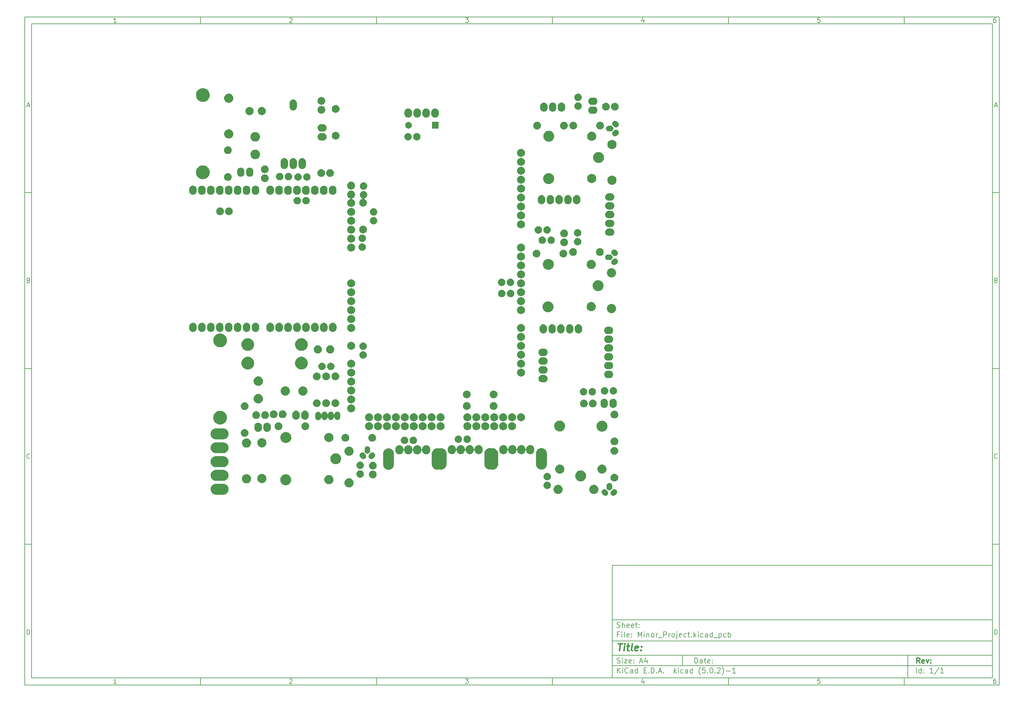
<source format=gbr>
G04 #@! TF.GenerationSoftware,KiCad,Pcbnew,(5.0.2)-1*
G04 #@! TF.CreationDate,2019-08-12T16:14:09+05:45*
G04 #@! TF.ProjectId,Minor_Project,4d696e6f-725f-4507-926f-6a6563742e6b,rev?*
G04 #@! TF.SameCoordinates,Original*
G04 #@! TF.FileFunction,Soldermask,Bot*
G04 #@! TF.FilePolarity,Negative*
%FSLAX46Y46*%
G04 Gerber Fmt 4.6, Leading zero omitted, Abs format (unit mm)*
G04 Created by KiCad (PCBNEW (5.0.2)-1) date 8/12/2019 4:14:09 PM*
%MOMM*%
%LPD*%
G01*
G04 APERTURE LIST*
%ADD10C,0.100000*%
%ADD11C,0.150000*%
%ADD12C,0.300000*%
%ADD13C,0.400000*%
G04 APERTURE END LIST*
D10*
D11*
X177002200Y-166007200D02*
X177002200Y-198007200D01*
X285002200Y-198007200D01*
X285002200Y-166007200D01*
X177002200Y-166007200D01*
D10*
D11*
X10000000Y-10000000D02*
X10000000Y-200007200D01*
X287002200Y-200007200D01*
X287002200Y-10000000D01*
X10000000Y-10000000D01*
D10*
D11*
X12000000Y-12000000D02*
X12000000Y-198007200D01*
X285002200Y-198007200D01*
X285002200Y-12000000D01*
X12000000Y-12000000D01*
D10*
D11*
X60000000Y-12000000D02*
X60000000Y-10000000D01*
D10*
D11*
X110000000Y-12000000D02*
X110000000Y-10000000D01*
D10*
D11*
X160000000Y-12000000D02*
X160000000Y-10000000D01*
D10*
D11*
X210000000Y-12000000D02*
X210000000Y-10000000D01*
D10*
D11*
X260000000Y-12000000D02*
X260000000Y-10000000D01*
D10*
D11*
X36065476Y-11588095D02*
X35322619Y-11588095D01*
X35694047Y-11588095D02*
X35694047Y-10288095D01*
X35570238Y-10473809D01*
X35446428Y-10597619D01*
X35322619Y-10659523D01*
D10*
D11*
X85322619Y-10411904D02*
X85384523Y-10350000D01*
X85508333Y-10288095D01*
X85817857Y-10288095D01*
X85941666Y-10350000D01*
X86003571Y-10411904D01*
X86065476Y-10535714D01*
X86065476Y-10659523D01*
X86003571Y-10845238D01*
X85260714Y-11588095D01*
X86065476Y-11588095D01*
D10*
D11*
X135260714Y-10288095D02*
X136065476Y-10288095D01*
X135632142Y-10783333D01*
X135817857Y-10783333D01*
X135941666Y-10845238D01*
X136003571Y-10907142D01*
X136065476Y-11030952D01*
X136065476Y-11340476D01*
X136003571Y-11464285D01*
X135941666Y-11526190D01*
X135817857Y-11588095D01*
X135446428Y-11588095D01*
X135322619Y-11526190D01*
X135260714Y-11464285D01*
D10*
D11*
X185941666Y-10721428D02*
X185941666Y-11588095D01*
X185632142Y-10226190D02*
X185322619Y-11154761D01*
X186127380Y-11154761D01*
D10*
D11*
X236003571Y-10288095D02*
X235384523Y-10288095D01*
X235322619Y-10907142D01*
X235384523Y-10845238D01*
X235508333Y-10783333D01*
X235817857Y-10783333D01*
X235941666Y-10845238D01*
X236003571Y-10907142D01*
X236065476Y-11030952D01*
X236065476Y-11340476D01*
X236003571Y-11464285D01*
X235941666Y-11526190D01*
X235817857Y-11588095D01*
X235508333Y-11588095D01*
X235384523Y-11526190D01*
X235322619Y-11464285D01*
D10*
D11*
X285941666Y-10288095D02*
X285694047Y-10288095D01*
X285570238Y-10350000D01*
X285508333Y-10411904D01*
X285384523Y-10597619D01*
X285322619Y-10845238D01*
X285322619Y-11340476D01*
X285384523Y-11464285D01*
X285446428Y-11526190D01*
X285570238Y-11588095D01*
X285817857Y-11588095D01*
X285941666Y-11526190D01*
X286003571Y-11464285D01*
X286065476Y-11340476D01*
X286065476Y-11030952D01*
X286003571Y-10907142D01*
X285941666Y-10845238D01*
X285817857Y-10783333D01*
X285570238Y-10783333D01*
X285446428Y-10845238D01*
X285384523Y-10907142D01*
X285322619Y-11030952D01*
D10*
D11*
X60000000Y-198007200D02*
X60000000Y-200007200D01*
D10*
D11*
X110000000Y-198007200D02*
X110000000Y-200007200D01*
D10*
D11*
X160000000Y-198007200D02*
X160000000Y-200007200D01*
D10*
D11*
X210000000Y-198007200D02*
X210000000Y-200007200D01*
D10*
D11*
X260000000Y-198007200D02*
X260000000Y-200007200D01*
D10*
D11*
X36065476Y-199595295D02*
X35322619Y-199595295D01*
X35694047Y-199595295D02*
X35694047Y-198295295D01*
X35570238Y-198481009D01*
X35446428Y-198604819D01*
X35322619Y-198666723D01*
D10*
D11*
X85322619Y-198419104D02*
X85384523Y-198357200D01*
X85508333Y-198295295D01*
X85817857Y-198295295D01*
X85941666Y-198357200D01*
X86003571Y-198419104D01*
X86065476Y-198542914D01*
X86065476Y-198666723D01*
X86003571Y-198852438D01*
X85260714Y-199595295D01*
X86065476Y-199595295D01*
D10*
D11*
X135260714Y-198295295D02*
X136065476Y-198295295D01*
X135632142Y-198790533D01*
X135817857Y-198790533D01*
X135941666Y-198852438D01*
X136003571Y-198914342D01*
X136065476Y-199038152D01*
X136065476Y-199347676D01*
X136003571Y-199471485D01*
X135941666Y-199533390D01*
X135817857Y-199595295D01*
X135446428Y-199595295D01*
X135322619Y-199533390D01*
X135260714Y-199471485D01*
D10*
D11*
X185941666Y-198728628D02*
X185941666Y-199595295D01*
X185632142Y-198233390D02*
X185322619Y-199161961D01*
X186127380Y-199161961D01*
D10*
D11*
X236003571Y-198295295D02*
X235384523Y-198295295D01*
X235322619Y-198914342D01*
X235384523Y-198852438D01*
X235508333Y-198790533D01*
X235817857Y-198790533D01*
X235941666Y-198852438D01*
X236003571Y-198914342D01*
X236065476Y-199038152D01*
X236065476Y-199347676D01*
X236003571Y-199471485D01*
X235941666Y-199533390D01*
X235817857Y-199595295D01*
X235508333Y-199595295D01*
X235384523Y-199533390D01*
X235322619Y-199471485D01*
D10*
D11*
X285941666Y-198295295D02*
X285694047Y-198295295D01*
X285570238Y-198357200D01*
X285508333Y-198419104D01*
X285384523Y-198604819D01*
X285322619Y-198852438D01*
X285322619Y-199347676D01*
X285384523Y-199471485D01*
X285446428Y-199533390D01*
X285570238Y-199595295D01*
X285817857Y-199595295D01*
X285941666Y-199533390D01*
X286003571Y-199471485D01*
X286065476Y-199347676D01*
X286065476Y-199038152D01*
X286003571Y-198914342D01*
X285941666Y-198852438D01*
X285817857Y-198790533D01*
X285570238Y-198790533D01*
X285446428Y-198852438D01*
X285384523Y-198914342D01*
X285322619Y-199038152D01*
D10*
D11*
X10000000Y-60000000D02*
X12000000Y-60000000D01*
D10*
D11*
X10000000Y-110000000D02*
X12000000Y-110000000D01*
D10*
D11*
X10000000Y-160000000D02*
X12000000Y-160000000D01*
D10*
D11*
X10690476Y-35216666D02*
X11309523Y-35216666D01*
X10566666Y-35588095D02*
X11000000Y-34288095D01*
X11433333Y-35588095D01*
D10*
D11*
X11092857Y-84907142D02*
X11278571Y-84969047D01*
X11340476Y-85030952D01*
X11402380Y-85154761D01*
X11402380Y-85340476D01*
X11340476Y-85464285D01*
X11278571Y-85526190D01*
X11154761Y-85588095D01*
X10659523Y-85588095D01*
X10659523Y-84288095D01*
X11092857Y-84288095D01*
X11216666Y-84350000D01*
X11278571Y-84411904D01*
X11340476Y-84535714D01*
X11340476Y-84659523D01*
X11278571Y-84783333D01*
X11216666Y-84845238D01*
X11092857Y-84907142D01*
X10659523Y-84907142D01*
D10*
D11*
X11402380Y-135464285D02*
X11340476Y-135526190D01*
X11154761Y-135588095D01*
X11030952Y-135588095D01*
X10845238Y-135526190D01*
X10721428Y-135402380D01*
X10659523Y-135278571D01*
X10597619Y-135030952D01*
X10597619Y-134845238D01*
X10659523Y-134597619D01*
X10721428Y-134473809D01*
X10845238Y-134350000D01*
X11030952Y-134288095D01*
X11154761Y-134288095D01*
X11340476Y-134350000D01*
X11402380Y-134411904D01*
D10*
D11*
X10659523Y-185588095D02*
X10659523Y-184288095D01*
X10969047Y-184288095D01*
X11154761Y-184350000D01*
X11278571Y-184473809D01*
X11340476Y-184597619D01*
X11402380Y-184845238D01*
X11402380Y-185030952D01*
X11340476Y-185278571D01*
X11278571Y-185402380D01*
X11154761Y-185526190D01*
X10969047Y-185588095D01*
X10659523Y-185588095D01*
D10*
D11*
X287002200Y-60000000D02*
X285002200Y-60000000D01*
D10*
D11*
X287002200Y-110000000D02*
X285002200Y-110000000D01*
D10*
D11*
X287002200Y-160000000D02*
X285002200Y-160000000D01*
D10*
D11*
X285692676Y-35216666D02*
X286311723Y-35216666D01*
X285568866Y-35588095D02*
X286002200Y-34288095D01*
X286435533Y-35588095D01*
D10*
D11*
X286095057Y-84907142D02*
X286280771Y-84969047D01*
X286342676Y-85030952D01*
X286404580Y-85154761D01*
X286404580Y-85340476D01*
X286342676Y-85464285D01*
X286280771Y-85526190D01*
X286156961Y-85588095D01*
X285661723Y-85588095D01*
X285661723Y-84288095D01*
X286095057Y-84288095D01*
X286218866Y-84350000D01*
X286280771Y-84411904D01*
X286342676Y-84535714D01*
X286342676Y-84659523D01*
X286280771Y-84783333D01*
X286218866Y-84845238D01*
X286095057Y-84907142D01*
X285661723Y-84907142D01*
D10*
D11*
X286404580Y-135464285D02*
X286342676Y-135526190D01*
X286156961Y-135588095D01*
X286033152Y-135588095D01*
X285847438Y-135526190D01*
X285723628Y-135402380D01*
X285661723Y-135278571D01*
X285599819Y-135030952D01*
X285599819Y-134845238D01*
X285661723Y-134597619D01*
X285723628Y-134473809D01*
X285847438Y-134350000D01*
X286033152Y-134288095D01*
X286156961Y-134288095D01*
X286342676Y-134350000D01*
X286404580Y-134411904D01*
D10*
D11*
X285661723Y-185588095D02*
X285661723Y-184288095D01*
X285971247Y-184288095D01*
X286156961Y-184350000D01*
X286280771Y-184473809D01*
X286342676Y-184597619D01*
X286404580Y-184845238D01*
X286404580Y-185030952D01*
X286342676Y-185278571D01*
X286280771Y-185402380D01*
X286156961Y-185526190D01*
X285971247Y-185588095D01*
X285661723Y-185588095D01*
D10*
D11*
X200434342Y-193785771D02*
X200434342Y-192285771D01*
X200791485Y-192285771D01*
X201005771Y-192357200D01*
X201148628Y-192500057D01*
X201220057Y-192642914D01*
X201291485Y-192928628D01*
X201291485Y-193142914D01*
X201220057Y-193428628D01*
X201148628Y-193571485D01*
X201005771Y-193714342D01*
X200791485Y-193785771D01*
X200434342Y-193785771D01*
X202577200Y-193785771D02*
X202577200Y-193000057D01*
X202505771Y-192857200D01*
X202362914Y-192785771D01*
X202077200Y-192785771D01*
X201934342Y-192857200D01*
X202577200Y-193714342D02*
X202434342Y-193785771D01*
X202077200Y-193785771D01*
X201934342Y-193714342D01*
X201862914Y-193571485D01*
X201862914Y-193428628D01*
X201934342Y-193285771D01*
X202077200Y-193214342D01*
X202434342Y-193214342D01*
X202577200Y-193142914D01*
X203077200Y-192785771D02*
X203648628Y-192785771D01*
X203291485Y-192285771D02*
X203291485Y-193571485D01*
X203362914Y-193714342D01*
X203505771Y-193785771D01*
X203648628Y-193785771D01*
X204720057Y-193714342D02*
X204577200Y-193785771D01*
X204291485Y-193785771D01*
X204148628Y-193714342D01*
X204077200Y-193571485D01*
X204077200Y-193000057D01*
X204148628Y-192857200D01*
X204291485Y-192785771D01*
X204577200Y-192785771D01*
X204720057Y-192857200D01*
X204791485Y-193000057D01*
X204791485Y-193142914D01*
X204077200Y-193285771D01*
X205434342Y-193642914D02*
X205505771Y-193714342D01*
X205434342Y-193785771D01*
X205362914Y-193714342D01*
X205434342Y-193642914D01*
X205434342Y-193785771D01*
X205434342Y-192857200D02*
X205505771Y-192928628D01*
X205434342Y-193000057D01*
X205362914Y-192928628D01*
X205434342Y-192857200D01*
X205434342Y-193000057D01*
D10*
D11*
X177002200Y-194507200D02*
X285002200Y-194507200D01*
D10*
D11*
X178434342Y-196585771D02*
X178434342Y-195085771D01*
X179291485Y-196585771D02*
X178648628Y-195728628D01*
X179291485Y-195085771D02*
X178434342Y-195942914D01*
X179934342Y-196585771D02*
X179934342Y-195585771D01*
X179934342Y-195085771D02*
X179862914Y-195157200D01*
X179934342Y-195228628D01*
X180005771Y-195157200D01*
X179934342Y-195085771D01*
X179934342Y-195228628D01*
X181505771Y-196442914D02*
X181434342Y-196514342D01*
X181220057Y-196585771D01*
X181077200Y-196585771D01*
X180862914Y-196514342D01*
X180720057Y-196371485D01*
X180648628Y-196228628D01*
X180577200Y-195942914D01*
X180577200Y-195728628D01*
X180648628Y-195442914D01*
X180720057Y-195300057D01*
X180862914Y-195157200D01*
X181077200Y-195085771D01*
X181220057Y-195085771D01*
X181434342Y-195157200D01*
X181505771Y-195228628D01*
X182791485Y-196585771D02*
X182791485Y-195800057D01*
X182720057Y-195657200D01*
X182577200Y-195585771D01*
X182291485Y-195585771D01*
X182148628Y-195657200D01*
X182791485Y-196514342D02*
X182648628Y-196585771D01*
X182291485Y-196585771D01*
X182148628Y-196514342D01*
X182077200Y-196371485D01*
X182077200Y-196228628D01*
X182148628Y-196085771D01*
X182291485Y-196014342D01*
X182648628Y-196014342D01*
X182791485Y-195942914D01*
X184148628Y-196585771D02*
X184148628Y-195085771D01*
X184148628Y-196514342D02*
X184005771Y-196585771D01*
X183720057Y-196585771D01*
X183577200Y-196514342D01*
X183505771Y-196442914D01*
X183434342Y-196300057D01*
X183434342Y-195871485D01*
X183505771Y-195728628D01*
X183577200Y-195657200D01*
X183720057Y-195585771D01*
X184005771Y-195585771D01*
X184148628Y-195657200D01*
X186005771Y-195800057D02*
X186505771Y-195800057D01*
X186720057Y-196585771D02*
X186005771Y-196585771D01*
X186005771Y-195085771D01*
X186720057Y-195085771D01*
X187362914Y-196442914D02*
X187434342Y-196514342D01*
X187362914Y-196585771D01*
X187291485Y-196514342D01*
X187362914Y-196442914D01*
X187362914Y-196585771D01*
X188077200Y-196585771D02*
X188077200Y-195085771D01*
X188434342Y-195085771D01*
X188648628Y-195157200D01*
X188791485Y-195300057D01*
X188862914Y-195442914D01*
X188934342Y-195728628D01*
X188934342Y-195942914D01*
X188862914Y-196228628D01*
X188791485Y-196371485D01*
X188648628Y-196514342D01*
X188434342Y-196585771D01*
X188077200Y-196585771D01*
X189577200Y-196442914D02*
X189648628Y-196514342D01*
X189577200Y-196585771D01*
X189505771Y-196514342D01*
X189577200Y-196442914D01*
X189577200Y-196585771D01*
X190220057Y-196157200D02*
X190934342Y-196157200D01*
X190077200Y-196585771D02*
X190577200Y-195085771D01*
X191077200Y-196585771D01*
X191577200Y-196442914D02*
X191648628Y-196514342D01*
X191577200Y-196585771D01*
X191505771Y-196514342D01*
X191577200Y-196442914D01*
X191577200Y-196585771D01*
X194577200Y-196585771D02*
X194577200Y-195085771D01*
X194720057Y-196014342D02*
X195148628Y-196585771D01*
X195148628Y-195585771D02*
X194577200Y-196157200D01*
X195791485Y-196585771D02*
X195791485Y-195585771D01*
X195791485Y-195085771D02*
X195720057Y-195157200D01*
X195791485Y-195228628D01*
X195862914Y-195157200D01*
X195791485Y-195085771D01*
X195791485Y-195228628D01*
X197148628Y-196514342D02*
X197005771Y-196585771D01*
X196720057Y-196585771D01*
X196577200Y-196514342D01*
X196505771Y-196442914D01*
X196434342Y-196300057D01*
X196434342Y-195871485D01*
X196505771Y-195728628D01*
X196577200Y-195657200D01*
X196720057Y-195585771D01*
X197005771Y-195585771D01*
X197148628Y-195657200D01*
X198434342Y-196585771D02*
X198434342Y-195800057D01*
X198362914Y-195657200D01*
X198220057Y-195585771D01*
X197934342Y-195585771D01*
X197791485Y-195657200D01*
X198434342Y-196514342D02*
X198291485Y-196585771D01*
X197934342Y-196585771D01*
X197791485Y-196514342D01*
X197720057Y-196371485D01*
X197720057Y-196228628D01*
X197791485Y-196085771D01*
X197934342Y-196014342D01*
X198291485Y-196014342D01*
X198434342Y-195942914D01*
X199791485Y-196585771D02*
X199791485Y-195085771D01*
X199791485Y-196514342D02*
X199648628Y-196585771D01*
X199362914Y-196585771D01*
X199220057Y-196514342D01*
X199148628Y-196442914D01*
X199077200Y-196300057D01*
X199077200Y-195871485D01*
X199148628Y-195728628D01*
X199220057Y-195657200D01*
X199362914Y-195585771D01*
X199648628Y-195585771D01*
X199791485Y-195657200D01*
X202077200Y-197157200D02*
X202005771Y-197085771D01*
X201862914Y-196871485D01*
X201791485Y-196728628D01*
X201720057Y-196514342D01*
X201648628Y-196157200D01*
X201648628Y-195871485D01*
X201720057Y-195514342D01*
X201791485Y-195300057D01*
X201862914Y-195157200D01*
X202005771Y-194942914D01*
X202077200Y-194871485D01*
X203362914Y-195085771D02*
X202648628Y-195085771D01*
X202577200Y-195800057D01*
X202648628Y-195728628D01*
X202791485Y-195657200D01*
X203148628Y-195657200D01*
X203291485Y-195728628D01*
X203362914Y-195800057D01*
X203434342Y-195942914D01*
X203434342Y-196300057D01*
X203362914Y-196442914D01*
X203291485Y-196514342D01*
X203148628Y-196585771D01*
X202791485Y-196585771D01*
X202648628Y-196514342D01*
X202577200Y-196442914D01*
X204077200Y-196442914D02*
X204148628Y-196514342D01*
X204077200Y-196585771D01*
X204005771Y-196514342D01*
X204077200Y-196442914D01*
X204077200Y-196585771D01*
X205077200Y-195085771D02*
X205220057Y-195085771D01*
X205362914Y-195157200D01*
X205434342Y-195228628D01*
X205505771Y-195371485D01*
X205577200Y-195657200D01*
X205577200Y-196014342D01*
X205505771Y-196300057D01*
X205434342Y-196442914D01*
X205362914Y-196514342D01*
X205220057Y-196585771D01*
X205077200Y-196585771D01*
X204934342Y-196514342D01*
X204862914Y-196442914D01*
X204791485Y-196300057D01*
X204720057Y-196014342D01*
X204720057Y-195657200D01*
X204791485Y-195371485D01*
X204862914Y-195228628D01*
X204934342Y-195157200D01*
X205077200Y-195085771D01*
X206220057Y-196442914D02*
X206291485Y-196514342D01*
X206220057Y-196585771D01*
X206148628Y-196514342D01*
X206220057Y-196442914D01*
X206220057Y-196585771D01*
X206862914Y-195228628D02*
X206934342Y-195157200D01*
X207077200Y-195085771D01*
X207434342Y-195085771D01*
X207577200Y-195157200D01*
X207648628Y-195228628D01*
X207720057Y-195371485D01*
X207720057Y-195514342D01*
X207648628Y-195728628D01*
X206791485Y-196585771D01*
X207720057Y-196585771D01*
X208220057Y-197157200D02*
X208291485Y-197085771D01*
X208434342Y-196871485D01*
X208505771Y-196728628D01*
X208577200Y-196514342D01*
X208648628Y-196157200D01*
X208648628Y-195871485D01*
X208577200Y-195514342D01*
X208505771Y-195300057D01*
X208434342Y-195157200D01*
X208291485Y-194942914D01*
X208220057Y-194871485D01*
X209362914Y-196014342D02*
X210505771Y-196014342D01*
X212005771Y-196585771D02*
X211148628Y-196585771D01*
X211577200Y-196585771D02*
X211577200Y-195085771D01*
X211434342Y-195300057D01*
X211291485Y-195442914D01*
X211148628Y-195514342D01*
D10*
D11*
X177002200Y-191507200D02*
X285002200Y-191507200D01*
D10*
D12*
X264411485Y-193785771D02*
X263911485Y-193071485D01*
X263554342Y-193785771D02*
X263554342Y-192285771D01*
X264125771Y-192285771D01*
X264268628Y-192357200D01*
X264340057Y-192428628D01*
X264411485Y-192571485D01*
X264411485Y-192785771D01*
X264340057Y-192928628D01*
X264268628Y-193000057D01*
X264125771Y-193071485D01*
X263554342Y-193071485D01*
X265625771Y-193714342D02*
X265482914Y-193785771D01*
X265197200Y-193785771D01*
X265054342Y-193714342D01*
X264982914Y-193571485D01*
X264982914Y-193000057D01*
X265054342Y-192857200D01*
X265197200Y-192785771D01*
X265482914Y-192785771D01*
X265625771Y-192857200D01*
X265697200Y-193000057D01*
X265697200Y-193142914D01*
X264982914Y-193285771D01*
X266197200Y-192785771D02*
X266554342Y-193785771D01*
X266911485Y-192785771D01*
X267482914Y-193642914D02*
X267554342Y-193714342D01*
X267482914Y-193785771D01*
X267411485Y-193714342D01*
X267482914Y-193642914D01*
X267482914Y-193785771D01*
X267482914Y-192857200D02*
X267554342Y-192928628D01*
X267482914Y-193000057D01*
X267411485Y-192928628D01*
X267482914Y-192857200D01*
X267482914Y-193000057D01*
D10*
D11*
X178362914Y-193714342D02*
X178577200Y-193785771D01*
X178934342Y-193785771D01*
X179077200Y-193714342D01*
X179148628Y-193642914D01*
X179220057Y-193500057D01*
X179220057Y-193357200D01*
X179148628Y-193214342D01*
X179077200Y-193142914D01*
X178934342Y-193071485D01*
X178648628Y-193000057D01*
X178505771Y-192928628D01*
X178434342Y-192857200D01*
X178362914Y-192714342D01*
X178362914Y-192571485D01*
X178434342Y-192428628D01*
X178505771Y-192357200D01*
X178648628Y-192285771D01*
X179005771Y-192285771D01*
X179220057Y-192357200D01*
X179862914Y-193785771D02*
X179862914Y-192785771D01*
X179862914Y-192285771D02*
X179791485Y-192357200D01*
X179862914Y-192428628D01*
X179934342Y-192357200D01*
X179862914Y-192285771D01*
X179862914Y-192428628D01*
X180434342Y-192785771D02*
X181220057Y-192785771D01*
X180434342Y-193785771D01*
X181220057Y-193785771D01*
X182362914Y-193714342D02*
X182220057Y-193785771D01*
X181934342Y-193785771D01*
X181791485Y-193714342D01*
X181720057Y-193571485D01*
X181720057Y-193000057D01*
X181791485Y-192857200D01*
X181934342Y-192785771D01*
X182220057Y-192785771D01*
X182362914Y-192857200D01*
X182434342Y-193000057D01*
X182434342Y-193142914D01*
X181720057Y-193285771D01*
X183077200Y-193642914D02*
X183148628Y-193714342D01*
X183077200Y-193785771D01*
X183005771Y-193714342D01*
X183077200Y-193642914D01*
X183077200Y-193785771D01*
X183077200Y-192857200D02*
X183148628Y-192928628D01*
X183077200Y-193000057D01*
X183005771Y-192928628D01*
X183077200Y-192857200D01*
X183077200Y-193000057D01*
X184862914Y-193357200D02*
X185577200Y-193357200D01*
X184720057Y-193785771D02*
X185220057Y-192285771D01*
X185720057Y-193785771D01*
X186862914Y-192785771D02*
X186862914Y-193785771D01*
X186505771Y-192214342D02*
X186148628Y-193285771D01*
X187077200Y-193285771D01*
D10*
D11*
X263434342Y-196585771D02*
X263434342Y-195085771D01*
X264791485Y-196585771D02*
X264791485Y-195085771D01*
X264791485Y-196514342D02*
X264648628Y-196585771D01*
X264362914Y-196585771D01*
X264220057Y-196514342D01*
X264148628Y-196442914D01*
X264077200Y-196300057D01*
X264077200Y-195871485D01*
X264148628Y-195728628D01*
X264220057Y-195657200D01*
X264362914Y-195585771D01*
X264648628Y-195585771D01*
X264791485Y-195657200D01*
X265505771Y-196442914D02*
X265577200Y-196514342D01*
X265505771Y-196585771D01*
X265434342Y-196514342D01*
X265505771Y-196442914D01*
X265505771Y-196585771D01*
X265505771Y-195657200D02*
X265577200Y-195728628D01*
X265505771Y-195800057D01*
X265434342Y-195728628D01*
X265505771Y-195657200D01*
X265505771Y-195800057D01*
X268148628Y-196585771D02*
X267291485Y-196585771D01*
X267720057Y-196585771D02*
X267720057Y-195085771D01*
X267577200Y-195300057D01*
X267434342Y-195442914D01*
X267291485Y-195514342D01*
X269862914Y-195014342D02*
X268577200Y-196942914D01*
X271148628Y-196585771D02*
X270291485Y-196585771D01*
X270720057Y-196585771D02*
X270720057Y-195085771D01*
X270577200Y-195300057D01*
X270434342Y-195442914D01*
X270291485Y-195514342D01*
D10*
D11*
X177002200Y-187507200D02*
X285002200Y-187507200D01*
D10*
D13*
X178714580Y-188211961D02*
X179857438Y-188211961D01*
X179036009Y-190211961D02*
X179286009Y-188211961D01*
X180274104Y-190211961D02*
X180440771Y-188878628D01*
X180524104Y-188211961D02*
X180416961Y-188307200D01*
X180500295Y-188402438D01*
X180607438Y-188307200D01*
X180524104Y-188211961D01*
X180500295Y-188402438D01*
X181107438Y-188878628D02*
X181869342Y-188878628D01*
X181476485Y-188211961D02*
X181262200Y-189926247D01*
X181333628Y-190116723D01*
X181512200Y-190211961D01*
X181702676Y-190211961D01*
X182655057Y-190211961D02*
X182476485Y-190116723D01*
X182405057Y-189926247D01*
X182619342Y-188211961D01*
X184190771Y-190116723D02*
X183988390Y-190211961D01*
X183607438Y-190211961D01*
X183428866Y-190116723D01*
X183357438Y-189926247D01*
X183452676Y-189164342D01*
X183571723Y-188973866D01*
X183774104Y-188878628D01*
X184155057Y-188878628D01*
X184333628Y-188973866D01*
X184405057Y-189164342D01*
X184381247Y-189354819D01*
X183405057Y-189545295D01*
X185155057Y-190021485D02*
X185238390Y-190116723D01*
X185131247Y-190211961D01*
X185047914Y-190116723D01*
X185155057Y-190021485D01*
X185131247Y-190211961D01*
X185286009Y-188973866D02*
X185369342Y-189069104D01*
X185262200Y-189164342D01*
X185178866Y-189069104D01*
X185286009Y-188973866D01*
X185262200Y-189164342D01*
D10*
D11*
X178934342Y-185600057D02*
X178434342Y-185600057D01*
X178434342Y-186385771D02*
X178434342Y-184885771D01*
X179148628Y-184885771D01*
X179720057Y-186385771D02*
X179720057Y-185385771D01*
X179720057Y-184885771D02*
X179648628Y-184957200D01*
X179720057Y-185028628D01*
X179791485Y-184957200D01*
X179720057Y-184885771D01*
X179720057Y-185028628D01*
X180648628Y-186385771D02*
X180505771Y-186314342D01*
X180434342Y-186171485D01*
X180434342Y-184885771D01*
X181791485Y-186314342D02*
X181648628Y-186385771D01*
X181362914Y-186385771D01*
X181220057Y-186314342D01*
X181148628Y-186171485D01*
X181148628Y-185600057D01*
X181220057Y-185457200D01*
X181362914Y-185385771D01*
X181648628Y-185385771D01*
X181791485Y-185457200D01*
X181862914Y-185600057D01*
X181862914Y-185742914D01*
X181148628Y-185885771D01*
X182505771Y-186242914D02*
X182577200Y-186314342D01*
X182505771Y-186385771D01*
X182434342Y-186314342D01*
X182505771Y-186242914D01*
X182505771Y-186385771D01*
X182505771Y-185457200D02*
X182577200Y-185528628D01*
X182505771Y-185600057D01*
X182434342Y-185528628D01*
X182505771Y-185457200D01*
X182505771Y-185600057D01*
X184362914Y-186385771D02*
X184362914Y-184885771D01*
X184862914Y-185957200D01*
X185362914Y-184885771D01*
X185362914Y-186385771D01*
X186077200Y-186385771D02*
X186077200Y-185385771D01*
X186077200Y-184885771D02*
X186005771Y-184957200D01*
X186077200Y-185028628D01*
X186148628Y-184957200D01*
X186077200Y-184885771D01*
X186077200Y-185028628D01*
X186791485Y-185385771D02*
X186791485Y-186385771D01*
X186791485Y-185528628D02*
X186862914Y-185457200D01*
X187005771Y-185385771D01*
X187220057Y-185385771D01*
X187362914Y-185457200D01*
X187434342Y-185600057D01*
X187434342Y-186385771D01*
X188362914Y-186385771D02*
X188220057Y-186314342D01*
X188148628Y-186242914D01*
X188077200Y-186100057D01*
X188077200Y-185671485D01*
X188148628Y-185528628D01*
X188220057Y-185457200D01*
X188362914Y-185385771D01*
X188577200Y-185385771D01*
X188720057Y-185457200D01*
X188791485Y-185528628D01*
X188862914Y-185671485D01*
X188862914Y-186100057D01*
X188791485Y-186242914D01*
X188720057Y-186314342D01*
X188577200Y-186385771D01*
X188362914Y-186385771D01*
X189505771Y-186385771D02*
X189505771Y-185385771D01*
X189505771Y-185671485D02*
X189577200Y-185528628D01*
X189648628Y-185457200D01*
X189791485Y-185385771D01*
X189934342Y-185385771D01*
X190077200Y-186528628D02*
X191220057Y-186528628D01*
X191577200Y-186385771D02*
X191577200Y-184885771D01*
X192148628Y-184885771D01*
X192291485Y-184957200D01*
X192362914Y-185028628D01*
X192434342Y-185171485D01*
X192434342Y-185385771D01*
X192362914Y-185528628D01*
X192291485Y-185600057D01*
X192148628Y-185671485D01*
X191577200Y-185671485D01*
X193077200Y-186385771D02*
X193077200Y-185385771D01*
X193077200Y-185671485D02*
X193148628Y-185528628D01*
X193220057Y-185457200D01*
X193362914Y-185385771D01*
X193505771Y-185385771D01*
X194220057Y-186385771D02*
X194077200Y-186314342D01*
X194005771Y-186242914D01*
X193934342Y-186100057D01*
X193934342Y-185671485D01*
X194005771Y-185528628D01*
X194077200Y-185457200D01*
X194220057Y-185385771D01*
X194434342Y-185385771D01*
X194577200Y-185457200D01*
X194648628Y-185528628D01*
X194720057Y-185671485D01*
X194720057Y-186100057D01*
X194648628Y-186242914D01*
X194577200Y-186314342D01*
X194434342Y-186385771D01*
X194220057Y-186385771D01*
X195362914Y-185385771D02*
X195362914Y-186671485D01*
X195291485Y-186814342D01*
X195148628Y-186885771D01*
X195077200Y-186885771D01*
X195362914Y-184885771D02*
X195291485Y-184957200D01*
X195362914Y-185028628D01*
X195434342Y-184957200D01*
X195362914Y-184885771D01*
X195362914Y-185028628D01*
X196648628Y-186314342D02*
X196505771Y-186385771D01*
X196220057Y-186385771D01*
X196077200Y-186314342D01*
X196005771Y-186171485D01*
X196005771Y-185600057D01*
X196077200Y-185457200D01*
X196220057Y-185385771D01*
X196505771Y-185385771D01*
X196648628Y-185457200D01*
X196720057Y-185600057D01*
X196720057Y-185742914D01*
X196005771Y-185885771D01*
X198005771Y-186314342D02*
X197862914Y-186385771D01*
X197577200Y-186385771D01*
X197434342Y-186314342D01*
X197362914Y-186242914D01*
X197291485Y-186100057D01*
X197291485Y-185671485D01*
X197362914Y-185528628D01*
X197434342Y-185457200D01*
X197577200Y-185385771D01*
X197862914Y-185385771D01*
X198005771Y-185457200D01*
X198434342Y-185385771D02*
X199005771Y-185385771D01*
X198648628Y-184885771D02*
X198648628Y-186171485D01*
X198720057Y-186314342D01*
X198862914Y-186385771D01*
X199005771Y-186385771D01*
X199505771Y-186242914D02*
X199577200Y-186314342D01*
X199505771Y-186385771D01*
X199434342Y-186314342D01*
X199505771Y-186242914D01*
X199505771Y-186385771D01*
X200220057Y-186385771D02*
X200220057Y-184885771D01*
X200362914Y-185814342D02*
X200791485Y-186385771D01*
X200791485Y-185385771D02*
X200220057Y-185957200D01*
X201434342Y-186385771D02*
X201434342Y-185385771D01*
X201434342Y-184885771D02*
X201362914Y-184957200D01*
X201434342Y-185028628D01*
X201505771Y-184957200D01*
X201434342Y-184885771D01*
X201434342Y-185028628D01*
X202791485Y-186314342D02*
X202648628Y-186385771D01*
X202362914Y-186385771D01*
X202220057Y-186314342D01*
X202148628Y-186242914D01*
X202077200Y-186100057D01*
X202077200Y-185671485D01*
X202148628Y-185528628D01*
X202220057Y-185457200D01*
X202362914Y-185385771D01*
X202648628Y-185385771D01*
X202791485Y-185457200D01*
X204077200Y-186385771D02*
X204077200Y-185600057D01*
X204005771Y-185457200D01*
X203862914Y-185385771D01*
X203577200Y-185385771D01*
X203434342Y-185457200D01*
X204077200Y-186314342D02*
X203934342Y-186385771D01*
X203577200Y-186385771D01*
X203434342Y-186314342D01*
X203362914Y-186171485D01*
X203362914Y-186028628D01*
X203434342Y-185885771D01*
X203577200Y-185814342D01*
X203934342Y-185814342D01*
X204077200Y-185742914D01*
X205434342Y-186385771D02*
X205434342Y-184885771D01*
X205434342Y-186314342D02*
X205291485Y-186385771D01*
X205005771Y-186385771D01*
X204862914Y-186314342D01*
X204791485Y-186242914D01*
X204720057Y-186100057D01*
X204720057Y-185671485D01*
X204791485Y-185528628D01*
X204862914Y-185457200D01*
X205005771Y-185385771D01*
X205291485Y-185385771D01*
X205434342Y-185457200D01*
X205791485Y-186528628D02*
X206934342Y-186528628D01*
X207291485Y-185385771D02*
X207291485Y-186885771D01*
X207291485Y-185457200D02*
X207434342Y-185385771D01*
X207720057Y-185385771D01*
X207862914Y-185457200D01*
X207934342Y-185528628D01*
X208005771Y-185671485D01*
X208005771Y-186100057D01*
X207934342Y-186242914D01*
X207862914Y-186314342D01*
X207720057Y-186385771D01*
X207434342Y-186385771D01*
X207291485Y-186314342D01*
X209291485Y-186314342D02*
X209148628Y-186385771D01*
X208862914Y-186385771D01*
X208720057Y-186314342D01*
X208648628Y-186242914D01*
X208577200Y-186100057D01*
X208577200Y-185671485D01*
X208648628Y-185528628D01*
X208720057Y-185457200D01*
X208862914Y-185385771D01*
X209148628Y-185385771D01*
X209291485Y-185457200D01*
X209934342Y-186385771D02*
X209934342Y-184885771D01*
X209934342Y-185457200D02*
X210077200Y-185385771D01*
X210362914Y-185385771D01*
X210505771Y-185457200D01*
X210577200Y-185528628D01*
X210648628Y-185671485D01*
X210648628Y-186100057D01*
X210577200Y-186242914D01*
X210505771Y-186314342D01*
X210362914Y-186385771D01*
X210077200Y-186385771D01*
X209934342Y-186314342D01*
D10*
D11*
X177002200Y-181507200D02*
X285002200Y-181507200D01*
D10*
D11*
X178362914Y-183614342D02*
X178577200Y-183685771D01*
X178934342Y-183685771D01*
X179077200Y-183614342D01*
X179148628Y-183542914D01*
X179220057Y-183400057D01*
X179220057Y-183257200D01*
X179148628Y-183114342D01*
X179077200Y-183042914D01*
X178934342Y-182971485D01*
X178648628Y-182900057D01*
X178505771Y-182828628D01*
X178434342Y-182757200D01*
X178362914Y-182614342D01*
X178362914Y-182471485D01*
X178434342Y-182328628D01*
X178505771Y-182257200D01*
X178648628Y-182185771D01*
X179005771Y-182185771D01*
X179220057Y-182257200D01*
X179862914Y-183685771D02*
X179862914Y-182185771D01*
X180505771Y-183685771D02*
X180505771Y-182900057D01*
X180434342Y-182757200D01*
X180291485Y-182685771D01*
X180077200Y-182685771D01*
X179934342Y-182757200D01*
X179862914Y-182828628D01*
X181791485Y-183614342D02*
X181648628Y-183685771D01*
X181362914Y-183685771D01*
X181220057Y-183614342D01*
X181148628Y-183471485D01*
X181148628Y-182900057D01*
X181220057Y-182757200D01*
X181362914Y-182685771D01*
X181648628Y-182685771D01*
X181791485Y-182757200D01*
X181862914Y-182900057D01*
X181862914Y-183042914D01*
X181148628Y-183185771D01*
X183077200Y-183614342D02*
X182934342Y-183685771D01*
X182648628Y-183685771D01*
X182505771Y-183614342D01*
X182434342Y-183471485D01*
X182434342Y-182900057D01*
X182505771Y-182757200D01*
X182648628Y-182685771D01*
X182934342Y-182685771D01*
X183077200Y-182757200D01*
X183148628Y-182900057D01*
X183148628Y-183042914D01*
X182434342Y-183185771D01*
X183577200Y-182685771D02*
X184148628Y-182685771D01*
X183791485Y-182185771D02*
X183791485Y-183471485D01*
X183862914Y-183614342D01*
X184005771Y-183685771D01*
X184148628Y-183685771D01*
X184648628Y-183542914D02*
X184720057Y-183614342D01*
X184648628Y-183685771D01*
X184577200Y-183614342D01*
X184648628Y-183542914D01*
X184648628Y-183685771D01*
X184648628Y-182757200D02*
X184720057Y-182828628D01*
X184648628Y-182900057D01*
X184577200Y-182828628D01*
X184648628Y-182757200D01*
X184648628Y-182900057D01*
D10*
D11*
X197002200Y-191507200D02*
X197002200Y-194507200D01*
D10*
D11*
X261002200Y-191507200D02*
X261002200Y-198007200D01*
D10*
G36*
X174905603Y-144310169D02*
X175038886Y-144350601D01*
X175056591Y-144355972D01*
X175195744Y-144430350D01*
X175195746Y-144430352D01*
X175287151Y-144505366D01*
X175625634Y-144843849D01*
X175677837Y-144907458D01*
X175700650Y-144935256D01*
X175775028Y-145074409D01*
X175782663Y-145099579D01*
X175820831Y-145225398D01*
X175836296Y-145382421D01*
X175820831Y-145539445D01*
X175780923Y-145671000D01*
X175775028Y-145690433D01*
X175700650Y-145829586D01*
X175600553Y-145951553D01*
X175478586Y-146051650D01*
X175339433Y-146126028D01*
X175321728Y-146131399D01*
X175188445Y-146171831D01*
X175031421Y-146187296D01*
X174874398Y-146171831D01*
X174795349Y-146147851D01*
X174723409Y-146126028D01*
X174584256Y-146051650D01*
X174556458Y-146028837D01*
X174492849Y-145976634D01*
X174154366Y-145638151D01*
X174079352Y-145546746D01*
X174079350Y-145546744D01*
X174004972Y-145407591D01*
X173996770Y-145380553D01*
X173959169Y-145256603D01*
X173943704Y-145099579D01*
X173959169Y-144942555D01*
X174004971Y-144791571D01*
X174004972Y-144791567D01*
X174079350Y-144652414D01*
X174179447Y-144530447D01*
X174301414Y-144430350D01*
X174440567Y-144355972D01*
X174458272Y-144350601D01*
X174591555Y-144310169D01*
X174748579Y-144294704D01*
X174905603Y-144310169D01*
X174905603Y-144310169D01*
G37*
G36*
X177728445Y-144310169D02*
X177861728Y-144350601D01*
X177879433Y-144355972D01*
X178018586Y-144430350D01*
X178140553Y-144530447D01*
X178240650Y-144652414D01*
X178315028Y-144791567D01*
X178315029Y-144791571D01*
X178360831Y-144942555D01*
X178376296Y-145099579D01*
X178360831Y-145256602D01*
X178336851Y-145335651D01*
X178315028Y-145407591D01*
X178240650Y-145546744D01*
X178240648Y-145546746D01*
X178165634Y-145638151D01*
X177827151Y-145976634D01*
X177763542Y-146028837D01*
X177735744Y-146051650D01*
X177596591Y-146126028D01*
X177578886Y-146131399D01*
X177445603Y-146171831D01*
X177288579Y-146187296D01*
X177131555Y-146171831D01*
X176998272Y-146131399D01*
X176980567Y-146126028D01*
X176841414Y-146051650D01*
X176719447Y-145951553D01*
X176619350Y-145829586D01*
X176544972Y-145690433D01*
X176539077Y-145671000D01*
X176499169Y-145539445D01*
X176483704Y-145382421D01*
X176499169Y-145225397D01*
X176544971Y-145074413D01*
X176544972Y-145074409D01*
X176619350Y-144935256D01*
X176642163Y-144907458D01*
X176694366Y-144843849D01*
X177032849Y-144505366D01*
X177124254Y-144430352D01*
X177124256Y-144430350D01*
X177263409Y-144355972D01*
X177335349Y-144334149D01*
X177414398Y-144310169D01*
X177571421Y-144294704D01*
X177728445Y-144310169D01*
X177728445Y-144310169D01*
G37*
G36*
X66485177Y-142770870D02*
X66694049Y-142791442D01*
X66888959Y-142850567D01*
X66986415Y-142880130D01*
X67041240Y-142909435D01*
X67255858Y-143024151D01*
X67492029Y-143217971D01*
X67685849Y-143454142D01*
X67732094Y-143540661D01*
X67829870Y-143723585D01*
X67829870Y-143723586D01*
X67918558Y-144015951D01*
X67948504Y-144320000D01*
X67918558Y-144624049D01*
X67880507Y-144749485D01*
X67829870Y-144916415D01*
X67792539Y-144986255D01*
X67685849Y-145185858D01*
X67492029Y-145422029D01*
X67255858Y-145615849D01*
X67116321Y-145690433D01*
X66986415Y-145759870D01*
X66888959Y-145789433D01*
X66694049Y-145848558D01*
X66542143Y-145863519D01*
X66466191Y-145871000D01*
X64313809Y-145871000D01*
X64237857Y-145863519D01*
X64085951Y-145848558D01*
X63891041Y-145789433D01*
X63793585Y-145759870D01*
X63663679Y-145690433D01*
X63524142Y-145615849D01*
X63287971Y-145422029D01*
X63094151Y-145185858D01*
X62987461Y-144986255D01*
X62950130Y-144916415D01*
X62899493Y-144749485D01*
X62861442Y-144624049D01*
X62831496Y-144320000D01*
X62861442Y-144015951D01*
X62950130Y-143723586D01*
X62950130Y-143723585D01*
X63047906Y-143540661D01*
X63094151Y-143454142D01*
X63287971Y-143217971D01*
X63524142Y-143024151D01*
X63738760Y-142909435D01*
X63793585Y-142880130D01*
X63891041Y-142850567D01*
X64085951Y-142791442D01*
X64294823Y-142770870D01*
X64313809Y-142769000D01*
X66466191Y-142769000D01*
X66485177Y-142770870D01*
X66485177Y-142770870D01*
G37*
G36*
X172129485Y-143118996D02*
X172129487Y-143118997D01*
X172129488Y-143118997D01*
X172283952Y-143182978D01*
X172366255Y-143217069D01*
X172579342Y-143359449D01*
X172760551Y-143540658D01*
X172760553Y-143540661D01*
X172902931Y-143753745D01*
X172957702Y-143885973D01*
X173001004Y-143990515D01*
X173051000Y-144241861D01*
X173051000Y-144498139D01*
X173020313Y-144652414D01*
X173001003Y-144749488D01*
X172961917Y-144843849D01*
X172902931Y-144986255D01*
X172760551Y-145199342D01*
X172579342Y-145380551D01*
X172579339Y-145380553D01*
X172366255Y-145522931D01*
X172129488Y-145621003D01*
X172129487Y-145621003D01*
X172129485Y-145621004D01*
X171878139Y-145671000D01*
X171621861Y-145671000D01*
X171370515Y-145621004D01*
X171370513Y-145621003D01*
X171370512Y-145621003D01*
X171133745Y-145522931D01*
X170920661Y-145380553D01*
X170920658Y-145380551D01*
X170739449Y-145199342D01*
X170597069Y-144986255D01*
X170538083Y-144843849D01*
X170498997Y-144749488D01*
X170479688Y-144652414D01*
X170449000Y-144498139D01*
X170449000Y-144241861D01*
X170498996Y-143990515D01*
X170542299Y-143885973D01*
X170597069Y-143753745D01*
X170739447Y-143540661D01*
X170739449Y-143540658D01*
X170920658Y-143359449D01*
X171133745Y-143217069D01*
X171216048Y-143182978D01*
X171370512Y-143118997D01*
X171370513Y-143118997D01*
X171370515Y-143118996D01*
X171621861Y-143069000D01*
X171878139Y-143069000D01*
X172129485Y-143118996D01*
X172129485Y-143118996D01*
G37*
G36*
X161969485Y-143118996D02*
X161969487Y-143118997D01*
X161969488Y-143118997D01*
X162123952Y-143182978D01*
X162206255Y-143217069D01*
X162419342Y-143359449D01*
X162600551Y-143540658D01*
X162600553Y-143540661D01*
X162742931Y-143753745D01*
X162797702Y-143885973D01*
X162841004Y-143990515D01*
X162891000Y-144241861D01*
X162891000Y-144498139D01*
X162860313Y-144652414D01*
X162841003Y-144749488D01*
X162801917Y-144843849D01*
X162742931Y-144986255D01*
X162600551Y-145199342D01*
X162419342Y-145380551D01*
X162419339Y-145380553D01*
X162206255Y-145522931D01*
X161969488Y-145621003D01*
X161969487Y-145621003D01*
X161969485Y-145621004D01*
X161718139Y-145671000D01*
X161461861Y-145671000D01*
X161210515Y-145621004D01*
X161210513Y-145621003D01*
X161210512Y-145621003D01*
X160973745Y-145522931D01*
X160760661Y-145380553D01*
X160760658Y-145380551D01*
X160579449Y-145199342D01*
X160437069Y-144986255D01*
X160378083Y-144843849D01*
X160338997Y-144749488D01*
X160319688Y-144652414D01*
X160289000Y-144498139D01*
X160289000Y-144241861D01*
X160338996Y-143990515D01*
X160382299Y-143885973D01*
X160437069Y-143753745D01*
X160579447Y-143540661D01*
X160579449Y-143540658D01*
X160760658Y-143359449D01*
X160973745Y-143217069D01*
X161056048Y-143182978D01*
X161210512Y-143118997D01*
X161210513Y-143118997D01*
X161210515Y-143118996D01*
X161461861Y-143069000D01*
X161718139Y-143069000D01*
X161969485Y-143118996D01*
X161969485Y-143118996D01*
G37*
G36*
X176317024Y-142550590D02*
X176468011Y-142596392D01*
X176607161Y-142670768D01*
X176664915Y-142718165D01*
X176729133Y-142770867D01*
X176729134Y-142770869D01*
X176729136Y-142770870D01*
X176829230Y-142892835D01*
X176903608Y-143031988D01*
X176949410Y-143182975D01*
X176961000Y-143300654D01*
X176961000Y-143879346D01*
X176949410Y-143997025D01*
X176903608Y-144148012D01*
X176829230Y-144287165D01*
X176729133Y-144409133D01*
X176607165Y-144509230D01*
X176468012Y-144583608D01*
X176317025Y-144629410D01*
X176160000Y-144644875D01*
X176002976Y-144629410D01*
X175851989Y-144583608D01*
X175712836Y-144509230D01*
X175590868Y-144409133D01*
X175547239Y-144355971D01*
X175490771Y-144287165D01*
X175416392Y-144148012D01*
X175376332Y-144015953D01*
X175370590Y-143997025D01*
X175359000Y-143879346D01*
X175359000Y-143300655D01*
X175370590Y-143182976D01*
X175416392Y-143031989D01*
X175490768Y-142892839D01*
X175590865Y-142770870D01*
X175590867Y-142770867D01*
X175590869Y-142770866D01*
X175590870Y-142770864D01*
X175712835Y-142670770D01*
X175851988Y-142596392D01*
X176002975Y-142550590D01*
X176160000Y-142535125D01*
X176317024Y-142550590D01*
X176317024Y-142550590D01*
G37*
G36*
X158802565Y-142205389D02*
X158993834Y-142284615D01*
X159165976Y-142399637D01*
X159312363Y-142546024D01*
X159427385Y-142718166D01*
X159506611Y-142909435D01*
X159547000Y-143112484D01*
X159547000Y-143319516D01*
X159506611Y-143522565D01*
X159427385Y-143713834D01*
X159312363Y-143885976D01*
X159165976Y-144032363D01*
X158993834Y-144147385D01*
X158802565Y-144226611D01*
X158599516Y-144267000D01*
X158392484Y-144267000D01*
X158189435Y-144226611D01*
X157998166Y-144147385D01*
X157826024Y-144032363D01*
X157679637Y-143885976D01*
X157564615Y-143713834D01*
X157485389Y-143522565D01*
X157445000Y-143319516D01*
X157445000Y-143112484D01*
X157485389Y-142909435D01*
X157564615Y-142718166D01*
X157679637Y-142546024D01*
X157826024Y-142399637D01*
X157998166Y-142284615D01*
X158189435Y-142205389D01*
X158392484Y-142165000D01*
X158599516Y-142165000D01*
X158802565Y-142205389D01*
X158802565Y-142205389D01*
G37*
G36*
X102559485Y-141248996D02*
X102559487Y-141248997D01*
X102559488Y-141248997D01*
X102645615Y-141284672D01*
X102796255Y-141347069D01*
X103009342Y-141489449D01*
X103190551Y-141670658D01*
X103190553Y-141670661D01*
X103332931Y-141883745D01*
X103348363Y-141921000D01*
X103431004Y-142120515D01*
X103481000Y-142371861D01*
X103481000Y-142628139D01*
X103435927Y-142854738D01*
X103431003Y-142879488D01*
X103371082Y-143024151D01*
X103332931Y-143116255D01*
X103190551Y-143329342D01*
X103009342Y-143510551D01*
X103009339Y-143510553D01*
X102796255Y-143652931D01*
X102559488Y-143751003D01*
X102559487Y-143751003D01*
X102559485Y-143751004D01*
X102308139Y-143801000D01*
X102051861Y-143801000D01*
X101800515Y-143751004D01*
X101800513Y-143751003D01*
X101800512Y-143751003D01*
X101563745Y-143652931D01*
X101350661Y-143510553D01*
X101350658Y-143510551D01*
X101169449Y-143329342D01*
X101027069Y-143116255D01*
X100988918Y-143024151D01*
X100928997Y-142879488D01*
X100924074Y-142854738D01*
X100879000Y-142628139D01*
X100879000Y-142371861D01*
X100928996Y-142120515D01*
X101011638Y-141921000D01*
X101027069Y-141883745D01*
X101169447Y-141670661D01*
X101169449Y-141670658D01*
X101350658Y-141489449D01*
X101563745Y-141347069D01*
X101714385Y-141284672D01*
X101800512Y-141248997D01*
X101800513Y-141248997D01*
X101800515Y-141248996D01*
X102051861Y-141199000D01*
X102308139Y-141199000D01*
X102559485Y-141248996D01*
X102559485Y-141248996D01*
G37*
G36*
X84552527Y-140138736D02*
X84652410Y-140158604D01*
X84934674Y-140275521D01*
X85188705Y-140445259D01*
X85404741Y-140661295D01*
X85574479Y-140915326D01*
X85691396Y-141197590D01*
X85692246Y-141201863D01*
X85751000Y-141497238D01*
X85751000Y-141802762D01*
X85734392Y-141886255D01*
X85691396Y-142102410D01*
X85574479Y-142384674D01*
X85404741Y-142638705D01*
X85188705Y-142854741D01*
X84934674Y-143024479D01*
X84652410Y-143141396D01*
X84552527Y-143161264D01*
X84352762Y-143201000D01*
X84047238Y-143201000D01*
X83847473Y-143161264D01*
X83747590Y-143141396D01*
X83465326Y-143024479D01*
X83211295Y-142854741D01*
X82995259Y-142638705D01*
X82825521Y-142384674D01*
X82708604Y-142102410D01*
X82665608Y-141886255D01*
X82649000Y-141802762D01*
X82649000Y-141497238D01*
X82707754Y-141201863D01*
X82708604Y-141197590D01*
X82825521Y-140915326D01*
X82995259Y-140661295D01*
X83211295Y-140445259D01*
X83465326Y-140275521D01*
X83747590Y-140158604D01*
X83847473Y-140138736D01*
X84047238Y-140099000D01*
X84352762Y-140099000D01*
X84552527Y-140138736D01*
X84552527Y-140138736D01*
G37*
G36*
X96829485Y-140348996D02*
X96829487Y-140348997D01*
X96829488Y-140348997D01*
X96945952Y-140397238D01*
X97066255Y-140447069D01*
X97279342Y-140589449D01*
X97460551Y-140770658D01*
X97460553Y-140770661D01*
X97602931Y-140983745D01*
X97693278Y-141201861D01*
X97701004Y-141220515D01*
X97751000Y-141471861D01*
X97751000Y-141728139D01*
X97707614Y-141946255D01*
X97701003Y-141979488D01*
X97650087Y-142102410D01*
X97602931Y-142216255D01*
X97460551Y-142429342D01*
X97279342Y-142610551D01*
X97279339Y-142610553D01*
X97066255Y-142752931D01*
X96829488Y-142851003D01*
X96829487Y-142851003D01*
X96829485Y-142851004D01*
X96578139Y-142901000D01*
X96321861Y-142901000D01*
X96070515Y-142851004D01*
X96070513Y-142851003D01*
X96070512Y-142851003D01*
X95833745Y-142752931D01*
X95620661Y-142610553D01*
X95620658Y-142610551D01*
X95439449Y-142429342D01*
X95297069Y-142216255D01*
X95249913Y-142102410D01*
X95198997Y-141979488D01*
X95192387Y-141946255D01*
X95149000Y-141728139D01*
X95149000Y-141471861D01*
X95198996Y-141220515D01*
X95206723Y-141201861D01*
X95297069Y-140983745D01*
X95439447Y-140770661D01*
X95439449Y-140770658D01*
X95620658Y-140589449D01*
X95833745Y-140447069D01*
X95954048Y-140397238D01*
X96070512Y-140348997D01*
X96070513Y-140348997D01*
X96070515Y-140348996D01*
X96321861Y-140299000D01*
X96578139Y-140299000D01*
X96829485Y-140348996D01*
X96829485Y-140348996D01*
G37*
G36*
X73429485Y-140078996D02*
X73429487Y-140078997D01*
X73429488Y-140078997D01*
X73521402Y-140117069D01*
X73666255Y-140177069D01*
X73879342Y-140319449D01*
X74060551Y-140500658D01*
X74060553Y-140500661D01*
X74202931Y-140713745D01*
X74289011Y-140921560D01*
X74301004Y-140950515D01*
X74351000Y-141201861D01*
X74351000Y-141458139D01*
X74308727Y-141670661D01*
X74301003Y-141709488D01*
X74262368Y-141802762D01*
X74202931Y-141946255D01*
X74060551Y-142159342D01*
X73879342Y-142340551D01*
X73879339Y-142340553D01*
X73666255Y-142482931D01*
X73429488Y-142581003D01*
X73429487Y-142581003D01*
X73429485Y-142581004D01*
X73178139Y-142631000D01*
X72921861Y-142631000D01*
X72670515Y-142581004D01*
X72670513Y-142581003D01*
X72670512Y-142581003D01*
X72433745Y-142482931D01*
X72220661Y-142340553D01*
X72220658Y-142340551D01*
X72039449Y-142159342D01*
X71897069Y-141946255D01*
X71837632Y-141802762D01*
X71798997Y-141709488D01*
X71791274Y-141670661D01*
X71749000Y-141458139D01*
X71749000Y-141201861D01*
X71798996Y-140950515D01*
X71810990Y-140921560D01*
X71897069Y-140713745D01*
X72039447Y-140500661D01*
X72039449Y-140500658D01*
X72220658Y-140319449D01*
X72433745Y-140177069D01*
X72578598Y-140117069D01*
X72670512Y-140078997D01*
X72670513Y-140078997D01*
X72670515Y-140078996D01*
X72921861Y-140029000D01*
X73178139Y-140029000D01*
X73429485Y-140078996D01*
X73429485Y-140078996D01*
G37*
G36*
X77799485Y-140018996D02*
X77799487Y-140018997D01*
X77799488Y-140018997D01*
X78036255Y-140117069D01*
X78249342Y-140259449D01*
X78430551Y-140440658D01*
X78430553Y-140440661D01*
X78572931Y-140653745D01*
X78641596Y-140819516D01*
X78671004Y-140890515D01*
X78721000Y-141141861D01*
X78721000Y-141398139D01*
X78671422Y-141647385D01*
X78671003Y-141649488D01*
X78627407Y-141754738D01*
X78572931Y-141886255D01*
X78430551Y-142099342D01*
X78249342Y-142280551D01*
X78249339Y-142280553D01*
X78036255Y-142422931D01*
X77799488Y-142521003D01*
X77799487Y-142521003D01*
X77799485Y-142521004D01*
X77548139Y-142571000D01*
X77291861Y-142571000D01*
X77040515Y-142521004D01*
X77040513Y-142521003D01*
X77040512Y-142521003D01*
X76803745Y-142422931D01*
X76590661Y-142280553D01*
X76590658Y-142280551D01*
X76409449Y-142099342D01*
X76267069Y-141886255D01*
X76212593Y-141754738D01*
X76168997Y-141649488D01*
X76168579Y-141647385D01*
X76119000Y-141398139D01*
X76119000Y-141141861D01*
X76168996Y-140890515D01*
X76198405Y-140819516D01*
X76267069Y-140653745D01*
X76409447Y-140440661D01*
X76409449Y-140440658D01*
X76590658Y-140259449D01*
X76803745Y-140117069D01*
X77040512Y-140018997D01*
X77040513Y-140018997D01*
X77040515Y-140018996D01*
X77291861Y-139969000D01*
X77548139Y-139969000D01*
X77799485Y-140018996D01*
X77799485Y-140018996D01*
G37*
G36*
X177794794Y-139950155D02*
X177901150Y-139971311D01*
X177971990Y-140000654D01*
X178101516Y-140054305D01*
X178101519Y-140054307D01*
X178195449Y-140117069D01*
X178281850Y-140174801D01*
X178435199Y-140328150D01*
X178435201Y-140328153D01*
X178435202Y-140328154D01*
X178481364Y-140397240D01*
X178555695Y-140508484D01*
X178598773Y-140612484D01*
X178638689Y-140708850D01*
X178650983Y-140770658D01*
X178681000Y-140921560D01*
X178681000Y-141138440D01*
X178680319Y-141141863D01*
X178638689Y-141351150D01*
X178619226Y-141398137D01*
X178555695Y-141551516D01*
X178555693Y-141551519D01*
X178438701Y-141726610D01*
X178435199Y-141731850D01*
X178281850Y-141885199D01*
X178281847Y-141885201D01*
X178281846Y-141885202D01*
X178223064Y-141924479D01*
X178101516Y-142005695D01*
X178015325Y-142041396D01*
X177901150Y-142088689D01*
X177832175Y-142102409D01*
X177688440Y-142131000D01*
X177471560Y-142131000D01*
X177327825Y-142102409D01*
X177258850Y-142088689D01*
X177144675Y-142041396D01*
X177058484Y-142005695D01*
X176936936Y-141924479D01*
X176878154Y-141885202D01*
X176878153Y-141885201D01*
X176878150Y-141885199D01*
X176724801Y-141731850D01*
X176721300Y-141726610D01*
X176604307Y-141551519D01*
X176604305Y-141551516D01*
X176540774Y-141398137D01*
X176521311Y-141351150D01*
X176479681Y-141141863D01*
X176479000Y-141138440D01*
X176479000Y-140921560D01*
X176509017Y-140770658D01*
X176521311Y-140708850D01*
X176561227Y-140612484D01*
X176604305Y-140508484D01*
X176678636Y-140397240D01*
X176724798Y-140328154D01*
X176724799Y-140328153D01*
X176724801Y-140328150D01*
X176878150Y-140174801D01*
X176964552Y-140117069D01*
X177058481Y-140054307D01*
X177058484Y-140054305D01*
X177188010Y-140000654D01*
X177258850Y-139971311D01*
X177365206Y-139950155D01*
X177471560Y-139929000D01*
X177688440Y-139929000D01*
X177794794Y-139950155D01*
X177794794Y-139950155D01*
G37*
G36*
X168372527Y-139038736D02*
X168472410Y-139058604D01*
X168754674Y-139175521D01*
X169008705Y-139345259D01*
X169224741Y-139561295D01*
X169394479Y-139815326D01*
X169511396Y-140097590D01*
X169523532Y-140158604D01*
X169571000Y-140397238D01*
X169571000Y-140702762D01*
X169549301Y-140811850D01*
X169511396Y-141002410D01*
X169394479Y-141284674D01*
X169224741Y-141538705D01*
X169008705Y-141754741D01*
X168754674Y-141924479D01*
X168472410Y-142041396D01*
X168372527Y-142061264D01*
X168172762Y-142101000D01*
X167867238Y-142101000D01*
X167667473Y-142061264D01*
X167567590Y-142041396D01*
X167285326Y-141924479D01*
X167031295Y-141754741D01*
X166815259Y-141538705D01*
X166645521Y-141284674D01*
X166528604Y-141002410D01*
X166490699Y-140811850D01*
X166469000Y-140702762D01*
X166469000Y-140397238D01*
X166516468Y-140158604D01*
X166528604Y-140097590D01*
X166645521Y-139815326D01*
X166815259Y-139561295D01*
X167031295Y-139345259D01*
X167285326Y-139175521D01*
X167567590Y-139058604D01*
X167667473Y-139038736D01*
X167867238Y-138999000D01*
X168172762Y-138999000D01*
X168372527Y-139038736D01*
X168372527Y-139038736D01*
G37*
G36*
X66542143Y-138826481D02*
X66694049Y-138841442D01*
X66888959Y-138900567D01*
X66986415Y-138930130D01*
X67003009Y-138939000D01*
X67255858Y-139074151D01*
X67492029Y-139267971D01*
X67685849Y-139504142D01*
X67777340Y-139675310D01*
X67829870Y-139773585D01*
X67834501Y-139788851D01*
X67918558Y-140065951D01*
X67948504Y-140370000D01*
X67918558Y-140674049D01*
X67874431Y-140819516D01*
X67829870Y-140966415D01*
X67810630Y-141002410D01*
X67685849Y-141235858D01*
X67492029Y-141472029D01*
X67255858Y-141665849D01*
X67089559Y-141754738D01*
X66986415Y-141809870D01*
X66888959Y-141839433D01*
X66694049Y-141898558D01*
X66542143Y-141913519D01*
X66466191Y-141921000D01*
X64313809Y-141921000D01*
X64237857Y-141913519D01*
X64085951Y-141898558D01*
X63891041Y-141839433D01*
X63793585Y-141809870D01*
X63690441Y-141754738D01*
X63524142Y-141665849D01*
X63287971Y-141472029D01*
X63094151Y-141235858D01*
X62969370Y-141002410D01*
X62950130Y-140966415D01*
X62905569Y-140819516D01*
X62861442Y-140674049D01*
X62831496Y-140370000D01*
X62861442Y-140065951D01*
X62945499Y-139788851D01*
X62950130Y-139773585D01*
X63002660Y-139675310D01*
X63094151Y-139504142D01*
X63287971Y-139267971D01*
X63524142Y-139074151D01*
X63776991Y-138939000D01*
X63793585Y-138930130D01*
X63891041Y-138900567D01*
X64085951Y-138841442D01*
X64237857Y-138826481D01*
X64313809Y-138819000D01*
X66466191Y-138819000D01*
X66542143Y-138826481D01*
X66542143Y-138826481D01*
G37*
G36*
X158802565Y-139705389D02*
X158993834Y-139784615D01*
X159165976Y-139899637D01*
X159312363Y-140046024D01*
X159427385Y-140218166D01*
X159506611Y-140409435D01*
X159547000Y-140612484D01*
X159547000Y-140819516D01*
X159506611Y-141022565D01*
X159427385Y-141213834D01*
X159312363Y-141385976D01*
X159165976Y-141532363D01*
X158993834Y-141647385D01*
X158802565Y-141726611D01*
X158599516Y-141767000D01*
X158392484Y-141767000D01*
X158189435Y-141726611D01*
X157998166Y-141647385D01*
X157826024Y-141532363D01*
X157679637Y-141385976D01*
X157564615Y-141213834D01*
X157485389Y-141022565D01*
X157445000Y-140819516D01*
X157445000Y-140612484D01*
X157485389Y-140409435D01*
X157564615Y-140218166D01*
X157679637Y-140046024D01*
X157826024Y-139899637D01*
X157998166Y-139784615D01*
X158189435Y-139705389D01*
X158392484Y-139665000D01*
X158599516Y-139665000D01*
X158802565Y-139705389D01*
X158802565Y-139705389D01*
G37*
G36*
X109154794Y-139030155D02*
X109261150Y-139051311D01*
X109316290Y-139074151D01*
X109461516Y-139134305D01*
X109641850Y-139254801D01*
X109795199Y-139408150D01*
X109795201Y-139408153D01*
X109795202Y-139408154D01*
X109897528Y-139561295D01*
X109915695Y-139588484D01*
X109964118Y-139705389D01*
X109998689Y-139788850D01*
X110041000Y-140001561D01*
X110041000Y-140218439D01*
X109998689Y-140431150D01*
X109992095Y-140447069D01*
X109915695Y-140631516D01*
X109915693Y-140631519D01*
X109798866Y-140806363D01*
X109795199Y-140811850D01*
X109641850Y-140965199D01*
X109641847Y-140965201D01*
X109641846Y-140965202D01*
X109461519Y-141085693D01*
X109461516Y-141085695D01*
X109334180Y-141138439D01*
X109261150Y-141168689D01*
X109154795Y-141189844D01*
X109048440Y-141211000D01*
X108831560Y-141211000D01*
X108725205Y-141189844D01*
X108618850Y-141168689D01*
X108545820Y-141138439D01*
X108418484Y-141085695D01*
X108418481Y-141085693D01*
X108238154Y-140965202D01*
X108238153Y-140965201D01*
X108238150Y-140965199D01*
X108084801Y-140811850D01*
X108081135Y-140806363D01*
X107964307Y-140631519D01*
X107964305Y-140631516D01*
X107887905Y-140447069D01*
X107881311Y-140431150D01*
X107839000Y-140218439D01*
X107839000Y-140001561D01*
X107881311Y-139788850D01*
X107915882Y-139705389D01*
X107964305Y-139588484D01*
X107982472Y-139561295D01*
X108084798Y-139408154D01*
X108084799Y-139408153D01*
X108084801Y-139408150D01*
X108238150Y-139254801D01*
X108418484Y-139134305D01*
X108563710Y-139074151D01*
X108618850Y-139051311D01*
X108725206Y-139030155D01*
X108831560Y-139009000D01*
X109048440Y-139009000D01*
X109154794Y-139030155D01*
X109154794Y-139030155D01*
G37*
G36*
X105646565Y-138979389D02*
X105837834Y-139058615D01*
X106009976Y-139173637D01*
X106156363Y-139320024D01*
X106271385Y-139492166D01*
X106350611Y-139683435D01*
X106391000Y-139886484D01*
X106391000Y-140093516D01*
X106350611Y-140296565D01*
X106271385Y-140487834D01*
X106156363Y-140659976D01*
X106009976Y-140806363D01*
X105837834Y-140921385D01*
X105646565Y-141000611D01*
X105443516Y-141041000D01*
X105236484Y-141041000D01*
X105033435Y-141000611D01*
X104842166Y-140921385D01*
X104670024Y-140806363D01*
X104523637Y-140659976D01*
X104408615Y-140487834D01*
X104329389Y-140296565D01*
X104289000Y-140093516D01*
X104289000Y-139886484D01*
X104329389Y-139683435D01*
X104408615Y-139492166D01*
X104523637Y-139320024D01*
X104670024Y-139173637D01*
X104842166Y-139058615D01*
X105033435Y-138979389D01*
X105236484Y-138939000D01*
X105443516Y-138939000D01*
X105646565Y-138979389D01*
X105646565Y-138979389D01*
G37*
G36*
X174449485Y-137348996D02*
X174449487Y-137348997D01*
X174449488Y-137348997D01*
X174686255Y-137447069D01*
X174899342Y-137589449D01*
X175080551Y-137770658D01*
X175080553Y-137770661D01*
X175222931Y-137983745D01*
X175277654Y-138115857D01*
X175321004Y-138220515D01*
X175371000Y-138471861D01*
X175371000Y-138728139D01*
X175321023Y-138979390D01*
X175321003Y-138979488D01*
X175256876Y-139134305D01*
X175222931Y-139216255D01*
X175080551Y-139429342D01*
X174899342Y-139610551D01*
X174899339Y-139610553D01*
X174686255Y-139752931D01*
X174449488Y-139851003D01*
X174449487Y-139851003D01*
X174449485Y-139851004D01*
X174198139Y-139901000D01*
X173941861Y-139901000D01*
X173690515Y-139851004D01*
X173690513Y-139851003D01*
X173690512Y-139851003D01*
X173453745Y-139752931D01*
X173240661Y-139610553D01*
X173240658Y-139610551D01*
X173059449Y-139429342D01*
X172917069Y-139216255D01*
X172883124Y-139134305D01*
X172818997Y-138979488D01*
X172818978Y-138979390D01*
X172769000Y-138728139D01*
X172769000Y-138471861D01*
X172818996Y-138220515D01*
X172862347Y-138115857D01*
X172917069Y-137983745D01*
X173059447Y-137770661D01*
X173059449Y-137770658D01*
X173240658Y-137589449D01*
X173453745Y-137447069D01*
X173690512Y-137348997D01*
X173690513Y-137348997D01*
X173690515Y-137348996D01*
X173941861Y-137299000D01*
X174198139Y-137299000D01*
X174449485Y-137348996D01*
X174449485Y-137348996D01*
G37*
G36*
X162449485Y-137348996D02*
X162449487Y-137348997D01*
X162449488Y-137348997D01*
X162686255Y-137447069D01*
X162899342Y-137589449D01*
X163080551Y-137770658D01*
X163080553Y-137770661D01*
X163222931Y-137983745D01*
X163277654Y-138115857D01*
X163321004Y-138220515D01*
X163371000Y-138471861D01*
X163371000Y-138728139D01*
X163321023Y-138979390D01*
X163321003Y-138979488D01*
X163256876Y-139134305D01*
X163222931Y-139216255D01*
X163080551Y-139429342D01*
X162899342Y-139610551D01*
X162899339Y-139610553D01*
X162686255Y-139752931D01*
X162449488Y-139851003D01*
X162449487Y-139851003D01*
X162449485Y-139851004D01*
X162198139Y-139901000D01*
X161941861Y-139901000D01*
X161690515Y-139851004D01*
X161690513Y-139851003D01*
X161690512Y-139851003D01*
X161453745Y-139752931D01*
X161240661Y-139610553D01*
X161240658Y-139610551D01*
X161059449Y-139429342D01*
X160917069Y-139216255D01*
X160883124Y-139134305D01*
X160818997Y-138979488D01*
X160818978Y-138979390D01*
X160769000Y-138728139D01*
X160769000Y-138471861D01*
X160818996Y-138220515D01*
X160862347Y-138115857D01*
X160917069Y-137983745D01*
X161059447Y-137770661D01*
X161059449Y-137770658D01*
X161240658Y-137589449D01*
X161453745Y-137447069D01*
X161690512Y-137348997D01*
X161690513Y-137348997D01*
X161690515Y-137348996D01*
X161941861Y-137299000D01*
X162198139Y-137299000D01*
X162449485Y-137348996D01*
X162449485Y-137348996D01*
G37*
G36*
X113704049Y-132721442D02*
X113897517Y-132780130D01*
X113996415Y-132810130D01*
X114062252Y-132845321D01*
X114265858Y-132954151D01*
X114502029Y-133147971D01*
X114695849Y-133384142D01*
X114744753Y-133475635D01*
X114839870Y-133653585D01*
X114863399Y-133731150D01*
X114928558Y-133945951D01*
X114928558Y-133945953D01*
X114950788Y-134171652D01*
X114951000Y-134173810D01*
X114951000Y-137326190D01*
X114928558Y-137554049D01*
X114869433Y-137748959D01*
X114839870Y-137846415D01*
X114800607Y-137919870D01*
X114695849Y-138115858D01*
X114695847Y-138115860D01*
X114502032Y-138352026D01*
X114502030Y-138352027D01*
X114502029Y-138352029D01*
X114265857Y-138545849D01*
X114191314Y-138585693D01*
X113996414Y-138689870D01*
X113934807Y-138708558D01*
X113704048Y-138778558D01*
X113400000Y-138808504D01*
X113095951Y-138778558D01*
X112865192Y-138708558D01*
X112803585Y-138689870D01*
X112705310Y-138637340D01*
X112534142Y-138545849D01*
X112435869Y-138465199D01*
X112297974Y-138352032D01*
X112297973Y-138352030D01*
X112297971Y-138352029D01*
X112104151Y-138115857D01*
X112005422Y-137931149D01*
X111960130Y-137846414D01*
X111921310Y-137718440D01*
X111871442Y-137554048D01*
X111849000Y-137326189D01*
X111849001Y-134173810D01*
X111849214Y-134171652D01*
X111871443Y-133945953D01*
X111871443Y-133945951D01*
X111936602Y-133731150D01*
X111960131Y-133653585D01*
X112055248Y-133475635D01*
X112104152Y-133384142D01*
X112297972Y-133147971D01*
X112534143Y-132954151D01*
X112737749Y-132845321D01*
X112803586Y-132810130D01*
X112902484Y-132780130D01*
X113095952Y-132721442D01*
X113400000Y-132691496D01*
X113704049Y-132721442D01*
X113704049Y-132721442D01*
G37*
G36*
X128644049Y-132671442D02*
X128818526Y-132724369D01*
X128936415Y-132760130D01*
X129008478Y-132798649D01*
X129205858Y-132904151D01*
X129442029Y-133097971D01*
X129635849Y-133334142D01*
X129711477Y-133475632D01*
X129779870Y-133603585D01*
X129794740Y-133652605D01*
X129868558Y-133895951D01*
X129873483Y-133945953D01*
X129888557Y-134099000D01*
X129891000Y-134123810D01*
X129891000Y-137276190D01*
X129868558Y-137504049D01*
X129842652Y-137589449D01*
X129779870Y-137796415D01*
X129753144Y-137846415D01*
X129635849Y-138065858D01*
X129558611Y-138159973D01*
X129442032Y-138302026D01*
X129442030Y-138302027D01*
X129442029Y-138302029D01*
X129205857Y-138495849D01*
X129071135Y-138567859D01*
X128936414Y-138639870D01*
X128870482Y-138659870D01*
X128644048Y-138728558D01*
X128340000Y-138758504D01*
X128035951Y-138728558D01*
X127874245Y-138679505D01*
X127850217Y-138674726D01*
X127825713Y-138674726D01*
X127801687Y-138679504D01*
X127574048Y-138748558D01*
X127270000Y-138778504D01*
X126965951Y-138748558D01*
X126738317Y-138679506D01*
X126673585Y-138659870D01*
X126534811Y-138585693D01*
X126404142Y-138515849D01*
X126289036Y-138421384D01*
X126167974Y-138322032D01*
X126167973Y-138322030D01*
X126167971Y-138322029D01*
X125974151Y-138085857D01*
X125846166Y-137846415D01*
X125830130Y-137816414D01*
X125762515Y-137593516D01*
X125741442Y-137524048D01*
X125719000Y-137296189D01*
X125719001Y-134143810D01*
X125741443Y-133915951D01*
X125809196Y-133692599D01*
X125830131Y-133623585D01*
X125909215Y-133475631D01*
X125974152Y-133354142D01*
X126167972Y-133117971D01*
X126404143Y-132924151D01*
X126593978Y-132822682D01*
X126673586Y-132780130D01*
X126796064Y-132742977D01*
X126965952Y-132691442D01*
X127270000Y-132661496D01*
X127574049Y-132691442D01*
X127735755Y-132740495D01*
X127759783Y-132745274D01*
X127784287Y-132745274D01*
X127808313Y-132740496D01*
X128035952Y-132671442D01*
X128340000Y-132641496D01*
X128644049Y-132671442D01*
X128644049Y-132671442D01*
G37*
G36*
X142514049Y-132641442D02*
X142631935Y-132677202D01*
X142655966Y-132681982D01*
X142680470Y-132681982D01*
X142685952Y-132681442D01*
X142990000Y-132651496D01*
X143294049Y-132681442D01*
X143487517Y-132740130D01*
X143586415Y-132770130D01*
X143661249Y-132810130D01*
X143855858Y-132914151D01*
X144092029Y-133107971D01*
X144285849Y-133344142D01*
X144377340Y-133515310D01*
X144429870Y-133613585D01*
X144441705Y-133652600D01*
X144518558Y-133905951D01*
X144526871Y-133990352D01*
X144541000Y-134133809D01*
X144541000Y-137286191D01*
X144537060Y-137326190D01*
X144518558Y-137514049D01*
X144494452Y-137593516D01*
X144429870Y-137806415D01*
X144424525Y-137816414D01*
X144285849Y-138075858D01*
X144253023Y-138115857D01*
X144092032Y-138312026D01*
X144092030Y-138312027D01*
X144092029Y-138312029D01*
X143855857Y-138505849D01*
X143790094Y-138541000D01*
X143586414Y-138649870D01*
X143524375Y-138668689D01*
X143294048Y-138738558D01*
X142990000Y-138768504D01*
X142685951Y-138738558D01*
X142568065Y-138702798D01*
X142544034Y-138698018D01*
X142519530Y-138698018D01*
X142514048Y-138698558D01*
X142210000Y-138728504D01*
X141905951Y-138698558D01*
X141711041Y-138639433D01*
X141613585Y-138609870D01*
X141515310Y-138557340D01*
X141344142Y-138465849D01*
X141205455Y-138352032D01*
X141107974Y-138272032D01*
X141107973Y-138272030D01*
X141107971Y-138272029D01*
X140914151Y-138035857D01*
X140796856Y-137816414D01*
X140770130Y-137766414D01*
X140705710Y-137554048D01*
X140681442Y-137474048D01*
X140659000Y-137246189D01*
X140659001Y-134093810D01*
X140681443Y-133865951D01*
X140749196Y-133642599D01*
X140770131Y-133573585D01*
X140841884Y-133439346D01*
X140914152Y-133304142D01*
X141107972Y-133067971D01*
X141344143Y-132874151D01*
X141557461Y-132760130D01*
X141613586Y-132730130D01*
X141764441Y-132684369D01*
X141905952Y-132641442D01*
X142210000Y-132611496D01*
X142514049Y-132641442D01*
X142514049Y-132641442D01*
G37*
G36*
X157164049Y-132651442D02*
X157295911Y-132691442D01*
X157456415Y-132740130D01*
X157512540Y-132770130D01*
X157725858Y-132884151D01*
X157962029Y-133077971D01*
X158155849Y-133314142D01*
X158215443Y-133425635D01*
X158299870Y-133583585D01*
X158317772Y-133642600D01*
X158388558Y-133875951D01*
X158397808Y-133969870D01*
X158411000Y-134103809D01*
X158411000Y-137256191D01*
X158407060Y-137296190D01*
X158388558Y-137484049D01*
X158329433Y-137678959D01*
X158299870Y-137776415D01*
X158283835Y-137806414D01*
X158155849Y-138045858D01*
X158123023Y-138085857D01*
X157962032Y-138282026D01*
X157962030Y-138282027D01*
X157962029Y-138282029D01*
X157725857Y-138475849D01*
X157651026Y-138515847D01*
X157456414Y-138619870D01*
X157390482Y-138639870D01*
X157164048Y-138708558D01*
X156860000Y-138738504D01*
X156555951Y-138708558D01*
X156329517Y-138639870D01*
X156263585Y-138619870D01*
X156116031Y-138541000D01*
X155994142Y-138475849D01*
X155843263Y-138352026D01*
X155757974Y-138282032D01*
X155757973Y-138282030D01*
X155757971Y-138282029D01*
X155564151Y-138045857D01*
X155436166Y-137806415D01*
X155420130Y-137776414D01*
X155363415Y-137589449D01*
X155331442Y-137484048D01*
X155309000Y-137256189D01*
X155309001Y-134103810D01*
X155331443Y-133875951D01*
X155402229Y-133642600D01*
X155420131Y-133583585D01*
X155504558Y-133425635D01*
X155564152Y-133314142D01*
X155757972Y-133077971D01*
X155994143Y-132884151D01*
X156207461Y-132770130D01*
X156263586Y-132740130D01*
X156424090Y-132691442D01*
X156555952Y-132651442D01*
X156860000Y-132621496D01*
X157164049Y-132651442D01*
X157164049Y-132651442D01*
G37*
G36*
X109154794Y-136530155D02*
X109261150Y-136551311D01*
X109331990Y-136580654D01*
X109461516Y-136634305D01*
X109641850Y-136754801D01*
X109795199Y-136908150D01*
X109795201Y-136908153D01*
X109795202Y-136908154D01*
X109851337Y-136992166D01*
X109915695Y-137088484D01*
X109962300Y-137201000D01*
X109998689Y-137288850D01*
X110010029Y-137345858D01*
X110041000Y-137501560D01*
X110041000Y-137718440D01*
X109998689Y-137931149D01*
X109915695Y-138131516D01*
X109915693Y-138131519D01*
X109798866Y-138306363D01*
X109795199Y-138311850D01*
X109641850Y-138465199D01*
X109641847Y-138465201D01*
X109641846Y-138465202D01*
X109461519Y-138585693D01*
X109461516Y-138585695D01*
X109331990Y-138639346D01*
X109261150Y-138668689D01*
X109206769Y-138679506D01*
X109048440Y-138711000D01*
X108831560Y-138711000D01*
X108673231Y-138679506D01*
X108618850Y-138668689D01*
X108548010Y-138639346D01*
X108418484Y-138585695D01*
X108418481Y-138585693D01*
X108238154Y-138465202D01*
X108238153Y-138465201D01*
X108238150Y-138465199D01*
X108084801Y-138311850D01*
X108081135Y-138306363D01*
X107964307Y-138131519D01*
X107964305Y-138131516D01*
X107881311Y-137931149D01*
X107839000Y-137718440D01*
X107839000Y-137501560D01*
X107869971Y-137345858D01*
X107881311Y-137288850D01*
X107917700Y-137201000D01*
X107964305Y-137088484D01*
X108028663Y-136992166D01*
X108084798Y-136908154D01*
X108084799Y-136908153D01*
X108084801Y-136908150D01*
X108238150Y-136754801D01*
X108418484Y-136634305D01*
X108548010Y-136580654D01*
X108618850Y-136551311D01*
X108725206Y-136530155D01*
X108831560Y-136509000D01*
X109048440Y-136509000D01*
X109154794Y-136530155D01*
X109154794Y-136530155D01*
G37*
G36*
X105646565Y-136479389D02*
X105837834Y-136558615D01*
X106009976Y-136673637D01*
X106156363Y-136820024D01*
X106271385Y-136992166D01*
X106350611Y-137183435D01*
X106391000Y-137386484D01*
X106391000Y-137593516D01*
X106350611Y-137796565D01*
X106271385Y-137987834D01*
X106156363Y-138159976D01*
X106009976Y-138306363D01*
X105837834Y-138421385D01*
X105646565Y-138500611D01*
X105443516Y-138541000D01*
X105236484Y-138541000D01*
X105033435Y-138500611D01*
X104842166Y-138421385D01*
X104670024Y-138306363D01*
X104523637Y-138159976D01*
X104408615Y-137987834D01*
X104329389Y-137796565D01*
X104289000Y-137593516D01*
X104289000Y-137386484D01*
X104329389Y-137183435D01*
X104408615Y-136992166D01*
X104523637Y-136820024D01*
X104670024Y-136673637D01*
X104842166Y-136558615D01*
X105033435Y-136479389D01*
X105236484Y-136439000D01*
X105443516Y-136439000D01*
X105646565Y-136479389D01*
X105646565Y-136479389D01*
G37*
G36*
X66532143Y-134936481D02*
X66684049Y-134951442D01*
X66878959Y-135010567D01*
X66976415Y-135040130D01*
X67074690Y-135092660D01*
X67245858Y-135184151D01*
X67482029Y-135377971D01*
X67675849Y-135614142D01*
X67738755Y-135731831D01*
X67819870Y-135883585D01*
X67819870Y-135883586D01*
X67908558Y-136175951D01*
X67938504Y-136480000D01*
X67908558Y-136784049D01*
X67870912Y-136908150D01*
X67819870Y-137076415D01*
X67767340Y-137174690D01*
X67675849Y-137345858D01*
X67482029Y-137582029D01*
X67245858Y-137775849D01*
X67113842Y-137846413D01*
X66976415Y-137919870D01*
X66939229Y-137931150D01*
X66684049Y-138008558D01*
X66532143Y-138023519D01*
X66456191Y-138031000D01*
X64303809Y-138031000D01*
X64227857Y-138023519D01*
X64075951Y-138008558D01*
X63820771Y-137931150D01*
X63783585Y-137919870D01*
X63646158Y-137846413D01*
X63514142Y-137775849D01*
X63277971Y-137582029D01*
X63084151Y-137345858D01*
X62992660Y-137174690D01*
X62940130Y-137076415D01*
X62889088Y-136908150D01*
X62851442Y-136784049D01*
X62821496Y-136480000D01*
X62851442Y-136175951D01*
X62940130Y-135883586D01*
X62940130Y-135883585D01*
X63021245Y-135731831D01*
X63084151Y-135614142D01*
X63277971Y-135377971D01*
X63514142Y-135184151D01*
X63685310Y-135092660D01*
X63783585Y-135040130D01*
X63881041Y-135010567D01*
X64075951Y-134951442D01*
X64227857Y-134936481D01*
X64303809Y-134929000D01*
X66456191Y-134929000D01*
X66532143Y-134936481D01*
X66532143Y-134936481D01*
G37*
G36*
X98727757Y-134133809D02*
X98852410Y-134158604D01*
X99134674Y-134275521D01*
X99388705Y-134445259D01*
X99604741Y-134661295D01*
X99774479Y-134915326D01*
X99891396Y-135197590D01*
X99901906Y-135250429D01*
X99929587Y-135389586D01*
X99951000Y-135497240D01*
X99951000Y-135802760D01*
X99891396Y-136102410D01*
X99774479Y-136384674D01*
X99604741Y-136638705D01*
X99388705Y-136854741D01*
X99134674Y-137024479D01*
X98852410Y-137141396D01*
X98752527Y-137161264D01*
X98552762Y-137201000D01*
X98247238Y-137201000D01*
X98047473Y-137161264D01*
X97947590Y-137141396D01*
X97665326Y-137024479D01*
X97411295Y-136854741D01*
X97195259Y-136638705D01*
X97025521Y-136384674D01*
X96908604Y-136102410D01*
X96849000Y-135802760D01*
X96849000Y-135497240D01*
X96870414Y-135389586D01*
X96898094Y-135250429D01*
X96908604Y-135197590D01*
X97025521Y-134915326D01*
X97195259Y-134661295D01*
X97411295Y-134445259D01*
X97665326Y-134275521D01*
X97947590Y-134158604D01*
X98072243Y-134133809D01*
X98247238Y-134099000D01*
X98552762Y-134099000D01*
X98727757Y-134133809D01*
X98727757Y-134133809D01*
G37*
G36*
X106135603Y-133870169D02*
X106253563Y-133905953D01*
X106286591Y-133915972D01*
X106425744Y-133990350D01*
X106425746Y-133990352D01*
X106517151Y-134065366D01*
X106855634Y-134403849D01*
X106907837Y-134467458D01*
X106930650Y-134495256D01*
X107005028Y-134634409D01*
X107026851Y-134706349D01*
X107050831Y-134785398D01*
X107066296Y-134942421D01*
X107050831Y-135099445D01*
X107010399Y-135232728D01*
X107005028Y-135250433D01*
X106930650Y-135389586D01*
X106830553Y-135511553D01*
X106708586Y-135611650D01*
X106569433Y-135686028D01*
X106551728Y-135691399D01*
X106418445Y-135731831D01*
X106261421Y-135747296D01*
X106104398Y-135731831D01*
X106025349Y-135707851D01*
X105953409Y-135686028D01*
X105814256Y-135611650D01*
X105786458Y-135588837D01*
X105722849Y-135536634D01*
X105384366Y-135198151D01*
X105309352Y-135106746D01*
X105309350Y-135106744D01*
X105234972Y-134967591D01*
X105227337Y-134942421D01*
X105189169Y-134816603D01*
X105173704Y-134659579D01*
X105189169Y-134502555D01*
X105234971Y-134351571D01*
X105234972Y-134351567D01*
X105309350Y-134212414D01*
X105409447Y-134090447D01*
X105531414Y-133990350D01*
X105670567Y-133915972D01*
X105703595Y-133905953D01*
X105821555Y-133870169D01*
X105978579Y-133854704D01*
X106135603Y-133870169D01*
X106135603Y-133870169D01*
G37*
G36*
X108958445Y-133870169D02*
X109076405Y-133905953D01*
X109109433Y-133915972D01*
X109248586Y-133990350D01*
X109370553Y-134090447D01*
X109470650Y-134212414D01*
X109545028Y-134351567D01*
X109545029Y-134351571D01*
X109590831Y-134502555D01*
X109606296Y-134659579D01*
X109590831Y-134816602D01*
X109566851Y-134895651D01*
X109545028Y-134967591D01*
X109470650Y-135106744D01*
X109470648Y-135106746D01*
X109395634Y-135198151D01*
X109057151Y-135536634D01*
X108993542Y-135588837D01*
X108965744Y-135611650D01*
X108826591Y-135686028D01*
X108808886Y-135691399D01*
X108675603Y-135731831D01*
X108518579Y-135747296D01*
X108361555Y-135731831D01*
X108228272Y-135691399D01*
X108210567Y-135686028D01*
X108071414Y-135611650D01*
X107949447Y-135511553D01*
X107849350Y-135389586D01*
X107774972Y-135250433D01*
X107769601Y-135232728D01*
X107729169Y-135099445D01*
X107713704Y-134942421D01*
X107729169Y-134785397D01*
X107774971Y-134634413D01*
X107774972Y-134634409D01*
X107849350Y-134495256D01*
X107872163Y-134467458D01*
X107924366Y-134403849D01*
X108262849Y-134065366D01*
X108354254Y-133990352D01*
X108354256Y-133990350D01*
X108493409Y-133915972D01*
X108570601Y-133892556D01*
X108644398Y-133870169D01*
X108801421Y-133854704D01*
X108958445Y-133870169D01*
X108958445Y-133870169D01*
G37*
G36*
X102579485Y-132248996D02*
X102579487Y-132248997D01*
X102579488Y-132248997D01*
X102720599Y-132307447D01*
X102816255Y-132347069D01*
X103029342Y-132489449D01*
X103210551Y-132670658D01*
X103210553Y-132670661D01*
X103352931Y-132883745D01*
X103437889Y-133088851D01*
X103451004Y-133120515D01*
X103501000Y-133371861D01*
X103501000Y-133628139D01*
X103451707Y-133875953D01*
X103451003Y-133879488D01*
X103405082Y-133990352D01*
X103352931Y-134116255D01*
X103210551Y-134329342D01*
X103029342Y-134510551D01*
X103029339Y-134510553D01*
X102816255Y-134652931D01*
X102579488Y-134751003D01*
X102579487Y-134751003D01*
X102579485Y-134751004D01*
X102328139Y-134801000D01*
X102071861Y-134801000D01*
X101820515Y-134751004D01*
X101820513Y-134751003D01*
X101820512Y-134751003D01*
X101583745Y-134652931D01*
X101370661Y-134510553D01*
X101370658Y-134510551D01*
X101189449Y-134329342D01*
X101047069Y-134116255D01*
X100994918Y-133990352D01*
X100948997Y-133879488D01*
X100948294Y-133875953D01*
X100899000Y-133628139D01*
X100899000Y-133371861D01*
X100948996Y-133120515D01*
X100962112Y-133088851D01*
X101047069Y-132883745D01*
X101189447Y-132670661D01*
X101189449Y-132670658D01*
X101370658Y-132489449D01*
X101583745Y-132347069D01*
X101679401Y-132307447D01*
X101820512Y-132248997D01*
X101820513Y-132248997D01*
X101820515Y-132248996D01*
X102071861Y-132199000D01*
X102328139Y-132199000D01*
X102579485Y-132248996D01*
X102579485Y-132248996D01*
G37*
G36*
X177758475Y-132322931D02*
X177901150Y-132351311D01*
X177971990Y-132380654D01*
X178101516Y-132434305D01*
X178101519Y-132434307D01*
X178210912Y-132507401D01*
X178281850Y-132554801D01*
X178435199Y-132708150D01*
X178435201Y-132708153D01*
X178435202Y-132708154D01*
X178545364Y-132873023D01*
X178555695Y-132888484D01*
X178609346Y-133018010D01*
X178638689Y-133088850D01*
X178646161Y-133126414D01*
X178681000Y-133301560D01*
X178681000Y-133518440D01*
X178638689Y-133731149D01*
X178555695Y-133931516D01*
X178555693Y-133931519D01*
X178455813Y-134081000D01*
X178435199Y-134111850D01*
X178281850Y-134265199D01*
X178281847Y-134265201D01*
X178281846Y-134265202D01*
X178261902Y-134278528D01*
X178101516Y-134385695D01*
X177971990Y-134439346D01*
X177901150Y-134468689D01*
X177794795Y-134489844D01*
X177688440Y-134511000D01*
X177471560Y-134511000D01*
X177365205Y-134489844D01*
X177258850Y-134468689D01*
X177188010Y-134439346D01*
X177058484Y-134385695D01*
X176898098Y-134278528D01*
X176878154Y-134265202D01*
X176878153Y-134265201D01*
X176878150Y-134265199D01*
X176724801Y-134111850D01*
X176704188Y-134081000D01*
X176604307Y-133931519D01*
X176604305Y-133931516D01*
X176521311Y-133731149D01*
X176479000Y-133518440D01*
X176479000Y-133301560D01*
X176513839Y-133126414D01*
X176521311Y-133088850D01*
X176550654Y-133018010D01*
X176604305Y-132888484D01*
X176614636Y-132873023D01*
X176724798Y-132708154D01*
X176724799Y-132708153D01*
X176724801Y-132708150D01*
X176878150Y-132554801D01*
X176949089Y-132507401D01*
X177058481Y-132434307D01*
X177058484Y-132434305D01*
X177188010Y-132380654D01*
X177258850Y-132351311D01*
X177401525Y-132322931D01*
X177471560Y-132309000D01*
X177688440Y-132309000D01*
X177758475Y-132322931D01*
X177758475Y-132322931D01*
G37*
G36*
X124325635Y-131815654D02*
X124542600Y-131881470D01*
X124542602Y-131881471D01*
X124542605Y-131881472D01*
X124742556Y-131988347D01*
X124917818Y-132132182D01*
X125061653Y-132307445D01*
X125168528Y-132507396D01*
X125168529Y-132507399D01*
X125168530Y-132507401D01*
X125234346Y-132724366D01*
X125235934Y-132740494D01*
X125251000Y-132893456D01*
X125251000Y-133306545D01*
X125250252Y-133314140D01*
X125234346Y-133475635D01*
X125168530Y-133692599D01*
X125168528Y-133692605D01*
X125061653Y-133892556D01*
X124917818Y-134067818D01*
X124742555Y-134211653D01*
X124542604Y-134318528D01*
X124542601Y-134318529D01*
X124542599Y-134318530D01*
X124325634Y-134384346D01*
X124100000Y-134406569D01*
X123874365Y-134384346D01*
X123657400Y-134318530D01*
X123657398Y-134318529D01*
X123657395Y-134318528D01*
X123457444Y-134211653D01*
X123282182Y-134067818D01*
X123138347Y-133892555D01*
X123031472Y-133692604D01*
X123031470Y-133692599D01*
X122965654Y-133475634D01*
X122956643Y-133384140D01*
X122954398Y-133361351D01*
X122949617Y-133337317D01*
X122940240Y-133314678D01*
X122926626Y-133294304D01*
X122909299Y-133276977D01*
X122888924Y-133263363D01*
X122866285Y-133253985D01*
X122842252Y-133249205D01*
X122817748Y-133249205D01*
X122793714Y-133253986D01*
X122771075Y-133263363D01*
X122750701Y-133276977D01*
X122733374Y-133294304D01*
X122719760Y-133314679D01*
X122710382Y-133337318D01*
X122705602Y-133361351D01*
X122694346Y-133475635D01*
X122628530Y-133692599D01*
X122628528Y-133692605D01*
X122521653Y-133892556D01*
X122377818Y-134067818D01*
X122202555Y-134211653D01*
X122002604Y-134318528D01*
X122002601Y-134318529D01*
X122002599Y-134318530D01*
X121785634Y-134384346D01*
X121560000Y-134406569D01*
X121334365Y-134384346D01*
X121117400Y-134318530D01*
X121117398Y-134318529D01*
X121117395Y-134318528D01*
X120917444Y-134211653D01*
X120742182Y-134067818D01*
X120598347Y-133892555D01*
X120491472Y-133692604D01*
X120491470Y-133692599D01*
X120425654Y-133475634D01*
X120416643Y-133384140D01*
X120414398Y-133361351D01*
X120409617Y-133337317D01*
X120400240Y-133314678D01*
X120386626Y-133294304D01*
X120369299Y-133276977D01*
X120348924Y-133263363D01*
X120326285Y-133253985D01*
X120302252Y-133249205D01*
X120277748Y-133249205D01*
X120253714Y-133253986D01*
X120231075Y-133263363D01*
X120210701Y-133276977D01*
X120193374Y-133294304D01*
X120179760Y-133314679D01*
X120170382Y-133337318D01*
X120165602Y-133361351D01*
X120154346Y-133475635D01*
X120088530Y-133692599D01*
X120088528Y-133692605D01*
X119981653Y-133892556D01*
X119837818Y-134067818D01*
X119662555Y-134211653D01*
X119462604Y-134318528D01*
X119462601Y-134318529D01*
X119462599Y-134318530D01*
X119245634Y-134384346D01*
X119020000Y-134406569D01*
X118794365Y-134384346D01*
X118577400Y-134318530D01*
X118577398Y-134318529D01*
X118577395Y-134318528D01*
X118377444Y-134211653D01*
X118202182Y-134067818D01*
X118058347Y-133892555D01*
X117951472Y-133692604D01*
X117951470Y-133692599D01*
X117885654Y-133475634D01*
X117876643Y-133384140D01*
X117874398Y-133361351D01*
X117869617Y-133337317D01*
X117860240Y-133314678D01*
X117846626Y-133294304D01*
X117829299Y-133276977D01*
X117808924Y-133263363D01*
X117786285Y-133253985D01*
X117762252Y-133249205D01*
X117737748Y-133249205D01*
X117713714Y-133253986D01*
X117691075Y-133263363D01*
X117670701Y-133276977D01*
X117653374Y-133294304D01*
X117639760Y-133314679D01*
X117630382Y-133337318D01*
X117625602Y-133361351D01*
X117614346Y-133475635D01*
X117548530Y-133692599D01*
X117548528Y-133692605D01*
X117441653Y-133892556D01*
X117297818Y-134067818D01*
X117122555Y-134211653D01*
X116922604Y-134318528D01*
X116922601Y-134318529D01*
X116922599Y-134318530D01*
X116705634Y-134384346D01*
X116480000Y-134406569D01*
X116254365Y-134384346D01*
X116037400Y-134318530D01*
X116037398Y-134318529D01*
X116037395Y-134318528D01*
X115837444Y-134211653D01*
X115662182Y-134067818D01*
X115518347Y-133892555D01*
X115411472Y-133692604D01*
X115411470Y-133692599D01*
X115345654Y-133475634D01*
X115331718Y-133334140D01*
X115329000Y-133306544D01*
X115329000Y-132893455D01*
X115335971Y-132822682D01*
X115345654Y-132724365D01*
X115411470Y-132507400D01*
X115411472Y-132507396D01*
X115411472Y-132507395D01*
X115518345Y-132307447D01*
X115662185Y-132132180D01*
X115837445Y-131988347D01*
X116037396Y-131881472D01*
X116037399Y-131881471D01*
X116037401Y-131881470D01*
X116254366Y-131815654D01*
X116480000Y-131793431D01*
X116705635Y-131815654D01*
X116922600Y-131881470D01*
X116922602Y-131881471D01*
X116922605Y-131881472D01*
X117122556Y-131988347D01*
X117297818Y-132132182D01*
X117441653Y-132307445D01*
X117548528Y-132507396D01*
X117548529Y-132507399D01*
X117548530Y-132507401D01*
X117614346Y-132724366D01*
X117615934Y-132740494D01*
X117625602Y-132838649D01*
X117630383Y-132862683D01*
X117639760Y-132885322D01*
X117653374Y-132905696D01*
X117670701Y-132923023D01*
X117691076Y-132936637D01*
X117713715Y-132946015D01*
X117737748Y-132950795D01*
X117762252Y-132950795D01*
X117786286Y-132946014D01*
X117808925Y-132936637D01*
X117829299Y-132923023D01*
X117846626Y-132905696D01*
X117860240Y-132885321D01*
X117869618Y-132862682D01*
X117874398Y-132838649D01*
X117881147Y-132770130D01*
X117885654Y-132724365D01*
X117951470Y-132507400D01*
X117951472Y-132507396D01*
X117951472Y-132507395D01*
X118058345Y-132307447D01*
X118202185Y-132132180D01*
X118377445Y-131988347D01*
X118577396Y-131881472D01*
X118577399Y-131881471D01*
X118577401Y-131881470D01*
X118794366Y-131815654D01*
X119020000Y-131793431D01*
X119245635Y-131815654D01*
X119462600Y-131881470D01*
X119462602Y-131881471D01*
X119462605Y-131881472D01*
X119662556Y-131988347D01*
X119837818Y-132132182D01*
X119981653Y-132307445D01*
X120088528Y-132507396D01*
X120088529Y-132507399D01*
X120088530Y-132507401D01*
X120154346Y-132724366D01*
X120155934Y-132740494D01*
X120165602Y-132838649D01*
X120170383Y-132862683D01*
X120179760Y-132885322D01*
X120193374Y-132905696D01*
X120210701Y-132923023D01*
X120231076Y-132936637D01*
X120253715Y-132946015D01*
X120277748Y-132950795D01*
X120302252Y-132950795D01*
X120326286Y-132946014D01*
X120348925Y-132936637D01*
X120369299Y-132923023D01*
X120386626Y-132905696D01*
X120400240Y-132885321D01*
X120409618Y-132862682D01*
X120414398Y-132838649D01*
X120421147Y-132770130D01*
X120425654Y-132724365D01*
X120491470Y-132507400D01*
X120491472Y-132507396D01*
X120491472Y-132507395D01*
X120598345Y-132307447D01*
X120742185Y-132132180D01*
X120917445Y-131988347D01*
X121117396Y-131881472D01*
X121117399Y-131881471D01*
X121117401Y-131881470D01*
X121334366Y-131815654D01*
X121560000Y-131793431D01*
X121785635Y-131815654D01*
X122002600Y-131881470D01*
X122002602Y-131881471D01*
X122002605Y-131881472D01*
X122202556Y-131988347D01*
X122377818Y-132132182D01*
X122521653Y-132307445D01*
X122628528Y-132507396D01*
X122628529Y-132507399D01*
X122628530Y-132507401D01*
X122694346Y-132724366D01*
X122695934Y-132740494D01*
X122705602Y-132838649D01*
X122710383Y-132862683D01*
X122719760Y-132885322D01*
X122733374Y-132905696D01*
X122750701Y-132923023D01*
X122771076Y-132936637D01*
X122793715Y-132946015D01*
X122817748Y-132950795D01*
X122842252Y-132950795D01*
X122866286Y-132946014D01*
X122888925Y-132936637D01*
X122909299Y-132923023D01*
X122926626Y-132905696D01*
X122940240Y-132885321D01*
X122949618Y-132862682D01*
X122954398Y-132838649D01*
X122961147Y-132770130D01*
X122965654Y-132724365D01*
X123031470Y-132507400D01*
X123031472Y-132507396D01*
X123031472Y-132507395D01*
X123138345Y-132307447D01*
X123282185Y-132132180D01*
X123457445Y-131988347D01*
X123657396Y-131881472D01*
X123657399Y-131881471D01*
X123657401Y-131881470D01*
X123874366Y-131815654D01*
X124100000Y-131793431D01*
X124325635Y-131815654D01*
X124325635Y-131815654D01*
G37*
G36*
X153915635Y-131775654D02*
X154132600Y-131841470D01*
X154132602Y-131841471D01*
X154132605Y-131841472D01*
X154332556Y-131948347D01*
X154507818Y-132092182D01*
X154651653Y-132267445D01*
X154758528Y-132467396D01*
X154758529Y-132467399D01*
X154758530Y-132467401D01*
X154824346Y-132684366D01*
X154830119Y-132742977D01*
X154841000Y-132853456D01*
X154841000Y-133266545D01*
X154837060Y-133306543D01*
X154824346Y-133435635D01*
X154758530Y-133652599D01*
X154758528Y-133652605D01*
X154651653Y-133852556D01*
X154507818Y-134027818D01*
X154332555Y-134171653D01*
X154132604Y-134278528D01*
X154132601Y-134278529D01*
X154132599Y-134278530D01*
X153915634Y-134344346D01*
X153690000Y-134366569D01*
X153464365Y-134344346D01*
X153247400Y-134278530D01*
X153247398Y-134278529D01*
X153247395Y-134278528D01*
X153047444Y-134171653D01*
X152872182Y-134027818D01*
X152728347Y-133852555D01*
X152621472Y-133652604D01*
X152621470Y-133652599D01*
X152555654Y-133435634D01*
X152544398Y-133321351D01*
X152539617Y-133297317D01*
X152530240Y-133274678D01*
X152516626Y-133254304D01*
X152499299Y-133236977D01*
X152478924Y-133223363D01*
X152456285Y-133213985D01*
X152432252Y-133209205D01*
X152407748Y-133209205D01*
X152383714Y-133213986D01*
X152361075Y-133223363D01*
X152340701Y-133236977D01*
X152323374Y-133254304D01*
X152309760Y-133274679D01*
X152300382Y-133297318D01*
X152295602Y-133321351D01*
X152284346Y-133435635D01*
X152218530Y-133652599D01*
X152218528Y-133652605D01*
X152111653Y-133852556D01*
X151967818Y-134027818D01*
X151792555Y-134171653D01*
X151592604Y-134278528D01*
X151592601Y-134278529D01*
X151592599Y-134278530D01*
X151375634Y-134344346D01*
X151150000Y-134366569D01*
X150924365Y-134344346D01*
X150707400Y-134278530D01*
X150707398Y-134278529D01*
X150707395Y-134278528D01*
X150507444Y-134171653D01*
X150332182Y-134027818D01*
X150188347Y-133852555D01*
X150081472Y-133652604D01*
X150081470Y-133652599D01*
X150015654Y-133435634D01*
X150004398Y-133321351D01*
X149999617Y-133297317D01*
X149990240Y-133274678D01*
X149976626Y-133254304D01*
X149959299Y-133236977D01*
X149938924Y-133223363D01*
X149916285Y-133213985D01*
X149892252Y-133209205D01*
X149867748Y-133209205D01*
X149843714Y-133213986D01*
X149821075Y-133223363D01*
X149800701Y-133236977D01*
X149783374Y-133254304D01*
X149769760Y-133274679D01*
X149760382Y-133297318D01*
X149755602Y-133321351D01*
X149744346Y-133435635D01*
X149678530Y-133652599D01*
X149678528Y-133652605D01*
X149571653Y-133852556D01*
X149427818Y-134027818D01*
X149252555Y-134171653D01*
X149052604Y-134278528D01*
X149052601Y-134278529D01*
X149052599Y-134278530D01*
X148835634Y-134344346D01*
X148610000Y-134366569D01*
X148384365Y-134344346D01*
X148167400Y-134278530D01*
X148167398Y-134278529D01*
X148167395Y-134278528D01*
X147967444Y-134171653D01*
X147792182Y-134027818D01*
X147648347Y-133852555D01*
X147541472Y-133652604D01*
X147541470Y-133652599D01*
X147475654Y-133435634D01*
X147464398Y-133321351D01*
X147459617Y-133297317D01*
X147450240Y-133274678D01*
X147436626Y-133254304D01*
X147419299Y-133236977D01*
X147398924Y-133223363D01*
X147376285Y-133213985D01*
X147352252Y-133209205D01*
X147327748Y-133209205D01*
X147303714Y-133213986D01*
X147281075Y-133223363D01*
X147260701Y-133236977D01*
X147243374Y-133254304D01*
X147229760Y-133274679D01*
X147220382Y-133297318D01*
X147215602Y-133321351D01*
X147204346Y-133435635D01*
X147138530Y-133652599D01*
X147138528Y-133652605D01*
X147031653Y-133852556D01*
X146887818Y-134027818D01*
X146712555Y-134171653D01*
X146512604Y-134278528D01*
X146512601Y-134278529D01*
X146512599Y-134278530D01*
X146295634Y-134344346D01*
X146070000Y-134366569D01*
X145844365Y-134344346D01*
X145627400Y-134278530D01*
X145627398Y-134278529D01*
X145627395Y-134278528D01*
X145427444Y-134171653D01*
X145252182Y-134027818D01*
X145108347Y-133852555D01*
X145001472Y-133652604D01*
X145001470Y-133652599D01*
X144935654Y-133435634D01*
X144919000Y-133266542D01*
X144919000Y-132853457D01*
X144920912Y-132834049D01*
X144929881Y-132742976D01*
X144935654Y-132684365D01*
X145001470Y-132467400D01*
X145001472Y-132467396D01*
X145001472Y-132467395D01*
X145108345Y-132267447D01*
X145222145Y-132128783D01*
X145252183Y-132092182D01*
X145264368Y-132082182D01*
X145427445Y-131948347D01*
X145627396Y-131841472D01*
X145627399Y-131841471D01*
X145627401Y-131841470D01*
X145844366Y-131775654D01*
X146070000Y-131753431D01*
X146295635Y-131775654D01*
X146512600Y-131841470D01*
X146512602Y-131841471D01*
X146512605Y-131841472D01*
X146712556Y-131948347D01*
X146887818Y-132092182D01*
X147031653Y-132267445D01*
X147138528Y-132467396D01*
X147138529Y-132467399D01*
X147138530Y-132467401D01*
X147204346Y-132684366D01*
X147210119Y-132742977D01*
X147215602Y-132798649D01*
X147220383Y-132822683D01*
X147229760Y-132845322D01*
X147243374Y-132865696D01*
X147260701Y-132883023D01*
X147281076Y-132896637D01*
X147303715Y-132906015D01*
X147327748Y-132910795D01*
X147352252Y-132910795D01*
X147376286Y-132906014D01*
X147398925Y-132896637D01*
X147419299Y-132883023D01*
X147436626Y-132865696D01*
X147450240Y-132845321D01*
X147459618Y-132822682D01*
X147464398Y-132798649D01*
X147469881Y-132742976D01*
X147475654Y-132684365D01*
X147541470Y-132467400D01*
X147541472Y-132467396D01*
X147541472Y-132467395D01*
X147648345Y-132267447D01*
X147762145Y-132128783D01*
X147792183Y-132092182D01*
X147804368Y-132082182D01*
X147967445Y-131948347D01*
X148167396Y-131841472D01*
X148167399Y-131841471D01*
X148167401Y-131841470D01*
X148384366Y-131775654D01*
X148610000Y-131753431D01*
X148835635Y-131775654D01*
X149052600Y-131841470D01*
X149052602Y-131841471D01*
X149052605Y-131841472D01*
X149252556Y-131948347D01*
X149427818Y-132092182D01*
X149571653Y-132267445D01*
X149678528Y-132467396D01*
X149678529Y-132467399D01*
X149678530Y-132467401D01*
X149744346Y-132684366D01*
X149750119Y-132742977D01*
X149755602Y-132798649D01*
X149760383Y-132822683D01*
X149769760Y-132845322D01*
X149783374Y-132865696D01*
X149800701Y-132883023D01*
X149821076Y-132896637D01*
X149843715Y-132906015D01*
X149867748Y-132910795D01*
X149892252Y-132910795D01*
X149916286Y-132906014D01*
X149938925Y-132896637D01*
X149959299Y-132883023D01*
X149976626Y-132865696D01*
X149990240Y-132845321D01*
X149999618Y-132822682D01*
X150004398Y-132798649D01*
X150009881Y-132742976D01*
X150015654Y-132684365D01*
X150081470Y-132467400D01*
X150081472Y-132467396D01*
X150081472Y-132467395D01*
X150188345Y-132267447D01*
X150302145Y-132128783D01*
X150332183Y-132092182D01*
X150344368Y-132082182D01*
X150507445Y-131948347D01*
X150707396Y-131841472D01*
X150707399Y-131841471D01*
X150707401Y-131841470D01*
X150924366Y-131775654D01*
X151150000Y-131753431D01*
X151375635Y-131775654D01*
X151592600Y-131841470D01*
X151592602Y-131841471D01*
X151592605Y-131841472D01*
X151792556Y-131948347D01*
X151967818Y-132092182D01*
X152111653Y-132267445D01*
X152218528Y-132467396D01*
X152218529Y-132467399D01*
X152218530Y-132467401D01*
X152284346Y-132684366D01*
X152290119Y-132742977D01*
X152295602Y-132798649D01*
X152300383Y-132822683D01*
X152309760Y-132845322D01*
X152323374Y-132865696D01*
X152340701Y-132883023D01*
X152361076Y-132896637D01*
X152383715Y-132906015D01*
X152407748Y-132910795D01*
X152432252Y-132910795D01*
X152456286Y-132906014D01*
X152478925Y-132896637D01*
X152499299Y-132883023D01*
X152516626Y-132865696D01*
X152530240Y-132845321D01*
X152539618Y-132822682D01*
X152544398Y-132798649D01*
X152549881Y-132742976D01*
X152555654Y-132684365D01*
X152621470Y-132467400D01*
X152621472Y-132467396D01*
X152621472Y-132467395D01*
X152728345Y-132267447D01*
X152842145Y-132128783D01*
X152872183Y-132092182D01*
X152884368Y-132082182D01*
X153047445Y-131948347D01*
X153247396Y-131841472D01*
X153247399Y-131841471D01*
X153247401Y-131841470D01*
X153464366Y-131775654D01*
X153690000Y-131753431D01*
X153915635Y-131775654D01*
X153915635Y-131775654D01*
G37*
G36*
X139265635Y-131765654D02*
X139482600Y-131831470D01*
X139482602Y-131831471D01*
X139482605Y-131831472D01*
X139682556Y-131938347D01*
X139857818Y-132082182D01*
X140001653Y-132257445D01*
X140108528Y-132457396D01*
X140108529Y-132457399D01*
X140108530Y-132457401D01*
X140174346Y-132674366D01*
X140181104Y-132742978D01*
X140191000Y-132843456D01*
X140191000Y-133256545D01*
X140186075Y-133306544D01*
X140174346Y-133425635D01*
X140108530Y-133642599D01*
X140108528Y-133642605D01*
X140001653Y-133842556D01*
X139857818Y-134017818D01*
X139682555Y-134161653D01*
X139482604Y-134268528D01*
X139482601Y-134268529D01*
X139482599Y-134268530D01*
X139265634Y-134334346D01*
X139040000Y-134356569D01*
X138814365Y-134334346D01*
X138597400Y-134268530D01*
X138597398Y-134268529D01*
X138597395Y-134268528D01*
X138397444Y-134161653D01*
X138222182Y-134017818D01*
X138078347Y-133842555D01*
X137971472Y-133642604D01*
X137967083Y-133628137D01*
X137905654Y-133425634D01*
X137898613Y-133354142D01*
X137894398Y-133311351D01*
X137889617Y-133287317D01*
X137880240Y-133264678D01*
X137866626Y-133244304D01*
X137849299Y-133226977D01*
X137828924Y-133213363D01*
X137806285Y-133203985D01*
X137782252Y-133199205D01*
X137757748Y-133199205D01*
X137733714Y-133203986D01*
X137711075Y-133213363D01*
X137690701Y-133226977D01*
X137673374Y-133244304D01*
X137659760Y-133264679D01*
X137650382Y-133287318D01*
X137645602Y-133311351D01*
X137634346Y-133425635D01*
X137568530Y-133642599D01*
X137568528Y-133642605D01*
X137461653Y-133842556D01*
X137317818Y-134017818D01*
X137142555Y-134161653D01*
X136942604Y-134268528D01*
X136942601Y-134268529D01*
X136942599Y-134268530D01*
X136725634Y-134334346D01*
X136500000Y-134356569D01*
X136274365Y-134334346D01*
X136057400Y-134268530D01*
X136057398Y-134268529D01*
X136057395Y-134268528D01*
X135857444Y-134161653D01*
X135682182Y-134017818D01*
X135538347Y-133842555D01*
X135431472Y-133642604D01*
X135427083Y-133628137D01*
X135365654Y-133425634D01*
X135358613Y-133354142D01*
X135354398Y-133311351D01*
X135349617Y-133287317D01*
X135340240Y-133264678D01*
X135326626Y-133244304D01*
X135309299Y-133226977D01*
X135288924Y-133213363D01*
X135266285Y-133203985D01*
X135242252Y-133199205D01*
X135217748Y-133199205D01*
X135193714Y-133203986D01*
X135171075Y-133213363D01*
X135150701Y-133226977D01*
X135133374Y-133244304D01*
X135119760Y-133264679D01*
X135110382Y-133287318D01*
X135105602Y-133311351D01*
X135094346Y-133425635D01*
X135028530Y-133642599D01*
X135028528Y-133642605D01*
X134921653Y-133842556D01*
X134777818Y-134017818D01*
X134602555Y-134161653D01*
X134402604Y-134268528D01*
X134402601Y-134268529D01*
X134402599Y-134268530D01*
X134185634Y-134334346D01*
X133960000Y-134356569D01*
X133734365Y-134334346D01*
X133517400Y-134268530D01*
X133517398Y-134268529D01*
X133517395Y-134268528D01*
X133317444Y-134161653D01*
X133142182Y-134017818D01*
X132998347Y-133842555D01*
X132891472Y-133642604D01*
X132887083Y-133628137D01*
X132825654Y-133425634D01*
X132818613Y-133354142D01*
X132814398Y-133311351D01*
X132809617Y-133287317D01*
X132800240Y-133264678D01*
X132786626Y-133244304D01*
X132769299Y-133226977D01*
X132748924Y-133213363D01*
X132726285Y-133203985D01*
X132702252Y-133199205D01*
X132677748Y-133199205D01*
X132653714Y-133203986D01*
X132631075Y-133213363D01*
X132610701Y-133226977D01*
X132593374Y-133244304D01*
X132579760Y-133264679D01*
X132570382Y-133287318D01*
X132565602Y-133311351D01*
X132554346Y-133425635D01*
X132488530Y-133642599D01*
X132488528Y-133642605D01*
X132381653Y-133842556D01*
X132237818Y-134017818D01*
X132062555Y-134161653D01*
X131862604Y-134268528D01*
X131862601Y-134268529D01*
X131862599Y-134268530D01*
X131645634Y-134334346D01*
X131420000Y-134356569D01*
X131194365Y-134334346D01*
X130977400Y-134268530D01*
X130977398Y-134268529D01*
X130977395Y-134268528D01*
X130777444Y-134161653D01*
X130602182Y-134017818D01*
X130458347Y-133842555D01*
X130351472Y-133642604D01*
X130347083Y-133628137D01*
X130285654Y-133425634D01*
X130273925Y-133306543D01*
X130269000Y-133256544D01*
X130269000Y-132843455D01*
X130278896Y-132742977D01*
X130285654Y-132674365D01*
X130351470Y-132457400D01*
X130351472Y-132457396D01*
X130351472Y-132457395D01*
X130458345Y-132257447D01*
X130602185Y-132082180D01*
X130777445Y-131938347D01*
X130977396Y-131831472D01*
X130977399Y-131831471D01*
X130977401Y-131831470D01*
X131194366Y-131765654D01*
X131420000Y-131743431D01*
X131645635Y-131765654D01*
X131862600Y-131831470D01*
X131862602Y-131831471D01*
X131862605Y-131831472D01*
X132062556Y-131938347D01*
X132237818Y-132082182D01*
X132381653Y-132257445D01*
X132488528Y-132457396D01*
X132488529Y-132457399D01*
X132488530Y-132457401D01*
X132554346Y-132674366D01*
X132559271Y-132724368D01*
X132565602Y-132788649D01*
X132570383Y-132812683D01*
X132579760Y-132835322D01*
X132593374Y-132855696D01*
X132610701Y-132873023D01*
X132631076Y-132886637D01*
X132653715Y-132896015D01*
X132677748Y-132900795D01*
X132702252Y-132900795D01*
X132726286Y-132896014D01*
X132748925Y-132886637D01*
X132769299Y-132873023D01*
X132786626Y-132855696D01*
X132800240Y-132835321D01*
X132809618Y-132812682D01*
X132814398Y-132788649D01*
X132818896Y-132742977D01*
X132825654Y-132674365D01*
X132891470Y-132457400D01*
X132891472Y-132457396D01*
X132891472Y-132457395D01*
X132998345Y-132257447D01*
X133142185Y-132082180D01*
X133317445Y-131938347D01*
X133517396Y-131831472D01*
X133517399Y-131831471D01*
X133517401Y-131831470D01*
X133734366Y-131765654D01*
X133960000Y-131743431D01*
X134185635Y-131765654D01*
X134402600Y-131831470D01*
X134402602Y-131831471D01*
X134402605Y-131831472D01*
X134602556Y-131938347D01*
X134777818Y-132082182D01*
X134921653Y-132257445D01*
X135028528Y-132457396D01*
X135028529Y-132457399D01*
X135028530Y-132457401D01*
X135094346Y-132674366D01*
X135099271Y-132724368D01*
X135105602Y-132788649D01*
X135110383Y-132812683D01*
X135119760Y-132835322D01*
X135133374Y-132855696D01*
X135150701Y-132873023D01*
X135171076Y-132886637D01*
X135193715Y-132896015D01*
X135217748Y-132900795D01*
X135242252Y-132900795D01*
X135266286Y-132896014D01*
X135288925Y-132886637D01*
X135309299Y-132873023D01*
X135326626Y-132855696D01*
X135340240Y-132835321D01*
X135349618Y-132812682D01*
X135354398Y-132788649D01*
X135358896Y-132742977D01*
X135365654Y-132674365D01*
X135431470Y-132457400D01*
X135431472Y-132457396D01*
X135431472Y-132457395D01*
X135538345Y-132257447D01*
X135682185Y-132082180D01*
X135857445Y-131938347D01*
X136057396Y-131831472D01*
X136057399Y-131831471D01*
X136057401Y-131831470D01*
X136274366Y-131765654D01*
X136500000Y-131743431D01*
X136725635Y-131765654D01*
X136942600Y-131831470D01*
X136942602Y-131831471D01*
X136942605Y-131831472D01*
X137142556Y-131938347D01*
X137317818Y-132082182D01*
X137461653Y-132257445D01*
X137568528Y-132457396D01*
X137568529Y-132457399D01*
X137568530Y-132457401D01*
X137634346Y-132674366D01*
X137639271Y-132724368D01*
X137645602Y-132788649D01*
X137650383Y-132812683D01*
X137659760Y-132835322D01*
X137673374Y-132855696D01*
X137690701Y-132873023D01*
X137711076Y-132886637D01*
X137733715Y-132896015D01*
X137757748Y-132900795D01*
X137782252Y-132900795D01*
X137806286Y-132896014D01*
X137828925Y-132886637D01*
X137849299Y-132873023D01*
X137866626Y-132855696D01*
X137880240Y-132835321D01*
X137889618Y-132812682D01*
X137894398Y-132788649D01*
X137898896Y-132742977D01*
X137905654Y-132674365D01*
X137971470Y-132457400D01*
X137971472Y-132457396D01*
X137971472Y-132457395D01*
X138078345Y-132257447D01*
X138222185Y-132082180D01*
X138397445Y-131938347D01*
X138597396Y-131831472D01*
X138597399Y-131831471D01*
X138597401Y-131831470D01*
X138814366Y-131765654D01*
X139040000Y-131743431D01*
X139265635Y-131765654D01*
X139265635Y-131765654D01*
G37*
G36*
X107547024Y-132110590D02*
X107698011Y-132156392D01*
X107837161Y-132230768D01*
X107898149Y-132280819D01*
X107959133Y-132330867D01*
X107959134Y-132330869D01*
X107959136Y-132330870D01*
X108059230Y-132452835D01*
X108133608Y-132591988D01*
X108179410Y-132742975D01*
X108191000Y-132860654D01*
X108191000Y-133439346D01*
X108179410Y-133557025D01*
X108133608Y-133708012D01*
X108059230Y-133847165D01*
X107959133Y-133969133D01*
X107837165Y-134069230D01*
X107698012Y-134143608D01*
X107547025Y-134189410D01*
X107390000Y-134204875D01*
X107232976Y-134189410D01*
X107081989Y-134143608D01*
X106942836Y-134069230D01*
X106820868Y-133969133D01*
X106789999Y-133931519D01*
X106720771Y-133847165D01*
X106646392Y-133708012D01*
X106617748Y-133613585D01*
X106600590Y-133557025D01*
X106589000Y-133439346D01*
X106589000Y-132860655D01*
X106600590Y-132742976D01*
X106646392Y-132591989D01*
X106720768Y-132452839D01*
X106796135Y-132361004D01*
X106820867Y-132330867D01*
X106820869Y-132330866D01*
X106820870Y-132330864D01*
X106942835Y-132230770D01*
X107081988Y-132156392D01*
X107232975Y-132110590D01*
X107390000Y-132095125D01*
X107547024Y-132110590D01*
X107547024Y-132110590D01*
G37*
G36*
X66485259Y-130981863D02*
X66684049Y-131001442D01*
X66878959Y-131060567D01*
X66976415Y-131090130D01*
X67074690Y-131142660D01*
X67245858Y-131234151D01*
X67482029Y-131427971D01*
X67675849Y-131664142D01*
X67735453Y-131775654D01*
X67819870Y-131933585D01*
X67821315Y-131938348D01*
X67908558Y-132225951D01*
X67938504Y-132530000D01*
X67908558Y-132834049D01*
X67881568Y-132923023D01*
X67819870Y-133126415D01*
X67808348Y-133147971D01*
X67675849Y-133395858D01*
X67482029Y-133632029D01*
X67245858Y-133825849D01*
X67095998Y-133905951D01*
X66976415Y-133969870D01*
X66908901Y-133990350D01*
X66684049Y-134058558D01*
X66532143Y-134073519D01*
X66456191Y-134081000D01*
X64303809Y-134081000D01*
X64227857Y-134073519D01*
X64075951Y-134058558D01*
X63851099Y-133990350D01*
X63783585Y-133969870D01*
X63664002Y-133905951D01*
X63514142Y-133825849D01*
X63277971Y-133632029D01*
X63084151Y-133395858D01*
X62951652Y-133147971D01*
X62940130Y-133126415D01*
X62878432Y-132923023D01*
X62851442Y-132834049D01*
X62821496Y-132530000D01*
X62851442Y-132225951D01*
X62938685Y-131938348D01*
X62940130Y-131933585D01*
X63024547Y-131775654D01*
X63084151Y-131664142D01*
X63277971Y-131427971D01*
X63514142Y-131234151D01*
X63685310Y-131142660D01*
X63783585Y-131090130D01*
X63881041Y-131060567D01*
X64075951Y-131001442D01*
X64274741Y-130981863D01*
X64303809Y-130979000D01*
X66456191Y-130979000D01*
X66485259Y-130981863D01*
X66485259Y-130981863D01*
G37*
G36*
X73429485Y-129918996D02*
X73429487Y-129918997D01*
X73429488Y-129918997D01*
X73521402Y-129957069D01*
X73666255Y-130017069D01*
X73879342Y-130159449D01*
X74060551Y-130340658D01*
X74060553Y-130340661D01*
X74202931Y-130553745D01*
X74292497Y-130769976D01*
X74301004Y-130790515D01*
X74351000Y-131041861D01*
X74351000Y-131298139D01*
X74301004Y-131549485D01*
X74202931Y-131786255D01*
X74060551Y-131999342D01*
X73879342Y-132180551D01*
X73879339Y-132180553D01*
X73666255Y-132322931D01*
X73429488Y-132421003D01*
X73429487Y-132421003D01*
X73429485Y-132421004D01*
X73178139Y-132471000D01*
X72921861Y-132471000D01*
X72670515Y-132421004D01*
X72670513Y-132421003D01*
X72670512Y-132421003D01*
X72433745Y-132322931D01*
X72220661Y-132180553D01*
X72220658Y-132180551D01*
X72039449Y-131999342D01*
X71897069Y-131786255D01*
X71798996Y-131549485D01*
X71749000Y-131298139D01*
X71749000Y-131041861D01*
X71798996Y-130790515D01*
X71807504Y-130769976D01*
X71897069Y-130553745D01*
X72039447Y-130340661D01*
X72039449Y-130340658D01*
X72220658Y-130159449D01*
X72433745Y-130017069D01*
X72578598Y-129957069D01*
X72670512Y-129918997D01*
X72670513Y-129918997D01*
X72670515Y-129918996D01*
X72921861Y-129869000D01*
X73178139Y-129869000D01*
X73429485Y-129918996D01*
X73429485Y-129918996D01*
G37*
G36*
X77799485Y-129858996D02*
X77799487Y-129858997D01*
X77799488Y-129858997D01*
X77944341Y-129918997D01*
X78036255Y-129957069D01*
X78249342Y-130099449D01*
X78430551Y-130280658D01*
X78430553Y-130280661D01*
X78572931Y-130493745D01*
X78621314Y-130610551D01*
X78671004Y-130730515D01*
X78721000Y-130981861D01*
X78721000Y-131238139D01*
X78686447Y-131411850D01*
X78671003Y-131489488D01*
X78639641Y-131565202D01*
X78572931Y-131726255D01*
X78430551Y-131939342D01*
X78249342Y-132120551D01*
X78249339Y-132120553D01*
X78036255Y-132262931D01*
X77799488Y-132361003D01*
X77799487Y-132361003D01*
X77799485Y-132361004D01*
X77548139Y-132411000D01*
X77291861Y-132411000D01*
X77040515Y-132361004D01*
X77040513Y-132361003D01*
X77040512Y-132361003D01*
X76803745Y-132262931D01*
X76590661Y-132120553D01*
X76590658Y-132120551D01*
X76409449Y-131939342D01*
X76267069Y-131726255D01*
X76200359Y-131565202D01*
X76168997Y-131489488D01*
X76153554Y-131411850D01*
X76119000Y-131238139D01*
X76119000Y-130981861D01*
X76168996Y-130730515D01*
X76218687Y-130610551D01*
X76267069Y-130493745D01*
X76409447Y-130280661D01*
X76409449Y-130280658D01*
X76590658Y-130099449D01*
X76803745Y-129957069D01*
X76895659Y-129918997D01*
X77040512Y-129858997D01*
X77040513Y-129858997D01*
X77040515Y-129858996D01*
X77291861Y-129809000D01*
X77548139Y-129809000D01*
X77799485Y-129858996D01*
X77799485Y-129858996D01*
G37*
G36*
X177814794Y-129630155D02*
X177921150Y-129651311D01*
X177991990Y-129680654D01*
X178121516Y-129734305D01*
X178121519Y-129734307D01*
X178233305Y-129809000D01*
X178301850Y-129854801D01*
X178455199Y-130008150D01*
X178455201Y-130008153D01*
X178455202Y-130008154D01*
X178518867Y-130103435D01*
X178575695Y-130188484D01*
X178658689Y-130388851D01*
X178701000Y-130601560D01*
X178701000Y-130818440D01*
X178684578Y-130901000D01*
X178658689Y-131031150D01*
X178633734Y-131091396D01*
X178575695Y-131231516D01*
X178575693Y-131231519D01*
X178502283Y-131341385D01*
X178455199Y-131411850D01*
X178301850Y-131565199D01*
X178121516Y-131685695D01*
X177991990Y-131739346D01*
X177921150Y-131768689D01*
X177832840Y-131786255D01*
X177708440Y-131811000D01*
X177491560Y-131811000D01*
X177367160Y-131786255D01*
X177278850Y-131768689D01*
X177208010Y-131739346D01*
X177078484Y-131685695D01*
X176898150Y-131565199D01*
X176744801Y-131411850D01*
X176697718Y-131341385D01*
X176624307Y-131231519D01*
X176624305Y-131231516D01*
X176566266Y-131091396D01*
X176541311Y-131031150D01*
X176515422Y-130901000D01*
X176499000Y-130818440D01*
X176499000Y-130601560D01*
X176541311Y-130388851D01*
X176624305Y-130188484D01*
X176681133Y-130103435D01*
X176744798Y-130008154D01*
X176744799Y-130008153D01*
X176744801Y-130008150D01*
X176898150Y-129854801D01*
X176966696Y-129809000D01*
X177078481Y-129734307D01*
X177078484Y-129734305D01*
X177208010Y-129680654D01*
X177278850Y-129651311D01*
X177385206Y-129630155D01*
X177491560Y-129609000D01*
X177708440Y-129609000D01*
X177814794Y-129630155D01*
X177814794Y-129630155D01*
G37*
G36*
X118266565Y-129399389D02*
X118457834Y-129478615D01*
X118629975Y-129593636D01*
X118776363Y-129740024D01*
X118891385Y-129912166D01*
X118970611Y-130103435D01*
X119011000Y-130306484D01*
X119011000Y-130513516D01*
X118970611Y-130716565D01*
X118891385Y-130907834D01*
X118776363Y-131079976D01*
X118629976Y-131226363D01*
X118457834Y-131341385D01*
X118266565Y-131420611D01*
X118063516Y-131461000D01*
X117856484Y-131461000D01*
X117653435Y-131420611D01*
X117462166Y-131341385D01*
X117290024Y-131226363D01*
X117143637Y-131079976D01*
X117028615Y-130907834D01*
X116949389Y-130716565D01*
X116909000Y-130513516D01*
X116909000Y-130306484D01*
X116949389Y-130103435D01*
X117028615Y-129912166D01*
X117143637Y-129740024D01*
X117290025Y-129593636D01*
X117462166Y-129478615D01*
X117653435Y-129399389D01*
X117856484Y-129359000D01*
X118063516Y-129359000D01*
X118266565Y-129399389D01*
X118266565Y-129399389D01*
G37*
G36*
X120766565Y-129399389D02*
X120957834Y-129478615D01*
X121129975Y-129593636D01*
X121276363Y-129740024D01*
X121391385Y-129912166D01*
X121470611Y-130103435D01*
X121511000Y-130306484D01*
X121511000Y-130513516D01*
X121470611Y-130716565D01*
X121391385Y-130907834D01*
X121276363Y-131079976D01*
X121129976Y-131226363D01*
X120957834Y-131341385D01*
X120766565Y-131420611D01*
X120563516Y-131461000D01*
X120356484Y-131461000D01*
X120153435Y-131420611D01*
X119962166Y-131341385D01*
X119790024Y-131226363D01*
X119643637Y-131079976D01*
X119528615Y-130907834D01*
X119449389Y-130716565D01*
X119409000Y-130513516D01*
X119409000Y-130306484D01*
X119449389Y-130103435D01*
X119528615Y-129912166D01*
X119643637Y-129740024D01*
X119790025Y-129593636D01*
X119962166Y-129478615D01*
X120153435Y-129399389D01*
X120356484Y-129359000D01*
X120563516Y-129359000D01*
X120766565Y-129399389D01*
X120766565Y-129399389D01*
G37*
G36*
X84602527Y-128088736D02*
X84702410Y-128108604D01*
X84984674Y-128225521D01*
X85238705Y-128395259D01*
X85454741Y-128611295D01*
X85624479Y-128865326D01*
X85741396Y-129147590D01*
X85755901Y-129220512D01*
X85801000Y-129447238D01*
X85801000Y-129752762D01*
X85761264Y-129952527D01*
X85741396Y-130052410D01*
X85624479Y-130334674D01*
X85454741Y-130588705D01*
X85238705Y-130804741D01*
X84984674Y-130974479D01*
X84702410Y-131091396D01*
X84602527Y-131111264D01*
X84402762Y-131151000D01*
X84097238Y-131151000D01*
X83897473Y-131111264D01*
X83797590Y-131091396D01*
X83515326Y-130974479D01*
X83261295Y-130804741D01*
X83045259Y-130588705D01*
X82875521Y-130334674D01*
X82758604Y-130052410D01*
X82738736Y-129952527D01*
X82699000Y-129752762D01*
X82699000Y-129447238D01*
X82744099Y-129220512D01*
X82758604Y-129147590D01*
X82875521Y-128865326D01*
X83045259Y-128611295D01*
X83261295Y-128395259D01*
X83515326Y-128225521D01*
X83797590Y-128108604D01*
X83897473Y-128088736D01*
X84097238Y-128049000D01*
X84402762Y-128049000D01*
X84602527Y-128088736D01*
X84602527Y-128088736D01*
G37*
G36*
X136056565Y-129089389D02*
X136247834Y-129168615D01*
X136419976Y-129283637D01*
X136566363Y-129430024D01*
X136681385Y-129602166D01*
X136760611Y-129793435D01*
X136801000Y-129996484D01*
X136801000Y-130203516D01*
X136760611Y-130406565D01*
X136681385Y-130597834D01*
X136566363Y-130769976D01*
X136419976Y-130916363D01*
X136247834Y-131031385D01*
X136056565Y-131110611D01*
X135853516Y-131151000D01*
X135646484Y-131151000D01*
X135443435Y-131110611D01*
X135252166Y-131031385D01*
X135080024Y-130916363D01*
X134933637Y-130769976D01*
X134818615Y-130597834D01*
X134739389Y-130406565D01*
X134699000Y-130203516D01*
X134699000Y-129996484D01*
X134739389Y-129793435D01*
X134818615Y-129602166D01*
X134933637Y-129430024D01*
X135080024Y-129283637D01*
X135252166Y-129168615D01*
X135443435Y-129089389D01*
X135646484Y-129049000D01*
X135853516Y-129049000D01*
X136056565Y-129089389D01*
X136056565Y-129089389D01*
G37*
G36*
X133556565Y-129089389D02*
X133747834Y-129168615D01*
X133919976Y-129283637D01*
X134066363Y-129430024D01*
X134181385Y-129602166D01*
X134260611Y-129793435D01*
X134301000Y-129996484D01*
X134301000Y-130203516D01*
X134260611Y-130406565D01*
X134181385Y-130597834D01*
X134066363Y-130769976D01*
X133919976Y-130916363D01*
X133747834Y-131031385D01*
X133556565Y-131110611D01*
X133353516Y-131151000D01*
X133146484Y-131151000D01*
X132943435Y-131110611D01*
X132752166Y-131031385D01*
X132580024Y-130916363D01*
X132433637Y-130769976D01*
X132318615Y-130597834D01*
X132239389Y-130406565D01*
X132199000Y-130203516D01*
X132199000Y-129996484D01*
X132239389Y-129793435D01*
X132318615Y-129602166D01*
X132433637Y-129430024D01*
X132580024Y-129283637D01*
X132752166Y-129168615D01*
X132943435Y-129089389D01*
X133146484Y-129049000D01*
X133353516Y-129049000D01*
X133556565Y-129089389D01*
X133556565Y-129089389D01*
G37*
G36*
X96829485Y-128348996D02*
X96829487Y-128348997D01*
X96829488Y-128348997D01*
X96997136Y-128418439D01*
X97066255Y-128447069D01*
X97279342Y-128589449D01*
X97460551Y-128770658D01*
X97460553Y-128770661D01*
X97602931Y-128983745D01*
X97679507Y-129168615D01*
X97701004Y-129220515D01*
X97751000Y-129471861D01*
X97751000Y-129728139D01*
X97705463Y-129957069D01*
X97701003Y-129979488D01*
X97638245Y-130131000D01*
X97602931Y-130216255D01*
X97460551Y-130429342D01*
X97279342Y-130610551D01*
X97279339Y-130610553D01*
X97066255Y-130752931D01*
X96829488Y-130851003D01*
X96829487Y-130851003D01*
X96829485Y-130851004D01*
X96578139Y-130901000D01*
X96321861Y-130901000D01*
X96070515Y-130851004D01*
X96070513Y-130851003D01*
X96070512Y-130851003D01*
X95833745Y-130752931D01*
X95620661Y-130610553D01*
X95620658Y-130610551D01*
X95439449Y-130429342D01*
X95297069Y-130216255D01*
X95261755Y-130131000D01*
X95198997Y-129979488D01*
X95194538Y-129957069D01*
X95149000Y-129728139D01*
X95149000Y-129471861D01*
X95198996Y-129220515D01*
X95220494Y-129168615D01*
X95297069Y-128983745D01*
X95439447Y-128770661D01*
X95439449Y-128770658D01*
X95620658Y-128589449D01*
X95833745Y-128447069D01*
X95902864Y-128418439D01*
X96070512Y-128348997D01*
X96070513Y-128348997D01*
X96070515Y-128348996D01*
X96321861Y-128299000D01*
X96578139Y-128299000D01*
X96829485Y-128348996D01*
X96829485Y-128348996D01*
G37*
G36*
X101354794Y-128610155D02*
X101461150Y-128631311D01*
X101531990Y-128660654D01*
X101661516Y-128714305D01*
X101661519Y-128714307D01*
X101836939Y-128831519D01*
X101841850Y-128834801D01*
X101995199Y-128988150D01*
X101995201Y-128988153D01*
X101995202Y-128988154D01*
X102011035Y-129011850D01*
X102115695Y-129168484D01*
X102164244Y-129285693D01*
X102198689Y-129368850D01*
X102204764Y-129399390D01*
X102241000Y-129581560D01*
X102241000Y-129798440D01*
X102225603Y-129875847D01*
X102204988Y-129979485D01*
X102198689Y-130011149D01*
X102115695Y-130211516D01*
X102115693Y-130211519D01*
X102033405Y-130334672D01*
X101995199Y-130391850D01*
X101841850Y-130545199D01*
X101841847Y-130545201D01*
X101841846Y-130545202D01*
X101661519Y-130665693D01*
X101661516Y-130665695D01*
X101538704Y-130716565D01*
X101461150Y-130748689D01*
X101354795Y-130769844D01*
X101248440Y-130791000D01*
X101031560Y-130791000D01*
X100925205Y-130769844D01*
X100818850Y-130748689D01*
X100741296Y-130716565D01*
X100618484Y-130665695D01*
X100618481Y-130665693D01*
X100438154Y-130545202D01*
X100438153Y-130545201D01*
X100438150Y-130545199D01*
X100284801Y-130391850D01*
X100246596Y-130334672D01*
X100164307Y-130211519D01*
X100164305Y-130211516D01*
X100081311Y-130011149D01*
X100075013Y-129979485D01*
X100054397Y-129875847D01*
X100039000Y-129798440D01*
X100039000Y-129581560D01*
X100075236Y-129399390D01*
X100081311Y-129368850D01*
X100115756Y-129285693D01*
X100164305Y-129168484D01*
X100268965Y-129011850D01*
X100284798Y-128988154D01*
X100284799Y-128988153D01*
X100284801Y-128988150D01*
X100438150Y-128834801D01*
X100443062Y-128831519D01*
X100618481Y-128714307D01*
X100618484Y-128714305D01*
X100748010Y-128660654D01*
X100818850Y-128631311D01*
X100925206Y-128610155D01*
X101031560Y-128589000D01*
X101248440Y-128589000D01*
X101354794Y-128610155D01*
X101354794Y-128610155D01*
G37*
G36*
X108974794Y-128610155D02*
X109081150Y-128631311D01*
X109151990Y-128660654D01*
X109281516Y-128714305D01*
X109281519Y-128714307D01*
X109456939Y-128831519D01*
X109461850Y-128834801D01*
X109615199Y-128988150D01*
X109615201Y-128988153D01*
X109615202Y-128988154D01*
X109631035Y-129011850D01*
X109735695Y-129168484D01*
X109784244Y-129285693D01*
X109818689Y-129368850D01*
X109824764Y-129399390D01*
X109861000Y-129581560D01*
X109861000Y-129798440D01*
X109845603Y-129875847D01*
X109824988Y-129979485D01*
X109818689Y-130011149D01*
X109735695Y-130211516D01*
X109735693Y-130211519D01*
X109653405Y-130334672D01*
X109615199Y-130391850D01*
X109461850Y-130545199D01*
X109461847Y-130545201D01*
X109461846Y-130545202D01*
X109281519Y-130665693D01*
X109281516Y-130665695D01*
X109158704Y-130716565D01*
X109081150Y-130748689D01*
X108974795Y-130769844D01*
X108868440Y-130791000D01*
X108651560Y-130791000D01*
X108545205Y-130769844D01*
X108438850Y-130748689D01*
X108361296Y-130716565D01*
X108238484Y-130665695D01*
X108238481Y-130665693D01*
X108058154Y-130545202D01*
X108058153Y-130545201D01*
X108058150Y-130545199D01*
X107904801Y-130391850D01*
X107866596Y-130334672D01*
X107784307Y-130211519D01*
X107784305Y-130211516D01*
X107701311Y-130011149D01*
X107695013Y-129979485D01*
X107674397Y-129875847D01*
X107659000Y-129798440D01*
X107659000Y-129581560D01*
X107695236Y-129399390D01*
X107701311Y-129368850D01*
X107735756Y-129285693D01*
X107784305Y-129168484D01*
X107888965Y-129011850D01*
X107904798Y-128988154D01*
X107904799Y-128988153D01*
X107904801Y-128988150D01*
X108058150Y-128834801D01*
X108063062Y-128831519D01*
X108238481Y-128714307D01*
X108238484Y-128714305D01*
X108368010Y-128660654D01*
X108438850Y-128631311D01*
X108545206Y-128610155D01*
X108651560Y-128589000D01*
X108868440Y-128589000D01*
X108974794Y-128610155D01*
X108974794Y-128610155D01*
G37*
G36*
X66532143Y-127036481D02*
X66684049Y-127051442D01*
X66878959Y-127110567D01*
X66976415Y-127140130D01*
X67006163Y-127156031D01*
X67245858Y-127284151D01*
X67482029Y-127477971D01*
X67675849Y-127714142D01*
X67743868Y-127841396D01*
X67819870Y-127983585D01*
X67821467Y-127988850D01*
X67908558Y-128275951D01*
X67938504Y-128580000D01*
X67908558Y-128884049D01*
X67876979Y-128988150D01*
X67819870Y-129176415D01*
X67767340Y-129274690D01*
X67675849Y-129445858D01*
X67482029Y-129682029D01*
X67245858Y-129875849D01*
X67093906Y-129957069D01*
X66976415Y-130019870D01*
X66878959Y-130049433D01*
X66684049Y-130108558D01*
X66532143Y-130123519D01*
X66456191Y-130131000D01*
X64303809Y-130131000D01*
X64227857Y-130123519D01*
X64075951Y-130108558D01*
X63881041Y-130049433D01*
X63783585Y-130019870D01*
X63666094Y-129957069D01*
X63514142Y-129875849D01*
X63277971Y-129682029D01*
X63084151Y-129445858D01*
X62992660Y-129274690D01*
X62940130Y-129176415D01*
X62883021Y-128988150D01*
X62851442Y-128884049D01*
X62821496Y-128580000D01*
X62851442Y-128275951D01*
X62938533Y-127988850D01*
X62940130Y-127983585D01*
X63016132Y-127841396D01*
X63084151Y-127714142D01*
X63277971Y-127477971D01*
X63514142Y-127284151D01*
X63753837Y-127156031D01*
X63783585Y-127140130D01*
X63881041Y-127110567D01*
X64075951Y-127051442D01*
X64227857Y-127036481D01*
X64303809Y-127029000D01*
X66456191Y-127029000D01*
X66532143Y-127036481D01*
X66532143Y-127036481D01*
G37*
G36*
X72724795Y-127230156D02*
X72831150Y-127251311D01*
X72892975Y-127276920D01*
X73031516Y-127334305D01*
X73031519Y-127334307D01*
X73130057Y-127400148D01*
X73211850Y-127454801D01*
X73365199Y-127608150D01*
X73485695Y-127788484D01*
X73528322Y-127891396D01*
X73567423Y-127985793D01*
X73568689Y-127988851D01*
X73611000Y-128201560D01*
X73611000Y-128418440D01*
X73568689Y-128631149D01*
X73485695Y-128831516D01*
X73485693Y-128831519D01*
X73381033Y-128988154D01*
X73365199Y-129011850D01*
X73211850Y-129165199D01*
X73211847Y-129165201D01*
X73211846Y-129165202D01*
X73129069Y-129220512D01*
X73031516Y-129285695D01*
X72901990Y-129339346D01*
X72831150Y-129368689D01*
X72724794Y-129389845D01*
X72618440Y-129411000D01*
X72401560Y-129411000D01*
X72295206Y-129389845D01*
X72188850Y-129368689D01*
X72118010Y-129339346D01*
X71988484Y-129285695D01*
X71890931Y-129220512D01*
X71808154Y-129165202D01*
X71808153Y-129165201D01*
X71808150Y-129165199D01*
X71654801Y-129011850D01*
X71638968Y-128988154D01*
X71534307Y-128831519D01*
X71534305Y-128831516D01*
X71451311Y-128631149D01*
X71409000Y-128418440D01*
X71409000Y-128201560D01*
X71451311Y-127988851D01*
X71452578Y-127985793D01*
X71491678Y-127891396D01*
X71534305Y-127788484D01*
X71654801Y-127608150D01*
X71808150Y-127454801D01*
X71889944Y-127400148D01*
X71988481Y-127334307D01*
X71988484Y-127334305D01*
X72127025Y-127276920D01*
X72188850Y-127251311D01*
X72295205Y-127230156D01*
X72401560Y-127209000D01*
X72618440Y-127209000D01*
X72724795Y-127230156D01*
X72724795Y-127230156D01*
G37*
G36*
X79086031Y-125414207D02*
X79284145Y-125474305D01*
X79466729Y-125571897D01*
X79626765Y-125703235D01*
X79626766Y-125703237D01*
X79626768Y-125703238D01*
X79630799Y-125708150D01*
X79758103Y-125863271D01*
X79855695Y-126045854D01*
X79915793Y-126243968D01*
X79931000Y-126398370D01*
X79931000Y-127001629D01*
X79915793Y-127156031D01*
X79860378Y-127338707D01*
X79855693Y-127354150D01*
X79758103Y-127536730D01*
X79626765Y-127696765D01*
X79466729Y-127828103D01*
X79284146Y-127925695D01*
X79086032Y-127985793D01*
X78880000Y-128006085D01*
X78673969Y-127985793D01*
X78475855Y-127925695D01*
X78293272Y-127828103D01*
X78133236Y-127696765D01*
X78060515Y-127608154D01*
X78001899Y-127536731D01*
X77904306Y-127354148D01*
X77898287Y-127334307D01*
X77844207Y-127156032D01*
X77829000Y-127001630D01*
X77829000Y-126398371D01*
X77844207Y-126243969D01*
X77904305Y-126045855D01*
X78001897Y-125863271D01*
X78133235Y-125703235D01*
X78133237Y-125703234D01*
X78133238Y-125703232D01*
X78293269Y-125571899D01*
X78293271Y-125571897D01*
X78475854Y-125474305D01*
X78673968Y-125414207D01*
X78880000Y-125393915D01*
X79086031Y-125414207D01*
X79086031Y-125414207D01*
G37*
G36*
X76546031Y-125414207D02*
X76744145Y-125474305D01*
X76926729Y-125571897D01*
X77086765Y-125703235D01*
X77086766Y-125703237D01*
X77086768Y-125703238D01*
X77090799Y-125708150D01*
X77218103Y-125863271D01*
X77315695Y-126045854D01*
X77375793Y-126243968D01*
X77391000Y-126398370D01*
X77391000Y-127001629D01*
X77375793Y-127156031D01*
X77320378Y-127338707D01*
X77315693Y-127354150D01*
X77218103Y-127536730D01*
X77086765Y-127696765D01*
X76926729Y-127828103D01*
X76744146Y-127925695D01*
X76546032Y-127985793D01*
X76340000Y-128006085D01*
X76133969Y-127985793D01*
X75935855Y-127925695D01*
X75753272Y-127828103D01*
X75593236Y-127696765D01*
X75520515Y-127608154D01*
X75461899Y-127536731D01*
X75364306Y-127354148D01*
X75358287Y-127334307D01*
X75304207Y-127156032D01*
X75289000Y-127001630D01*
X75289000Y-126398371D01*
X75304207Y-126243969D01*
X75364305Y-126045855D01*
X75461897Y-125863271D01*
X75593235Y-125703235D01*
X75593237Y-125703234D01*
X75593238Y-125703232D01*
X75753269Y-125571899D01*
X75753271Y-125571897D01*
X75935854Y-125474305D01*
X76133968Y-125414207D01*
X76340000Y-125393915D01*
X76546031Y-125414207D01*
X76546031Y-125414207D01*
G37*
G36*
X174422527Y-124888736D02*
X174522410Y-124908604D01*
X174804674Y-125025521D01*
X175058705Y-125195259D01*
X175274741Y-125411295D01*
X175444479Y-125665326D01*
X175550382Y-125921000D01*
X175561396Y-125947591D01*
X175620351Y-126243973D01*
X175621000Y-126247240D01*
X175621000Y-126552760D01*
X175561396Y-126852410D01*
X175444479Y-127134674D01*
X175274741Y-127388705D01*
X175058705Y-127604741D01*
X174804674Y-127774479D01*
X174522410Y-127891396D01*
X174474127Y-127901000D01*
X174222762Y-127951000D01*
X173917238Y-127951000D01*
X173665873Y-127901000D01*
X173617590Y-127891396D01*
X173335326Y-127774479D01*
X173081295Y-127604741D01*
X172865259Y-127388705D01*
X172695521Y-127134674D01*
X172578604Y-126852410D01*
X172519000Y-126552760D01*
X172519000Y-126247240D01*
X172519650Y-126243973D01*
X172578604Y-125947591D01*
X172589618Y-125921000D01*
X172695521Y-125665326D01*
X172865259Y-125411295D01*
X173081295Y-125195259D01*
X173335326Y-125025521D01*
X173617590Y-124908604D01*
X173717473Y-124888736D01*
X173917238Y-124849000D01*
X174222762Y-124849000D01*
X174422527Y-124888736D01*
X174422527Y-124888736D01*
G37*
G36*
X162372527Y-124838736D02*
X162472410Y-124858604D01*
X162754674Y-124975521D01*
X163008705Y-125145259D01*
X163224741Y-125361295D01*
X163394479Y-125615326D01*
X163511396Y-125897590D01*
X163521342Y-125947590D01*
X163571000Y-126197238D01*
X163571000Y-126502762D01*
X163561054Y-126552762D01*
X163511396Y-126802410D01*
X163394479Y-127084674D01*
X163224741Y-127338705D01*
X163008705Y-127554741D01*
X162754674Y-127724479D01*
X162472410Y-127841396D01*
X162372527Y-127861264D01*
X162172762Y-127901000D01*
X161867238Y-127901000D01*
X161667473Y-127861264D01*
X161567590Y-127841396D01*
X161285326Y-127724479D01*
X161031295Y-127554741D01*
X160815259Y-127338705D01*
X160645521Y-127084674D01*
X160528604Y-126802410D01*
X160478946Y-126552762D01*
X160469000Y-126502762D01*
X160469000Y-126197238D01*
X160518658Y-125947590D01*
X160528604Y-125897590D01*
X160645521Y-125615326D01*
X160815259Y-125361295D01*
X161031295Y-125145259D01*
X161285326Y-124975521D01*
X161567590Y-124858604D01*
X161667473Y-124838736D01*
X161867238Y-124799000D01*
X162172762Y-124799000D01*
X162372527Y-124838736D01*
X162372527Y-124838736D01*
G37*
G36*
X123443141Y-125319571D02*
X123648060Y-125404451D01*
X123832485Y-125527680D01*
X123989320Y-125684515D01*
X124112549Y-125868940D01*
X124197429Y-126073859D01*
X124240700Y-126291397D01*
X124240700Y-126513203D01*
X124197429Y-126730741D01*
X124112549Y-126935660D01*
X123989320Y-127120085D01*
X123832485Y-127276920D01*
X123648060Y-127400149D01*
X123443141Y-127485029D01*
X123225603Y-127528300D01*
X123003797Y-127528300D01*
X122786259Y-127485029D01*
X122581340Y-127400149D01*
X122396915Y-127276920D01*
X122240080Y-127120085D01*
X122116851Y-126935660D01*
X122031971Y-126730741D01*
X121988700Y-126513203D01*
X121988700Y-126291397D01*
X122031971Y-126073859D01*
X122116851Y-125868940D01*
X122240080Y-125684515D01*
X122396915Y-125527680D01*
X122581340Y-125404451D01*
X122786259Y-125319571D01*
X123003797Y-125276300D01*
X123225603Y-125276300D01*
X123443141Y-125319571D01*
X123443141Y-125319571D01*
G37*
G36*
X118363141Y-125319571D02*
X118568060Y-125404451D01*
X118752485Y-125527680D01*
X118909320Y-125684515D01*
X119032549Y-125868940D01*
X119117429Y-126073859D01*
X119160700Y-126291397D01*
X119160700Y-126513203D01*
X119117429Y-126730741D01*
X119032549Y-126935660D01*
X118909320Y-127120085D01*
X118752485Y-127276920D01*
X118568060Y-127400149D01*
X118363141Y-127485029D01*
X118145603Y-127528300D01*
X117923797Y-127528300D01*
X117706259Y-127485029D01*
X117501340Y-127400149D01*
X117316915Y-127276920D01*
X117160080Y-127120085D01*
X117036851Y-126935660D01*
X116951971Y-126730741D01*
X116908700Y-126513203D01*
X116908700Y-126291397D01*
X116951971Y-126073859D01*
X117036851Y-125868940D01*
X117160080Y-125684515D01*
X117316915Y-125527680D01*
X117501340Y-125404451D01*
X117706259Y-125319571D01*
X117923797Y-125276300D01*
X118145603Y-125276300D01*
X118363141Y-125319571D01*
X118363141Y-125319571D01*
G37*
G36*
X115823141Y-125319571D02*
X116028060Y-125404451D01*
X116212485Y-125527680D01*
X116369320Y-125684515D01*
X116492549Y-125868940D01*
X116577429Y-126073859D01*
X116620700Y-126291397D01*
X116620700Y-126513203D01*
X116577429Y-126730741D01*
X116492549Y-126935660D01*
X116369320Y-127120085D01*
X116212485Y-127276920D01*
X116028060Y-127400149D01*
X115823141Y-127485029D01*
X115605603Y-127528300D01*
X115383797Y-127528300D01*
X115166259Y-127485029D01*
X114961340Y-127400149D01*
X114776915Y-127276920D01*
X114620080Y-127120085D01*
X114496851Y-126935660D01*
X114411971Y-126730741D01*
X114368700Y-126513203D01*
X114368700Y-126291397D01*
X114411971Y-126073859D01*
X114496851Y-125868940D01*
X114620080Y-125684515D01*
X114776915Y-125527680D01*
X114961340Y-125404451D01*
X115166259Y-125319571D01*
X115383797Y-125276300D01*
X115605603Y-125276300D01*
X115823141Y-125319571D01*
X115823141Y-125319571D01*
G37*
G36*
X113283141Y-125319571D02*
X113488060Y-125404451D01*
X113672485Y-125527680D01*
X113829320Y-125684515D01*
X113952549Y-125868940D01*
X114037429Y-126073859D01*
X114080700Y-126291397D01*
X114080700Y-126513203D01*
X114037429Y-126730741D01*
X113952549Y-126935660D01*
X113829320Y-127120085D01*
X113672485Y-127276920D01*
X113488060Y-127400149D01*
X113283141Y-127485029D01*
X113065603Y-127528300D01*
X112843797Y-127528300D01*
X112626259Y-127485029D01*
X112421340Y-127400149D01*
X112236915Y-127276920D01*
X112080080Y-127120085D01*
X111956851Y-126935660D01*
X111871971Y-126730741D01*
X111828700Y-126513203D01*
X111828700Y-126291397D01*
X111871971Y-126073859D01*
X111956851Y-125868940D01*
X112080080Y-125684515D01*
X112236915Y-125527680D01*
X112421340Y-125404451D01*
X112626259Y-125319571D01*
X112843797Y-125276300D01*
X113065603Y-125276300D01*
X113283141Y-125319571D01*
X113283141Y-125319571D01*
G37*
G36*
X110743141Y-125319571D02*
X110948060Y-125404451D01*
X111132485Y-125527680D01*
X111289320Y-125684515D01*
X111412549Y-125868940D01*
X111497429Y-126073859D01*
X111540700Y-126291397D01*
X111540700Y-126513203D01*
X111497429Y-126730741D01*
X111412549Y-126935660D01*
X111289320Y-127120085D01*
X111132485Y-127276920D01*
X110948060Y-127400149D01*
X110743141Y-127485029D01*
X110525603Y-127528300D01*
X110303797Y-127528300D01*
X110086259Y-127485029D01*
X109881340Y-127400149D01*
X109696915Y-127276920D01*
X109540080Y-127120085D01*
X109416851Y-126935660D01*
X109331971Y-126730741D01*
X109288700Y-126513203D01*
X109288700Y-126291397D01*
X109331971Y-126073859D01*
X109416851Y-125868940D01*
X109540080Y-125684515D01*
X109696915Y-125527680D01*
X109881340Y-125404451D01*
X110086259Y-125319571D01*
X110303797Y-125276300D01*
X110525603Y-125276300D01*
X110743141Y-125319571D01*
X110743141Y-125319571D01*
G37*
G36*
X120903141Y-125319571D02*
X121108060Y-125404451D01*
X121292485Y-125527680D01*
X121449320Y-125684515D01*
X121572549Y-125868940D01*
X121657429Y-126073859D01*
X121700700Y-126291397D01*
X121700700Y-126513203D01*
X121657429Y-126730741D01*
X121572549Y-126935660D01*
X121449320Y-127120085D01*
X121292485Y-127276920D01*
X121108060Y-127400149D01*
X120903141Y-127485029D01*
X120685603Y-127528300D01*
X120463797Y-127528300D01*
X120246259Y-127485029D01*
X120041340Y-127400149D01*
X119856915Y-127276920D01*
X119700080Y-127120085D01*
X119576851Y-126935660D01*
X119491971Y-126730741D01*
X119448700Y-126513203D01*
X119448700Y-126291397D01*
X119491971Y-126073859D01*
X119576851Y-125868940D01*
X119700080Y-125684515D01*
X119856915Y-125527680D01*
X120041340Y-125404451D01*
X120246259Y-125319571D01*
X120463797Y-125276300D01*
X120685603Y-125276300D01*
X120903141Y-125319571D01*
X120903141Y-125319571D01*
G37*
G36*
X108203141Y-125319571D02*
X108408060Y-125404451D01*
X108592485Y-125527680D01*
X108749320Y-125684515D01*
X108872549Y-125868940D01*
X108957429Y-126073859D01*
X109000700Y-126291397D01*
X109000700Y-126513203D01*
X108957429Y-126730741D01*
X108872549Y-126935660D01*
X108749320Y-127120085D01*
X108592485Y-127276920D01*
X108408060Y-127400149D01*
X108203141Y-127485029D01*
X107985603Y-127528300D01*
X107763797Y-127528300D01*
X107546259Y-127485029D01*
X107341340Y-127400149D01*
X107156915Y-127276920D01*
X107000080Y-127120085D01*
X106876851Y-126935660D01*
X106791971Y-126730741D01*
X106748700Y-126513203D01*
X106748700Y-126291397D01*
X106791971Y-126073859D01*
X106876851Y-125868940D01*
X107000080Y-125684515D01*
X107156915Y-125527680D01*
X107341340Y-125404451D01*
X107546259Y-125319571D01*
X107763797Y-125276300D01*
X107985603Y-125276300D01*
X108203141Y-125319571D01*
X108203141Y-125319571D01*
G37*
G36*
X143763141Y-125319571D02*
X143968060Y-125404451D01*
X144152485Y-125527680D01*
X144309320Y-125684515D01*
X144432549Y-125868940D01*
X144517429Y-126073859D01*
X144560700Y-126291397D01*
X144560700Y-126513203D01*
X144517429Y-126730741D01*
X144432549Y-126935660D01*
X144309320Y-127120085D01*
X144152485Y-127276920D01*
X143968060Y-127400149D01*
X143763141Y-127485029D01*
X143545603Y-127528300D01*
X143323797Y-127528300D01*
X143106259Y-127485029D01*
X142901340Y-127400149D01*
X142716915Y-127276920D01*
X142560080Y-127120085D01*
X142436851Y-126935660D01*
X142351971Y-126730741D01*
X142308700Y-126513203D01*
X142308700Y-126291397D01*
X142351971Y-126073859D01*
X142436851Y-125868940D01*
X142560080Y-125684515D01*
X142716915Y-125527680D01*
X142901340Y-125404451D01*
X143106259Y-125319571D01*
X143323797Y-125276300D01*
X143545603Y-125276300D01*
X143763141Y-125319571D01*
X143763141Y-125319571D01*
G37*
G36*
X146303141Y-125319571D02*
X146508060Y-125404451D01*
X146692485Y-125527680D01*
X146849320Y-125684515D01*
X146972549Y-125868940D01*
X147057429Y-126073859D01*
X147100700Y-126291397D01*
X147100700Y-126513203D01*
X147057429Y-126730741D01*
X146972549Y-126935660D01*
X146849320Y-127120085D01*
X146692485Y-127276920D01*
X146508060Y-127400149D01*
X146303141Y-127485029D01*
X146085603Y-127528300D01*
X145863797Y-127528300D01*
X145646259Y-127485029D01*
X145441340Y-127400149D01*
X145256915Y-127276920D01*
X145100080Y-127120085D01*
X144976851Y-126935660D01*
X144891971Y-126730741D01*
X144848700Y-126513203D01*
X144848700Y-126291397D01*
X144891971Y-126073859D01*
X144976851Y-125868940D01*
X145100080Y-125684515D01*
X145256915Y-125527680D01*
X145441340Y-125404451D01*
X145646259Y-125319571D01*
X145863797Y-125276300D01*
X146085603Y-125276300D01*
X146303141Y-125319571D01*
X146303141Y-125319571D01*
G37*
G36*
X125983141Y-125319571D02*
X126188060Y-125404451D01*
X126372485Y-125527680D01*
X126529320Y-125684515D01*
X126652549Y-125868940D01*
X126737429Y-126073859D01*
X126780700Y-126291397D01*
X126780700Y-126513203D01*
X126737429Y-126730741D01*
X126652549Y-126935660D01*
X126529320Y-127120085D01*
X126372485Y-127276920D01*
X126188060Y-127400149D01*
X125983141Y-127485029D01*
X125765603Y-127528300D01*
X125543797Y-127528300D01*
X125326259Y-127485029D01*
X125121340Y-127400149D01*
X124936915Y-127276920D01*
X124780080Y-127120085D01*
X124656851Y-126935660D01*
X124571971Y-126730741D01*
X124528700Y-126513203D01*
X124528700Y-126291397D01*
X124571971Y-126073859D01*
X124656851Y-125868940D01*
X124780080Y-125684515D01*
X124936915Y-125527680D01*
X125121340Y-125404451D01*
X125326259Y-125319571D01*
X125543797Y-125276300D01*
X125765603Y-125276300D01*
X125983141Y-125319571D01*
X125983141Y-125319571D01*
G37*
G36*
X128523141Y-125319571D02*
X128728060Y-125404451D01*
X128912485Y-125527680D01*
X129069320Y-125684515D01*
X129192549Y-125868940D01*
X129277429Y-126073859D01*
X129320700Y-126291397D01*
X129320700Y-126513203D01*
X129277429Y-126730741D01*
X129192549Y-126935660D01*
X129069320Y-127120085D01*
X128912485Y-127276920D01*
X128728060Y-127400149D01*
X128523141Y-127485029D01*
X128305603Y-127528300D01*
X128083797Y-127528300D01*
X127866259Y-127485029D01*
X127661340Y-127400149D01*
X127476915Y-127276920D01*
X127320080Y-127120085D01*
X127196851Y-126935660D01*
X127111971Y-126730741D01*
X127068700Y-126513203D01*
X127068700Y-126291397D01*
X127111971Y-126073859D01*
X127196851Y-125868940D01*
X127320080Y-125684515D01*
X127476915Y-125527680D01*
X127661340Y-125404451D01*
X127866259Y-125319571D01*
X128083797Y-125276300D01*
X128305603Y-125276300D01*
X128523141Y-125319571D01*
X128523141Y-125319571D01*
G37*
G36*
X136143141Y-125319571D02*
X136348060Y-125404451D01*
X136532485Y-125527680D01*
X136689320Y-125684515D01*
X136812549Y-125868940D01*
X136897429Y-126073859D01*
X136940700Y-126291397D01*
X136940700Y-126513203D01*
X136897429Y-126730741D01*
X136812549Y-126935660D01*
X136689320Y-127120085D01*
X136532485Y-127276920D01*
X136348060Y-127400149D01*
X136143141Y-127485029D01*
X135925603Y-127528300D01*
X135703797Y-127528300D01*
X135486259Y-127485029D01*
X135281340Y-127400149D01*
X135096915Y-127276920D01*
X134940080Y-127120085D01*
X134816851Y-126935660D01*
X134731971Y-126730741D01*
X134688700Y-126513203D01*
X134688700Y-126291397D01*
X134731971Y-126073859D01*
X134816851Y-125868940D01*
X134940080Y-125684515D01*
X135096915Y-125527680D01*
X135281340Y-125404451D01*
X135486259Y-125319571D01*
X135703797Y-125276300D01*
X135925603Y-125276300D01*
X136143141Y-125319571D01*
X136143141Y-125319571D01*
G37*
G36*
X138683141Y-125319571D02*
X138888060Y-125404451D01*
X139072485Y-125527680D01*
X139229320Y-125684515D01*
X139352549Y-125868940D01*
X139437429Y-126073859D01*
X139480700Y-126291397D01*
X139480700Y-126513203D01*
X139437429Y-126730741D01*
X139352549Y-126935660D01*
X139229320Y-127120085D01*
X139072485Y-127276920D01*
X138888060Y-127400149D01*
X138683141Y-127485029D01*
X138465603Y-127528300D01*
X138243797Y-127528300D01*
X138026259Y-127485029D01*
X137821340Y-127400149D01*
X137636915Y-127276920D01*
X137480080Y-127120085D01*
X137356851Y-126935660D01*
X137271971Y-126730741D01*
X137228700Y-126513203D01*
X137228700Y-126291397D01*
X137271971Y-126073859D01*
X137356851Y-125868940D01*
X137480080Y-125684515D01*
X137636915Y-125527680D01*
X137821340Y-125404451D01*
X138026259Y-125319571D01*
X138243797Y-125276300D01*
X138465603Y-125276300D01*
X138683141Y-125319571D01*
X138683141Y-125319571D01*
G37*
G36*
X141223141Y-125319571D02*
X141428060Y-125404451D01*
X141612485Y-125527680D01*
X141769320Y-125684515D01*
X141892549Y-125868940D01*
X141977429Y-126073859D01*
X142020700Y-126291397D01*
X142020700Y-126513203D01*
X141977429Y-126730741D01*
X141892549Y-126935660D01*
X141769320Y-127120085D01*
X141612485Y-127276920D01*
X141428060Y-127400149D01*
X141223141Y-127485029D01*
X141005603Y-127528300D01*
X140783797Y-127528300D01*
X140566259Y-127485029D01*
X140361340Y-127400149D01*
X140176915Y-127276920D01*
X140020080Y-127120085D01*
X139896851Y-126935660D01*
X139811971Y-126730741D01*
X139768700Y-126513203D01*
X139768700Y-126291397D01*
X139811971Y-126073859D01*
X139896851Y-125868940D01*
X140020080Y-125684515D01*
X140176915Y-125527680D01*
X140361340Y-125404451D01*
X140566259Y-125319571D01*
X140783797Y-125276300D01*
X141005603Y-125276300D01*
X141223141Y-125319571D01*
X141223141Y-125319571D01*
G37*
G36*
X148843141Y-125319571D02*
X149048060Y-125404451D01*
X149232485Y-125527680D01*
X149389320Y-125684515D01*
X149512549Y-125868940D01*
X149597429Y-126073859D01*
X149640700Y-126291397D01*
X149640700Y-126513203D01*
X149597429Y-126730741D01*
X149512549Y-126935660D01*
X149389320Y-127120085D01*
X149232485Y-127276920D01*
X149048060Y-127400149D01*
X148843141Y-127485029D01*
X148625603Y-127528300D01*
X148403797Y-127528300D01*
X148186259Y-127485029D01*
X147981340Y-127400149D01*
X147796915Y-127276920D01*
X147640080Y-127120085D01*
X147516851Y-126935660D01*
X147431971Y-126730741D01*
X147388700Y-126513203D01*
X147388700Y-126291397D01*
X147431971Y-126073859D01*
X147516851Y-125868940D01*
X147640080Y-125684515D01*
X147796915Y-125527680D01*
X147981340Y-125404451D01*
X148186259Y-125319571D01*
X148403797Y-125276300D01*
X148625603Y-125276300D01*
X148843141Y-125319571D01*
X148843141Y-125319571D01*
G37*
G36*
X82291583Y-125319571D02*
X82451150Y-125351311D01*
X82475253Y-125361295D01*
X82651516Y-125434305D01*
X82651519Y-125434307D01*
X82791260Y-125527679D01*
X82831850Y-125554801D01*
X82985199Y-125708150D01*
X82985201Y-125708153D01*
X82985202Y-125708154D01*
X83092635Y-125868939D01*
X83105695Y-125888484D01*
X83159346Y-126018010D01*
X83170879Y-126045852D01*
X83188689Y-126088851D01*
X83231000Y-126301560D01*
X83231000Y-126518440D01*
X83188689Y-126731149D01*
X83105695Y-126931516D01*
X83105693Y-126931519D01*
X83058846Y-127001631D01*
X82985199Y-127111850D01*
X82831850Y-127265199D01*
X82831847Y-127265201D01*
X82831846Y-127265202D01*
X82728426Y-127334305D01*
X82651516Y-127385695D01*
X82521990Y-127439346D01*
X82451150Y-127468689D01*
X82344794Y-127489845D01*
X82238440Y-127511000D01*
X82021560Y-127511000D01*
X81915206Y-127489845D01*
X81808850Y-127468689D01*
X81738010Y-127439346D01*
X81608484Y-127385695D01*
X81531574Y-127334305D01*
X81428154Y-127265202D01*
X81428153Y-127265201D01*
X81428150Y-127265199D01*
X81274801Y-127111850D01*
X81201155Y-127001631D01*
X81154307Y-126931519D01*
X81154305Y-126931516D01*
X81071311Y-126731149D01*
X81029000Y-126518440D01*
X81029000Y-126301560D01*
X81071311Y-126088851D01*
X81089122Y-126045852D01*
X81100654Y-126018010D01*
X81154305Y-125888484D01*
X81167365Y-125868939D01*
X81274798Y-125708154D01*
X81274799Y-125708153D01*
X81274801Y-125708150D01*
X81428150Y-125554801D01*
X81468741Y-125527679D01*
X81608481Y-125434307D01*
X81608484Y-125434305D01*
X81784747Y-125361295D01*
X81808850Y-125351311D01*
X81968417Y-125319571D01*
X82021560Y-125309000D01*
X82238440Y-125309000D01*
X82291583Y-125319571D01*
X82291583Y-125319571D01*
G37*
G36*
X89911583Y-125319571D02*
X90071150Y-125351311D01*
X90095253Y-125361295D01*
X90271516Y-125434305D01*
X90271519Y-125434307D01*
X90411260Y-125527679D01*
X90451850Y-125554801D01*
X90605199Y-125708150D01*
X90605201Y-125708153D01*
X90605202Y-125708154D01*
X90712635Y-125868939D01*
X90725695Y-125888484D01*
X90779346Y-126018010D01*
X90790879Y-126045852D01*
X90808689Y-126088851D01*
X90851000Y-126301560D01*
X90851000Y-126518440D01*
X90808689Y-126731149D01*
X90725695Y-126931516D01*
X90725693Y-126931519D01*
X90678846Y-127001631D01*
X90605199Y-127111850D01*
X90451850Y-127265199D01*
X90451847Y-127265201D01*
X90451846Y-127265202D01*
X90348426Y-127334305D01*
X90271516Y-127385695D01*
X90141990Y-127439346D01*
X90071150Y-127468689D01*
X89964794Y-127489845D01*
X89858440Y-127511000D01*
X89641560Y-127511000D01*
X89535206Y-127489845D01*
X89428850Y-127468689D01*
X89358010Y-127439346D01*
X89228484Y-127385695D01*
X89151574Y-127334305D01*
X89048154Y-127265202D01*
X89048153Y-127265201D01*
X89048150Y-127265199D01*
X88894801Y-127111850D01*
X88821155Y-127001631D01*
X88774307Y-126931519D01*
X88774305Y-126931516D01*
X88691311Y-126731149D01*
X88649000Y-126518440D01*
X88649000Y-126301560D01*
X88691311Y-126088851D01*
X88709122Y-126045852D01*
X88720654Y-126018010D01*
X88774305Y-125888484D01*
X88787365Y-125868939D01*
X88894798Y-125708154D01*
X88894799Y-125708153D01*
X88894801Y-125708150D01*
X89048150Y-125554801D01*
X89088741Y-125527679D01*
X89228481Y-125434307D01*
X89228484Y-125434305D01*
X89404747Y-125361295D01*
X89428850Y-125351311D01*
X89588417Y-125319571D01*
X89641560Y-125309000D01*
X89858440Y-125309000D01*
X89911583Y-125319571D01*
X89911583Y-125319571D01*
G37*
G36*
X65986579Y-122059112D02*
X66112544Y-122084168D01*
X66220777Y-122129000D01*
X66468512Y-122231615D01*
X66788880Y-122445678D01*
X67061322Y-122718120D01*
X67275385Y-123038488D01*
X67341639Y-123198439D01*
X67422832Y-123394456D01*
X67447888Y-123520421D01*
X67498000Y-123772349D01*
X67498000Y-124157651D01*
X67463518Y-124331000D01*
X67422832Y-124535544D01*
X67404383Y-124580083D01*
X67275385Y-124891512D01*
X67061322Y-125211880D01*
X66788880Y-125484322D01*
X66468512Y-125698385D01*
X66259991Y-125784757D01*
X66112544Y-125845832D01*
X66024882Y-125863269D01*
X65734651Y-125921000D01*
X65349349Y-125921000D01*
X65059118Y-125863269D01*
X64971456Y-125845832D01*
X64824009Y-125784757D01*
X64615488Y-125698385D01*
X64295120Y-125484322D01*
X64022678Y-125211880D01*
X63808615Y-124891512D01*
X63679617Y-124580083D01*
X63661168Y-124535544D01*
X63620482Y-124331000D01*
X63586000Y-124157651D01*
X63586000Y-123772349D01*
X63636112Y-123520421D01*
X63661168Y-123394456D01*
X63742361Y-123198439D01*
X63808615Y-123038488D01*
X64022678Y-122718120D01*
X64295120Y-122445678D01*
X64615488Y-122231615D01*
X64863223Y-122129000D01*
X64971456Y-122084168D01*
X65097421Y-122059112D01*
X65349349Y-122009000D01*
X65734651Y-122009000D01*
X65986579Y-122059112D01*
X65986579Y-122059112D01*
G37*
G36*
X151383141Y-122779571D02*
X151588060Y-122864451D01*
X151772485Y-122987680D01*
X151929320Y-123144515D01*
X152052549Y-123328940D01*
X152137429Y-123533859D01*
X152180700Y-123751397D01*
X152180700Y-123973203D01*
X152137429Y-124190741D01*
X152052549Y-124395660D01*
X151929320Y-124580085D01*
X151772485Y-124736920D01*
X151588060Y-124860149D01*
X151383141Y-124945029D01*
X151165603Y-124988300D01*
X150943797Y-124988300D01*
X150726259Y-124945029D01*
X150521340Y-124860149D01*
X150336915Y-124736920D01*
X150180080Y-124580085D01*
X150056851Y-124395660D01*
X149971971Y-124190741D01*
X149928700Y-123973203D01*
X149928700Y-123751397D01*
X149971971Y-123533859D01*
X150056851Y-123328940D01*
X150180080Y-123144515D01*
X150336915Y-122987680D01*
X150521340Y-122864451D01*
X150726259Y-122779571D01*
X150943797Y-122736300D01*
X151165603Y-122736300D01*
X151383141Y-122779571D01*
X151383141Y-122779571D01*
G37*
G36*
X148843141Y-122779571D02*
X149048060Y-122864451D01*
X149232485Y-122987680D01*
X149389320Y-123144515D01*
X149512549Y-123328940D01*
X149597429Y-123533859D01*
X149640700Y-123751397D01*
X149640700Y-123973203D01*
X149597429Y-124190741D01*
X149512549Y-124395660D01*
X149389320Y-124580085D01*
X149232485Y-124736920D01*
X149048060Y-124860149D01*
X148843141Y-124945029D01*
X148625603Y-124988300D01*
X148403797Y-124988300D01*
X148186259Y-124945029D01*
X147981340Y-124860149D01*
X147796915Y-124736920D01*
X147640080Y-124580085D01*
X147516851Y-124395660D01*
X147431971Y-124190741D01*
X147388700Y-123973203D01*
X147388700Y-123751397D01*
X147431971Y-123533859D01*
X147516851Y-123328940D01*
X147640080Y-123144515D01*
X147796915Y-122987680D01*
X147981340Y-122864451D01*
X148186259Y-122779571D01*
X148403797Y-122736300D01*
X148625603Y-122736300D01*
X148843141Y-122779571D01*
X148843141Y-122779571D01*
G37*
G36*
X110743141Y-122779571D02*
X110948060Y-122864451D01*
X111132485Y-122987680D01*
X111289320Y-123144515D01*
X111412549Y-123328940D01*
X111497429Y-123533859D01*
X111540700Y-123751397D01*
X111540700Y-123973203D01*
X111497429Y-124190741D01*
X111412549Y-124395660D01*
X111289320Y-124580085D01*
X111132485Y-124736920D01*
X110948060Y-124860149D01*
X110743141Y-124945029D01*
X110525603Y-124988300D01*
X110303797Y-124988300D01*
X110086259Y-124945029D01*
X109881340Y-124860149D01*
X109696915Y-124736920D01*
X109540080Y-124580085D01*
X109416851Y-124395660D01*
X109331971Y-124190741D01*
X109288700Y-123973203D01*
X109288700Y-123751397D01*
X109331971Y-123533859D01*
X109416851Y-123328940D01*
X109540080Y-123144515D01*
X109696915Y-122987680D01*
X109881340Y-122864451D01*
X110086259Y-122779571D01*
X110303797Y-122736300D01*
X110525603Y-122736300D01*
X110743141Y-122779571D01*
X110743141Y-122779571D01*
G37*
G36*
X108203141Y-122779571D02*
X108408060Y-122864451D01*
X108592485Y-122987680D01*
X108749320Y-123144515D01*
X108872549Y-123328940D01*
X108957429Y-123533859D01*
X109000700Y-123751397D01*
X109000700Y-123973203D01*
X108957429Y-124190741D01*
X108872549Y-124395660D01*
X108749320Y-124580085D01*
X108592485Y-124736920D01*
X108408060Y-124860149D01*
X108203141Y-124945029D01*
X107985603Y-124988300D01*
X107763797Y-124988300D01*
X107546259Y-124945029D01*
X107341340Y-124860149D01*
X107156915Y-124736920D01*
X107000080Y-124580085D01*
X106876851Y-124395660D01*
X106791971Y-124190741D01*
X106748700Y-123973203D01*
X106748700Y-123751397D01*
X106791971Y-123533859D01*
X106876851Y-123328940D01*
X107000080Y-123144515D01*
X107156915Y-122987680D01*
X107341340Y-122864451D01*
X107546259Y-122779571D01*
X107763797Y-122736300D01*
X107985603Y-122736300D01*
X108203141Y-122779571D01*
X108203141Y-122779571D01*
G37*
G36*
X113283141Y-122779571D02*
X113488060Y-122864451D01*
X113672485Y-122987680D01*
X113829320Y-123144515D01*
X113952549Y-123328940D01*
X114037429Y-123533859D01*
X114080700Y-123751397D01*
X114080700Y-123973203D01*
X114037429Y-124190741D01*
X113952549Y-124395660D01*
X113829320Y-124580085D01*
X113672485Y-124736920D01*
X113488060Y-124860149D01*
X113283141Y-124945029D01*
X113065603Y-124988300D01*
X112843797Y-124988300D01*
X112626259Y-124945029D01*
X112421340Y-124860149D01*
X112236915Y-124736920D01*
X112080080Y-124580085D01*
X111956851Y-124395660D01*
X111871971Y-124190741D01*
X111828700Y-123973203D01*
X111828700Y-123751397D01*
X111871971Y-123533859D01*
X111956851Y-123328940D01*
X112080080Y-123144515D01*
X112236915Y-122987680D01*
X112421340Y-122864451D01*
X112626259Y-122779571D01*
X112843797Y-122736300D01*
X113065603Y-122736300D01*
X113283141Y-122779571D01*
X113283141Y-122779571D01*
G37*
G36*
X125983141Y-122779571D02*
X126188060Y-122864451D01*
X126372485Y-122987680D01*
X126529320Y-123144515D01*
X126652549Y-123328940D01*
X126737429Y-123533859D01*
X126780700Y-123751397D01*
X126780700Y-123973203D01*
X126737429Y-124190741D01*
X126652549Y-124395660D01*
X126529320Y-124580085D01*
X126372485Y-124736920D01*
X126188060Y-124860149D01*
X125983141Y-124945029D01*
X125765603Y-124988300D01*
X125543797Y-124988300D01*
X125326259Y-124945029D01*
X125121340Y-124860149D01*
X124936915Y-124736920D01*
X124780080Y-124580085D01*
X124656851Y-124395660D01*
X124571971Y-124190741D01*
X124528700Y-123973203D01*
X124528700Y-123751397D01*
X124571971Y-123533859D01*
X124656851Y-123328940D01*
X124780080Y-123144515D01*
X124936915Y-122987680D01*
X125121340Y-122864451D01*
X125326259Y-122779571D01*
X125543797Y-122736300D01*
X125765603Y-122736300D01*
X125983141Y-122779571D01*
X125983141Y-122779571D01*
G37*
G36*
X120903141Y-122779571D02*
X121108060Y-122864451D01*
X121292485Y-122987680D01*
X121449320Y-123144515D01*
X121572549Y-123328940D01*
X121657429Y-123533859D01*
X121700700Y-123751397D01*
X121700700Y-123973203D01*
X121657429Y-124190741D01*
X121572549Y-124395660D01*
X121449320Y-124580085D01*
X121292485Y-124736920D01*
X121108060Y-124860149D01*
X120903141Y-124945029D01*
X120685603Y-124988300D01*
X120463797Y-124988300D01*
X120246259Y-124945029D01*
X120041340Y-124860149D01*
X119856915Y-124736920D01*
X119700080Y-124580085D01*
X119576851Y-124395660D01*
X119491971Y-124190741D01*
X119448700Y-123973203D01*
X119448700Y-123751397D01*
X119491971Y-123533859D01*
X119576851Y-123328940D01*
X119700080Y-123144515D01*
X119856915Y-122987680D01*
X120041340Y-122864451D01*
X120246259Y-122779571D01*
X120463797Y-122736300D01*
X120685603Y-122736300D01*
X120903141Y-122779571D01*
X120903141Y-122779571D01*
G37*
G36*
X118363141Y-122779571D02*
X118568060Y-122864451D01*
X118752485Y-122987680D01*
X118909320Y-123144515D01*
X119032549Y-123328940D01*
X119117429Y-123533859D01*
X119160700Y-123751397D01*
X119160700Y-123973203D01*
X119117429Y-124190741D01*
X119032549Y-124395660D01*
X118909320Y-124580085D01*
X118752485Y-124736920D01*
X118568060Y-124860149D01*
X118363141Y-124945029D01*
X118145603Y-124988300D01*
X117923797Y-124988300D01*
X117706259Y-124945029D01*
X117501340Y-124860149D01*
X117316915Y-124736920D01*
X117160080Y-124580085D01*
X117036851Y-124395660D01*
X116951971Y-124190741D01*
X116908700Y-123973203D01*
X116908700Y-123751397D01*
X116951971Y-123533859D01*
X117036851Y-123328940D01*
X117160080Y-123144515D01*
X117316915Y-122987680D01*
X117501340Y-122864451D01*
X117706259Y-122779571D01*
X117923797Y-122736300D01*
X118145603Y-122736300D01*
X118363141Y-122779571D01*
X118363141Y-122779571D01*
G37*
G36*
X143763141Y-122779571D02*
X143968060Y-122864451D01*
X144152485Y-122987680D01*
X144309320Y-123144515D01*
X144432549Y-123328940D01*
X144517429Y-123533859D01*
X144560700Y-123751397D01*
X144560700Y-123973203D01*
X144517429Y-124190741D01*
X144432549Y-124395660D01*
X144309320Y-124580085D01*
X144152485Y-124736920D01*
X143968060Y-124860149D01*
X143763141Y-124945029D01*
X143545603Y-124988300D01*
X143323797Y-124988300D01*
X143106259Y-124945029D01*
X142901340Y-124860149D01*
X142716915Y-124736920D01*
X142560080Y-124580085D01*
X142436851Y-124395660D01*
X142351971Y-124190741D01*
X142308700Y-123973203D01*
X142308700Y-123751397D01*
X142351971Y-123533859D01*
X142436851Y-123328940D01*
X142560080Y-123144515D01*
X142716915Y-122987680D01*
X142901340Y-122864451D01*
X143106259Y-122779571D01*
X143323797Y-122736300D01*
X143545603Y-122736300D01*
X143763141Y-122779571D01*
X143763141Y-122779571D01*
G37*
G36*
X141223141Y-122779571D02*
X141428060Y-122864451D01*
X141612485Y-122987680D01*
X141769320Y-123144515D01*
X141892549Y-123328940D01*
X141977429Y-123533859D01*
X142020700Y-123751397D01*
X142020700Y-123973203D01*
X141977429Y-124190741D01*
X141892549Y-124395660D01*
X141769320Y-124580085D01*
X141612485Y-124736920D01*
X141428060Y-124860149D01*
X141223141Y-124945029D01*
X141005603Y-124988300D01*
X140783797Y-124988300D01*
X140566259Y-124945029D01*
X140361340Y-124860149D01*
X140176915Y-124736920D01*
X140020080Y-124580085D01*
X139896851Y-124395660D01*
X139811971Y-124190741D01*
X139768700Y-123973203D01*
X139768700Y-123751397D01*
X139811971Y-123533859D01*
X139896851Y-123328940D01*
X140020080Y-123144515D01*
X140176915Y-122987680D01*
X140361340Y-122864451D01*
X140566259Y-122779571D01*
X140783797Y-122736300D01*
X141005603Y-122736300D01*
X141223141Y-122779571D01*
X141223141Y-122779571D01*
G37*
G36*
X138683141Y-122779571D02*
X138888060Y-122864451D01*
X139072485Y-122987680D01*
X139229320Y-123144515D01*
X139352549Y-123328940D01*
X139437429Y-123533859D01*
X139480700Y-123751397D01*
X139480700Y-123973203D01*
X139437429Y-124190741D01*
X139352549Y-124395660D01*
X139229320Y-124580085D01*
X139072485Y-124736920D01*
X138888060Y-124860149D01*
X138683141Y-124945029D01*
X138465603Y-124988300D01*
X138243797Y-124988300D01*
X138026259Y-124945029D01*
X137821340Y-124860149D01*
X137636915Y-124736920D01*
X137480080Y-124580085D01*
X137356851Y-124395660D01*
X137271971Y-124190741D01*
X137228700Y-123973203D01*
X137228700Y-123751397D01*
X137271971Y-123533859D01*
X137356851Y-123328940D01*
X137480080Y-123144515D01*
X137636915Y-122987680D01*
X137821340Y-122864451D01*
X138026259Y-122779571D01*
X138243797Y-122736300D01*
X138465603Y-122736300D01*
X138683141Y-122779571D01*
X138683141Y-122779571D01*
G37*
G36*
X136143141Y-122779571D02*
X136348060Y-122864451D01*
X136532485Y-122987680D01*
X136689320Y-123144515D01*
X136812549Y-123328940D01*
X136897429Y-123533859D01*
X136940700Y-123751397D01*
X136940700Y-123973203D01*
X136897429Y-124190741D01*
X136812549Y-124395660D01*
X136689320Y-124580085D01*
X136532485Y-124736920D01*
X136348060Y-124860149D01*
X136143141Y-124945029D01*
X135925603Y-124988300D01*
X135703797Y-124988300D01*
X135486259Y-124945029D01*
X135281340Y-124860149D01*
X135096915Y-124736920D01*
X134940080Y-124580085D01*
X134816851Y-124395660D01*
X134731971Y-124190741D01*
X134688700Y-123973203D01*
X134688700Y-123751397D01*
X134731971Y-123533859D01*
X134816851Y-123328940D01*
X134940080Y-123144515D01*
X135096915Y-122987680D01*
X135281340Y-122864451D01*
X135486259Y-122779571D01*
X135703797Y-122736300D01*
X135925603Y-122736300D01*
X136143141Y-122779571D01*
X136143141Y-122779571D01*
G37*
G36*
X128523141Y-122779571D02*
X128728060Y-122864451D01*
X128912485Y-122987680D01*
X129069320Y-123144515D01*
X129192549Y-123328940D01*
X129277429Y-123533859D01*
X129320700Y-123751397D01*
X129320700Y-123973203D01*
X129277429Y-124190741D01*
X129192549Y-124395660D01*
X129069320Y-124580085D01*
X128912485Y-124736920D01*
X128728060Y-124860149D01*
X128523141Y-124945029D01*
X128305603Y-124988300D01*
X128083797Y-124988300D01*
X127866259Y-124945029D01*
X127661340Y-124860149D01*
X127476915Y-124736920D01*
X127320080Y-124580085D01*
X127196851Y-124395660D01*
X127111971Y-124190741D01*
X127068700Y-123973203D01*
X127068700Y-123751397D01*
X127111971Y-123533859D01*
X127196851Y-123328940D01*
X127320080Y-123144515D01*
X127476915Y-122987680D01*
X127661340Y-122864451D01*
X127866259Y-122779571D01*
X128083797Y-122736300D01*
X128305603Y-122736300D01*
X128523141Y-122779571D01*
X128523141Y-122779571D01*
G37*
G36*
X123443141Y-122779571D02*
X123648060Y-122864451D01*
X123832485Y-122987680D01*
X123989320Y-123144515D01*
X124112549Y-123328940D01*
X124197429Y-123533859D01*
X124240700Y-123751397D01*
X124240700Y-123973203D01*
X124197429Y-124190741D01*
X124112549Y-124395660D01*
X123989320Y-124580085D01*
X123832485Y-124736920D01*
X123648060Y-124860149D01*
X123443141Y-124945029D01*
X123225603Y-124988300D01*
X123003797Y-124988300D01*
X122786259Y-124945029D01*
X122581340Y-124860149D01*
X122396915Y-124736920D01*
X122240080Y-124580085D01*
X122116851Y-124395660D01*
X122031971Y-124190741D01*
X121988700Y-123973203D01*
X121988700Y-123751397D01*
X122031971Y-123533859D01*
X122116851Y-123328940D01*
X122240080Y-123144515D01*
X122396915Y-122987680D01*
X122581340Y-122864451D01*
X122786259Y-122779571D01*
X123003797Y-122736300D01*
X123225603Y-122736300D01*
X123443141Y-122779571D01*
X123443141Y-122779571D01*
G37*
G36*
X115823141Y-122779571D02*
X116028060Y-122864451D01*
X116212485Y-122987680D01*
X116369320Y-123144515D01*
X116492549Y-123328940D01*
X116577429Y-123533859D01*
X116620700Y-123751397D01*
X116620700Y-123973203D01*
X116577429Y-124190741D01*
X116492549Y-124395660D01*
X116369320Y-124580085D01*
X116212485Y-124736920D01*
X116028060Y-124860149D01*
X115823141Y-124945029D01*
X115605603Y-124988300D01*
X115383797Y-124988300D01*
X115166259Y-124945029D01*
X114961340Y-124860149D01*
X114776915Y-124736920D01*
X114620080Y-124580085D01*
X114496851Y-124395660D01*
X114411971Y-124190741D01*
X114368700Y-123973203D01*
X114368700Y-123751397D01*
X114411971Y-123533859D01*
X114496851Y-123328940D01*
X114620080Y-123144515D01*
X114776915Y-122987680D01*
X114961340Y-122864451D01*
X115166259Y-122779571D01*
X115383797Y-122736300D01*
X115605603Y-122736300D01*
X115823141Y-122779571D01*
X115823141Y-122779571D01*
G37*
G36*
X146303141Y-122779571D02*
X146508060Y-122864451D01*
X146692485Y-122987680D01*
X146849320Y-123144515D01*
X146972549Y-123328940D01*
X147057429Y-123533859D01*
X147100700Y-123751397D01*
X147100700Y-123973203D01*
X147057429Y-124190741D01*
X146972549Y-124395660D01*
X146849320Y-124580085D01*
X146692485Y-124736920D01*
X146508060Y-124860149D01*
X146303141Y-124945029D01*
X146085603Y-124988300D01*
X145863797Y-124988300D01*
X145646259Y-124945029D01*
X145441340Y-124860149D01*
X145256915Y-124736920D01*
X145100080Y-124580085D01*
X144976851Y-124395660D01*
X144891971Y-124190741D01*
X144848700Y-123973203D01*
X144848700Y-123751397D01*
X144891971Y-123533859D01*
X144976851Y-123328940D01*
X145100080Y-123144515D01*
X145256915Y-122987680D01*
X145441340Y-122864451D01*
X145646259Y-122779571D01*
X145863797Y-122736300D01*
X146085603Y-122736300D01*
X146303141Y-122779571D01*
X146303141Y-122779571D01*
G37*
G36*
X95377024Y-122250590D02*
X95528011Y-122296392D01*
X95667161Y-122370768D01*
X95708907Y-122405028D01*
X95789133Y-122470867D01*
X95789134Y-122470869D01*
X95789136Y-122470870D01*
X95889230Y-122592835D01*
X95963608Y-122731988D01*
X96008417Y-122879702D01*
X96017794Y-122902341D01*
X96031408Y-122922716D01*
X96048735Y-122940043D01*
X96069110Y-122953656D01*
X96091749Y-122963034D01*
X96115782Y-122967814D01*
X96140287Y-122967814D01*
X96164320Y-122963033D01*
X96186959Y-122953656D01*
X96207334Y-122940042D01*
X96224661Y-122922715D01*
X96238274Y-122902340D01*
X96247647Y-122879714D01*
X96286392Y-122751989D01*
X96309646Y-122708484D01*
X96360768Y-122612839D01*
X96460865Y-122490870D01*
X96460867Y-122490867D01*
X96460869Y-122490866D01*
X96460870Y-122490864D01*
X96582835Y-122390770D01*
X96721988Y-122316392D01*
X96872975Y-122270590D01*
X97030000Y-122255125D01*
X97187024Y-122270590D01*
X97338011Y-122316392D01*
X97477161Y-122390768D01*
X97516765Y-122423270D01*
X97599133Y-122490867D01*
X97599134Y-122490869D01*
X97599136Y-122490870D01*
X97699230Y-122612835D01*
X97773608Y-122751988D01*
X97819410Y-122902975D01*
X97823061Y-122940043D01*
X97824866Y-122958369D01*
X97825602Y-122965848D01*
X97830382Y-122989881D01*
X97839760Y-123012520D01*
X97853374Y-123032895D01*
X97870701Y-123050222D01*
X97891075Y-123063836D01*
X97913714Y-123073214D01*
X97937748Y-123077994D01*
X97962252Y-123077994D01*
X97986285Y-123073214D01*
X98008924Y-123063836D01*
X98029299Y-123050222D01*
X98046626Y-123032895D01*
X98060240Y-123012521D01*
X98069618Y-122989882D01*
X98074398Y-122965848D01*
X98080590Y-122902976D01*
X98126392Y-122751989D01*
X98200768Y-122612839D01*
X98300865Y-122490870D01*
X98300867Y-122490867D01*
X98300869Y-122490866D01*
X98300870Y-122490864D01*
X98422835Y-122390770D01*
X98561988Y-122316392D01*
X98712975Y-122270590D01*
X98870000Y-122255125D01*
X99027024Y-122270590D01*
X99178011Y-122316392D01*
X99317161Y-122390768D01*
X99356765Y-122423270D01*
X99439133Y-122490867D01*
X99439134Y-122490869D01*
X99439136Y-122490870D01*
X99539230Y-122612835D01*
X99613608Y-122751988D01*
X99659410Y-122902975D01*
X99671000Y-123020654D01*
X99671000Y-123899346D01*
X99659410Y-124017025D01*
X99613608Y-124168012D01*
X99539230Y-124307165D01*
X99439133Y-124429133D01*
X99317165Y-124529230D01*
X99178012Y-124603608D01*
X99027025Y-124649410D01*
X98870000Y-124664875D01*
X98712976Y-124649410D01*
X98561989Y-124603608D01*
X98422836Y-124529230D01*
X98300868Y-124429133D01*
X98200771Y-124307165D01*
X98126393Y-124168012D01*
X98080591Y-124017025D01*
X98074398Y-123954149D01*
X98069617Y-123930116D01*
X98060240Y-123907477D01*
X98046625Y-123887103D01*
X98029298Y-123869776D01*
X98008923Y-123856162D01*
X97986284Y-123846785D01*
X97962251Y-123842005D01*
X97937746Y-123842005D01*
X97913713Y-123846786D01*
X97891074Y-123856163D01*
X97870700Y-123869778D01*
X97853373Y-123887105D01*
X97839759Y-123907480D01*
X97830382Y-123930119D01*
X97825602Y-123954149D01*
X97823480Y-123975695D01*
X97819410Y-124017025D01*
X97773608Y-124168012D01*
X97699230Y-124307165D01*
X97599133Y-124429133D01*
X97477165Y-124529230D01*
X97338012Y-124603608D01*
X97187025Y-124649410D01*
X97030000Y-124664875D01*
X96872976Y-124649410D01*
X96721989Y-124603608D01*
X96582836Y-124529230D01*
X96460868Y-124429133D01*
X96360771Y-124307165D01*
X96286393Y-124168012D01*
X96241584Y-124020297D01*
X96232207Y-123997658D01*
X96218593Y-123977284D01*
X96201266Y-123959957D01*
X96180891Y-123946343D01*
X96158252Y-123936965D01*
X96134219Y-123932185D01*
X96109715Y-123932185D01*
X96085681Y-123936966D01*
X96063042Y-123946343D01*
X96042668Y-123959957D01*
X96025341Y-123977284D01*
X96011727Y-123997659D01*
X96002350Y-124020297D01*
X95963608Y-124148012D01*
X95889230Y-124287165D01*
X95789133Y-124409133D01*
X95667165Y-124509230D01*
X95528012Y-124583608D01*
X95377025Y-124629410D01*
X95220000Y-124644875D01*
X95062976Y-124629410D01*
X94911989Y-124583608D01*
X94772836Y-124509230D01*
X94650868Y-124409133D01*
X94550771Y-124287165D01*
X94476393Y-124148012D01*
X94435404Y-124012891D01*
X94426027Y-123990252D01*
X94412413Y-123969877D01*
X94395086Y-123952550D01*
X94374711Y-123938937D01*
X94352072Y-123929559D01*
X94328039Y-123924779D01*
X94303534Y-123924779D01*
X94279501Y-123929560D01*
X94256862Y-123938937D01*
X94236487Y-123952551D01*
X94219160Y-123969878D01*
X94205547Y-123990253D01*
X94196169Y-124012892D01*
X94191389Y-124036926D01*
X94189410Y-124057025D01*
X94143608Y-124208012D01*
X94069230Y-124347165D01*
X93969133Y-124469133D01*
X93847165Y-124569230D01*
X93708012Y-124643608D01*
X93557025Y-124689410D01*
X93400000Y-124704875D01*
X93242976Y-124689410D01*
X93091989Y-124643608D01*
X92952836Y-124569230D01*
X92830868Y-124469133D01*
X92730771Y-124347165D01*
X92656393Y-124208012D01*
X92610591Y-124057025D01*
X92599000Y-123939345D01*
X92599000Y-123060655D01*
X92610590Y-122942976D01*
X92656392Y-122791989D01*
X92730768Y-122652839D01*
X92799996Y-122568484D01*
X92830867Y-122530867D01*
X92830869Y-122530866D01*
X92830870Y-122530864D01*
X92952835Y-122430770D01*
X93091988Y-122356392D01*
X93242975Y-122310590D01*
X93400000Y-122295125D01*
X93557024Y-122310590D01*
X93708011Y-122356392D01*
X93847161Y-122430768D01*
X93905300Y-122478481D01*
X93969133Y-122530867D01*
X93969134Y-122530869D01*
X93969136Y-122530870D01*
X94069230Y-122652835D01*
X94143608Y-122791988D01*
X94184596Y-122927107D01*
X94193973Y-122949746D01*
X94207587Y-122970120D01*
X94224914Y-122987447D01*
X94245289Y-123001061D01*
X94267928Y-123010439D01*
X94291961Y-123015219D01*
X94316465Y-123015219D01*
X94340499Y-123010438D01*
X94363138Y-123001061D01*
X94383512Y-122987447D01*
X94400839Y-122970120D01*
X94414453Y-122949745D01*
X94423831Y-122927106D01*
X94428611Y-122903073D01*
X94428621Y-122902976D01*
X94430590Y-122882978D01*
X94430590Y-122882976D01*
X94476392Y-122731989D01*
X94550768Y-122592839D01*
X94603857Y-122528150D01*
X94650867Y-122470867D01*
X94650869Y-122470866D01*
X94650870Y-122470864D01*
X94772835Y-122370770D01*
X94911988Y-122296392D01*
X95062975Y-122250590D01*
X95220000Y-122235125D01*
X95377024Y-122250590D01*
X95377024Y-122250590D01*
G37*
G36*
X89856032Y-121974207D02*
X90054146Y-122034305D01*
X90236729Y-122131897D01*
X90284755Y-122171311D01*
X90396765Y-122263235D01*
X90528103Y-122423270D01*
X90625693Y-122605850D01*
X90625694Y-122605853D01*
X90625695Y-122605855D01*
X90685793Y-122803969D01*
X90701000Y-122958371D01*
X90701000Y-123561630D01*
X90685793Y-123716032D01*
X90625695Y-123914146D01*
X90528103Y-124096729D01*
X90528101Y-124096731D01*
X90396768Y-124256762D01*
X90396766Y-124256763D01*
X90396765Y-124256765D01*
X90236729Y-124388103D01*
X90054145Y-124485695D01*
X89856031Y-124545793D01*
X89650000Y-124566085D01*
X89443968Y-124545793D01*
X89245854Y-124485695D01*
X89063271Y-124388103D01*
X88993691Y-124331000D01*
X88903238Y-124256768D01*
X88903237Y-124256766D01*
X88903235Y-124256765D01*
X88771897Y-124096729D01*
X88674305Y-123914145D01*
X88614207Y-123716031D01*
X88599000Y-123561629D01*
X88599000Y-122958370D01*
X88614207Y-122803968D01*
X88674305Y-122605854D01*
X88714385Y-122530870D01*
X88771899Y-122423269D01*
X88903236Y-122263235D01*
X89015246Y-122171311D01*
X89063272Y-122131897D01*
X89245855Y-122034305D01*
X89443969Y-121974207D01*
X89650000Y-121953915D01*
X89856032Y-121974207D01*
X89856032Y-121974207D01*
G37*
G36*
X87316032Y-121974207D02*
X87514146Y-122034305D01*
X87696729Y-122131897D01*
X87744755Y-122171311D01*
X87856765Y-122263235D01*
X87988103Y-122423270D01*
X88085693Y-122605850D01*
X88085694Y-122605853D01*
X88085695Y-122605855D01*
X88145793Y-122803969D01*
X88161000Y-122958371D01*
X88161000Y-123561630D01*
X88145793Y-123716032D01*
X88085695Y-123914146D01*
X87988103Y-124096729D01*
X87988101Y-124096731D01*
X87856768Y-124256762D01*
X87856766Y-124256763D01*
X87856765Y-124256765D01*
X87696729Y-124388103D01*
X87514145Y-124485695D01*
X87316031Y-124545793D01*
X87110000Y-124566085D01*
X86903968Y-124545793D01*
X86705854Y-124485695D01*
X86523271Y-124388103D01*
X86453691Y-124331000D01*
X86363238Y-124256768D01*
X86363237Y-124256766D01*
X86363235Y-124256765D01*
X86231897Y-124096729D01*
X86134305Y-123914145D01*
X86074207Y-123716031D01*
X86059000Y-123561629D01*
X86059000Y-122958370D01*
X86074207Y-122803968D01*
X86134305Y-122605854D01*
X86174385Y-122530870D01*
X86231899Y-122423269D01*
X86363236Y-122263235D01*
X86475246Y-122171311D01*
X86523272Y-122131897D01*
X86705855Y-122034305D01*
X86903969Y-121974207D01*
X87110000Y-121953915D01*
X87316032Y-121974207D01*
X87316032Y-121974207D01*
G37*
G36*
X78507861Y-122144798D02*
X78641150Y-122171311D01*
X78702975Y-122196920D01*
X78841516Y-122254305D01*
X78841519Y-122254307D01*
X79015818Y-122370770D01*
X79021850Y-122374801D01*
X79175199Y-122528150D01*
X79175201Y-122528153D01*
X79175202Y-122528154D01*
X79227120Y-122605855D01*
X79295695Y-122708484D01*
X79378689Y-122908850D01*
X79421402Y-123123582D01*
X79421636Y-123124352D01*
X79421000Y-123130805D01*
X79421000Y-123338440D01*
X79409857Y-123394457D01*
X79378689Y-123551150D01*
X79353684Y-123611516D01*
X79295695Y-123751516D01*
X79295693Y-123751519D01*
X79196919Y-123899345D01*
X79175199Y-123931850D01*
X79021850Y-124085199D01*
X79021847Y-124085201D01*
X79021846Y-124085202D01*
X78841519Y-124205693D01*
X78841516Y-124205695D01*
X78718228Y-124256762D01*
X78641150Y-124288689D01*
X78548265Y-124307165D01*
X78428440Y-124331000D01*
X78211560Y-124331000D01*
X78091735Y-124307165D01*
X77998850Y-124288689D01*
X77921772Y-124256762D01*
X77798484Y-124205695D01*
X77798481Y-124205693D01*
X77618154Y-124085202D01*
X77618153Y-124085201D01*
X77618150Y-124085199D01*
X77464801Y-123931850D01*
X77443082Y-123899345D01*
X77344307Y-123751519D01*
X77344305Y-123751516D01*
X77286316Y-123611516D01*
X77261311Y-123551150D01*
X77230143Y-123394457D01*
X77219000Y-123338440D01*
X77219000Y-123121560D01*
X77253176Y-122949746D01*
X77261311Y-122908850D01*
X77304755Y-122803968D01*
X77344305Y-122708484D01*
X77412880Y-122605855D01*
X77464798Y-122528154D01*
X77464799Y-122528153D01*
X77464801Y-122528150D01*
X77618150Y-122374801D01*
X77624183Y-122370770D01*
X77798481Y-122254307D01*
X77798484Y-122254305D01*
X77937025Y-122196920D01*
X77998850Y-122171311D01*
X78132139Y-122144798D01*
X78211560Y-122129000D01*
X78428440Y-122129000D01*
X78507861Y-122144798D01*
X78507861Y-122144798D01*
G37*
G36*
X75967861Y-122144798D02*
X76101150Y-122171311D01*
X76162975Y-122196920D01*
X76301516Y-122254305D01*
X76301519Y-122254307D01*
X76475818Y-122370770D01*
X76481850Y-122374801D01*
X76635199Y-122528150D01*
X76635201Y-122528153D01*
X76635202Y-122528154D01*
X76687120Y-122605855D01*
X76755695Y-122708484D01*
X76795245Y-122803968D01*
X76838689Y-122908850D01*
X76846824Y-122949746D01*
X76881000Y-123121560D01*
X76881000Y-123338440D01*
X76869857Y-123394457D01*
X76838689Y-123551150D01*
X76813684Y-123611516D01*
X76755695Y-123751516D01*
X76755693Y-123751519D01*
X76656919Y-123899345D01*
X76635199Y-123931850D01*
X76481850Y-124085199D01*
X76481847Y-124085201D01*
X76481846Y-124085202D01*
X76301519Y-124205693D01*
X76301516Y-124205695D01*
X76178228Y-124256762D01*
X76101150Y-124288689D01*
X76008265Y-124307165D01*
X75888440Y-124331000D01*
X75671560Y-124331000D01*
X75551735Y-124307165D01*
X75458850Y-124288689D01*
X75381772Y-124256762D01*
X75258484Y-124205695D01*
X75258481Y-124205693D01*
X75078154Y-124085202D01*
X75078153Y-124085201D01*
X75078150Y-124085199D01*
X74924801Y-123931850D01*
X74903082Y-123899345D01*
X74804307Y-123751519D01*
X74804305Y-123751516D01*
X74746316Y-123611516D01*
X74721311Y-123551150D01*
X74690143Y-123394457D01*
X74679000Y-123338440D01*
X74679000Y-123121560D01*
X74713176Y-122949746D01*
X74721311Y-122908850D01*
X74764755Y-122803968D01*
X74804305Y-122708484D01*
X74872880Y-122605855D01*
X74924798Y-122528154D01*
X74924799Y-122528153D01*
X74924801Y-122528150D01*
X75078150Y-122374801D01*
X75084183Y-122370770D01*
X75258481Y-122254307D01*
X75258484Y-122254305D01*
X75397025Y-122196920D01*
X75458850Y-122171311D01*
X75592139Y-122144798D01*
X75671560Y-122129000D01*
X75888440Y-122129000D01*
X75967861Y-122144798D01*
X75967861Y-122144798D01*
G37*
G36*
X177808985Y-122009000D02*
X177921150Y-122031311D01*
X177991990Y-122060654D01*
X178121516Y-122114305D01*
X178121519Y-122114307D01*
X178297084Y-122231616D01*
X178301850Y-122234801D01*
X178455199Y-122388150D01*
X178455201Y-122388153D01*
X178455202Y-122388154D01*
X178478665Y-122423269D01*
X178575695Y-122568484D01*
X178621410Y-122678850D01*
X178658689Y-122768850D01*
X178665675Y-122803972D01*
X178697875Y-122965848D01*
X178701000Y-122981561D01*
X178701000Y-123198439D01*
X178662010Y-123394456D01*
X178658689Y-123411149D01*
X178575695Y-123611516D01*
X178575693Y-123611519D01*
X178468230Y-123772349D01*
X178455199Y-123791850D01*
X178301850Y-123945199D01*
X178301847Y-123945201D01*
X178301846Y-123945202D01*
X178132001Y-124058689D01*
X178121516Y-124065695D01*
X178036281Y-124101000D01*
X177921150Y-124148689D01*
X177876105Y-124157649D01*
X177708440Y-124191000D01*
X177491560Y-124191000D01*
X177323895Y-124157649D01*
X177278850Y-124148689D01*
X177163719Y-124101000D01*
X177078484Y-124065695D01*
X177067999Y-124058689D01*
X176898154Y-123945202D01*
X176898153Y-123945201D01*
X176898150Y-123945199D01*
X176744801Y-123791850D01*
X176731771Y-123772349D01*
X176624307Y-123611519D01*
X176624305Y-123611516D01*
X176541311Y-123411149D01*
X176537991Y-123394456D01*
X176499000Y-123198439D01*
X176499000Y-122981561D01*
X176502126Y-122965848D01*
X176534325Y-122803972D01*
X176541311Y-122768850D01*
X176578590Y-122678850D01*
X176624305Y-122568484D01*
X176721335Y-122423269D01*
X176744798Y-122388154D01*
X176744799Y-122388153D01*
X176744801Y-122388150D01*
X176898150Y-122234801D01*
X176902917Y-122231616D01*
X177078481Y-122114307D01*
X177078484Y-122114305D01*
X177208010Y-122060654D01*
X177278850Y-122031311D01*
X177391015Y-122009000D01*
X177491560Y-121989000D01*
X177708440Y-121989000D01*
X177808985Y-122009000D01*
X177808985Y-122009000D01*
G37*
G36*
X83524794Y-121920155D02*
X83631150Y-121941311D01*
X83701990Y-121970654D01*
X83831516Y-122024305D01*
X83831519Y-122024307D01*
X83988203Y-122129000D01*
X84011850Y-122144801D01*
X84165199Y-122298150D01*
X84165201Y-122298153D01*
X84165202Y-122298154D01*
X84225338Y-122388154D01*
X84285695Y-122478484D01*
X84322974Y-122568484D01*
X84368689Y-122678850D01*
X84383236Y-122751984D01*
X84409293Y-122882976D01*
X84411000Y-122891561D01*
X84411000Y-123108439D01*
X84368689Y-123321150D01*
X84361527Y-123338440D01*
X84285695Y-123521516D01*
X84165199Y-123701850D01*
X84011850Y-123855199D01*
X84011847Y-123855201D01*
X84011846Y-123855202D01*
X83840223Y-123969877D01*
X83831516Y-123975695D01*
X83723836Y-124020297D01*
X83631150Y-124058689D01*
X83524795Y-124079844D01*
X83418440Y-124101000D01*
X83201560Y-124101000D01*
X83095205Y-124079844D01*
X82988850Y-124058689D01*
X82896164Y-124020297D01*
X82788484Y-123975695D01*
X82779777Y-123969877D01*
X82608154Y-123855202D01*
X82608153Y-123855201D01*
X82608150Y-123855199D01*
X82454801Y-123701850D01*
X82334305Y-123521516D01*
X82258473Y-123338440D01*
X82251311Y-123321150D01*
X82209000Y-123108439D01*
X82209000Y-122891561D01*
X82210708Y-122882976D01*
X82236764Y-122751984D01*
X82251311Y-122678850D01*
X82297026Y-122568484D01*
X82334305Y-122478484D01*
X82394662Y-122388154D01*
X82454798Y-122298154D01*
X82454799Y-122298153D01*
X82454801Y-122298150D01*
X82608150Y-122144801D01*
X82631798Y-122129000D01*
X82788481Y-122024307D01*
X82788484Y-122024305D01*
X82918010Y-121970654D01*
X82988850Y-121941311D01*
X83095206Y-121920155D01*
X83201560Y-121899000D01*
X83418440Y-121899000D01*
X83524794Y-121920155D01*
X83524794Y-121920155D01*
G37*
G36*
X80984794Y-121920155D02*
X81091150Y-121941311D01*
X81161990Y-121970654D01*
X81291516Y-122024305D01*
X81291519Y-122024307D01*
X81448203Y-122129000D01*
X81471850Y-122144801D01*
X81625199Y-122298150D01*
X81625201Y-122298153D01*
X81625202Y-122298154D01*
X81685338Y-122388154D01*
X81745695Y-122478484D01*
X81782974Y-122568484D01*
X81828689Y-122678850D01*
X81843236Y-122751984D01*
X81869293Y-122882976D01*
X81871000Y-122891561D01*
X81871000Y-123108439D01*
X81828689Y-123321150D01*
X81821527Y-123338440D01*
X81745695Y-123521516D01*
X81625199Y-123701850D01*
X81471850Y-123855199D01*
X81471847Y-123855201D01*
X81471846Y-123855202D01*
X81300223Y-123969877D01*
X81291516Y-123975695D01*
X81183836Y-124020297D01*
X81091150Y-124058689D01*
X80984795Y-124079844D01*
X80878440Y-124101000D01*
X80661560Y-124101000D01*
X80555205Y-124079844D01*
X80448850Y-124058689D01*
X80356164Y-124020297D01*
X80248484Y-123975695D01*
X80239777Y-123969877D01*
X80068154Y-123855202D01*
X80068153Y-123855201D01*
X80068150Y-123855199D01*
X79914801Y-123701850D01*
X79794305Y-123521516D01*
X79711311Y-123321150D01*
X79668598Y-123106418D01*
X79668364Y-123105648D01*
X79669000Y-123099195D01*
X79669000Y-122891560D01*
X79696764Y-122751984D01*
X79711311Y-122678850D01*
X79757026Y-122568484D01*
X79794305Y-122478484D01*
X79854662Y-122388154D01*
X79914798Y-122298154D01*
X79914799Y-122298153D01*
X79914801Y-122298150D01*
X80068150Y-122144801D01*
X80091798Y-122129000D01*
X80248481Y-122024307D01*
X80248484Y-122024305D01*
X80378010Y-121970654D01*
X80448850Y-121941311D01*
X80555206Y-121920155D01*
X80661560Y-121899000D01*
X80878440Y-121899000D01*
X80984794Y-121920155D01*
X80984794Y-121920155D01*
G37*
G36*
X103123141Y-120239571D02*
X103328060Y-120324451D01*
X103512485Y-120447680D01*
X103669320Y-120604515D01*
X103792549Y-120788940D01*
X103877429Y-120993859D01*
X103920700Y-121211397D01*
X103920700Y-121433203D01*
X103877429Y-121650741D01*
X103792549Y-121855660D01*
X103669320Y-122040085D01*
X103512485Y-122196920D01*
X103328060Y-122320149D01*
X103123141Y-122405029D01*
X102905603Y-122448300D01*
X102683797Y-122448300D01*
X102466259Y-122405029D01*
X102261340Y-122320149D01*
X102076915Y-122196920D01*
X101920080Y-122040085D01*
X101796851Y-121855660D01*
X101711971Y-121650741D01*
X101668700Y-121433203D01*
X101668700Y-121211397D01*
X101711971Y-120993859D01*
X101796851Y-120788940D01*
X101920080Y-120604515D01*
X102076915Y-120447680D01*
X102261340Y-120324451D01*
X102466259Y-120239571D01*
X102683797Y-120196300D01*
X102905603Y-120196300D01*
X103123141Y-120239571D01*
X103123141Y-120239571D01*
G37*
G36*
X72724794Y-119610155D02*
X72831150Y-119631311D01*
X72892975Y-119656920D01*
X73031516Y-119714305D01*
X73031519Y-119714307D01*
X73207002Y-119831561D01*
X73211850Y-119834801D01*
X73365199Y-119988150D01*
X73485695Y-120168484D01*
X73515140Y-120239571D01*
X73559236Y-120346028D01*
X73568689Y-120368851D01*
X73611000Y-120581560D01*
X73611000Y-120798440D01*
X73603590Y-120835693D01*
X73568689Y-121011150D01*
X73539346Y-121081990D01*
X73485695Y-121211516D01*
X73485693Y-121211519D01*
X73391927Y-121351850D01*
X73365199Y-121391850D01*
X73211850Y-121545199D01*
X73031516Y-121665695D01*
X72927718Y-121708689D01*
X72831150Y-121748689D01*
X72724795Y-121769844D01*
X72618440Y-121791000D01*
X72401560Y-121791000D01*
X72295205Y-121769844D01*
X72188850Y-121748689D01*
X72092282Y-121708689D01*
X71988484Y-121665695D01*
X71808150Y-121545199D01*
X71654801Y-121391850D01*
X71628074Y-121351850D01*
X71534307Y-121211519D01*
X71534305Y-121211516D01*
X71480654Y-121081990D01*
X71451311Y-121011150D01*
X71416410Y-120835693D01*
X71409000Y-120798440D01*
X71409000Y-120581560D01*
X71451311Y-120368851D01*
X71460765Y-120346028D01*
X71504860Y-120239571D01*
X71534305Y-120168484D01*
X71654801Y-119988150D01*
X71808150Y-119834801D01*
X71812999Y-119831561D01*
X71988481Y-119714307D01*
X71988484Y-119714305D01*
X72127025Y-119656920D01*
X72188850Y-119631311D01*
X72295206Y-119610155D01*
X72401560Y-119589000D01*
X72618440Y-119589000D01*
X72724794Y-119610155D01*
X72724794Y-119610155D01*
G37*
G36*
X135850794Y-119570155D02*
X135957150Y-119591311D01*
X136024938Y-119619390D01*
X136157516Y-119674305D01*
X136157519Y-119674307D01*
X136315921Y-119780148D01*
X136337850Y-119794801D01*
X136491199Y-119948150D01*
X136491201Y-119948153D01*
X136491202Y-119948154D01*
X136517929Y-119988154D01*
X136611695Y-120128484D01*
X136637851Y-120191631D01*
X136694689Y-120328850D01*
X136715845Y-120435206D01*
X136737000Y-120541560D01*
X136737000Y-120758440D01*
X136729043Y-120798440D01*
X136694689Y-120971150D01*
X136683282Y-120998689D01*
X136611695Y-121171516D01*
X136491199Y-121351850D01*
X136337850Y-121505199D01*
X136157516Y-121625695D01*
X136027990Y-121679346D01*
X135957150Y-121708689D01*
X135850795Y-121729844D01*
X135744440Y-121751000D01*
X135527560Y-121751000D01*
X135421205Y-121729844D01*
X135314850Y-121708689D01*
X135244010Y-121679346D01*
X135114484Y-121625695D01*
X134934150Y-121505199D01*
X134780801Y-121351850D01*
X134660305Y-121171516D01*
X134588718Y-120998689D01*
X134577311Y-120971150D01*
X134542957Y-120798440D01*
X134535000Y-120758440D01*
X134535000Y-120541560D01*
X134556156Y-120435205D01*
X134577311Y-120328850D01*
X134634149Y-120191631D01*
X134660305Y-120128484D01*
X134754071Y-119988154D01*
X134780798Y-119948154D01*
X134780799Y-119948153D01*
X134780801Y-119948150D01*
X134934150Y-119794801D01*
X134956080Y-119780148D01*
X135114481Y-119674307D01*
X135114484Y-119674305D01*
X135247062Y-119619390D01*
X135314850Y-119591311D01*
X135421206Y-119570155D01*
X135527560Y-119549000D01*
X135744440Y-119549000D01*
X135850794Y-119570155D01*
X135850794Y-119570155D01*
G37*
G36*
X143470794Y-119570155D02*
X143577150Y-119591311D01*
X143644938Y-119619390D01*
X143777516Y-119674305D01*
X143777519Y-119674307D01*
X143935921Y-119780148D01*
X143957850Y-119794801D01*
X144111199Y-119948150D01*
X144111201Y-119948153D01*
X144111202Y-119948154D01*
X144137929Y-119988154D01*
X144231695Y-120128484D01*
X144257851Y-120191631D01*
X144314689Y-120328850D01*
X144335845Y-120435206D01*
X144357000Y-120541560D01*
X144357000Y-120758440D01*
X144349043Y-120798440D01*
X144314689Y-120971150D01*
X144303282Y-120998689D01*
X144231695Y-121171516D01*
X144111199Y-121351850D01*
X143957850Y-121505199D01*
X143777516Y-121625695D01*
X143647990Y-121679346D01*
X143577150Y-121708689D01*
X143470795Y-121729844D01*
X143364440Y-121751000D01*
X143147560Y-121751000D01*
X143041205Y-121729844D01*
X142934850Y-121708689D01*
X142864010Y-121679346D01*
X142734484Y-121625695D01*
X142554150Y-121505199D01*
X142400801Y-121351850D01*
X142280305Y-121171516D01*
X142208718Y-120998689D01*
X142197311Y-120971150D01*
X142162957Y-120798440D01*
X142155000Y-120758440D01*
X142155000Y-120541560D01*
X142176156Y-120435205D01*
X142197311Y-120328850D01*
X142254149Y-120191631D01*
X142280305Y-120128484D01*
X142374071Y-119988154D01*
X142400798Y-119948154D01*
X142400799Y-119948153D01*
X142400801Y-119948150D01*
X142554150Y-119794801D01*
X142576080Y-119780148D01*
X142734481Y-119674307D01*
X142734484Y-119674305D01*
X142867062Y-119619390D01*
X142934850Y-119591311D01*
X143041206Y-119570155D01*
X143147560Y-119549000D01*
X143364440Y-119549000D01*
X143470794Y-119570155D01*
X143470794Y-119570155D01*
G37*
G36*
X174906032Y-118604207D02*
X175104146Y-118664305D01*
X175286729Y-118761897D01*
X175399331Y-118854307D01*
X175446765Y-118893235D01*
X175578103Y-119053270D01*
X175675693Y-119235850D01*
X175675694Y-119235853D01*
X175675695Y-119235855D01*
X175735793Y-119433969D01*
X175751000Y-119588371D01*
X175751000Y-120191630D01*
X175735793Y-120346032D01*
X175675695Y-120544146D01*
X175578103Y-120726729D01*
X175578101Y-120726731D01*
X175446768Y-120886762D01*
X175446766Y-120886763D01*
X175446765Y-120886765D01*
X175286729Y-121018103D01*
X175104145Y-121115695D01*
X174906031Y-121175793D01*
X174700000Y-121196085D01*
X174493968Y-121175793D01*
X174295854Y-121115695D01*
X174113271Y-121018103D01*
X174031506Y-120951000D01*
X173953238Y-120886768D01*
X173953237Y-120886766D01*
X173953235Y-120886765D01*
X173821897Y-120726729D01*
X173724305Y-120544145D01*
X173664207Y-120346031D01*
X173649000Y-120191629D01*
X173649000Y-119588370D01*
X173664207Y-119433968D01*
X173724305Y-119235854D01*
X173791179Y-119110742D01*
X173821899Y-119053269D01*
X173953236Y-118893235D01*
X174000670Y-118854307D01*
X174113272Y-118761897D01*
X174295855Y-118664305D01*
X174493969Y-118604207D01*
X174700000Y-118583915D01*
X174906032Y-118604207D01*
X174906032Y-118604207D01*
G37*
G36*
X177446032Y-118604207D02*
X177644146Y-118664305D01*
X177826729Y-118761897D01*
X177939331Y-118854307D01*
X177986765Y-118893235D01*
X178118103Y-119053270D01*
X178215693Y-119235850D01*
X178215694Y-119235853D01*
X178215695Y-119235855D01*
X178275793Y-119433969D01*
X178291000Y-119588371D01*
X178291000Y-120191630D01*
X178275793Y-120346032D01*
X178215695Y-120544146D01*
X178118103Y-120726729D01*
X178118101Y-120726731D01*
X177986768Y-120886762D01*
X177986766Y-120886763D01*
X177986765Y-120886765D01*
X177826729Y-121018103D01*
X177644145Y-121115695D01*
X177446031Y-121175793D01*
X177240000Y-121196085D01*
X177033968Y-121175793D01*
X176835854Y-121115695D01*
X176653271Y-121018103D01*
X176571506Y-120951000D01*
X176493238Y-120886768D01*
X176493237Y-120886766D01*
X176493235Y-120886765D01*
X176361897Y-120726729D01*
X176264305Y-120544145D01*
X176204207Y-120346031D01*
X176189000Y-120191629D01*
X176189000Y-119588370D01*
X176204207Y-119433968D01*
X176264305Y-119235854D01*
X176331179Y-119110742D01*
X176361899Y-119053269D01*
X176493236Y-118893235D01*
X176540670Y-118854307D01*
X176653272Y-118761897D01*
X176835855Y-118664305D01*
X177033969Y-118604207D01*
X177240000Y-118583915D01*
X177446032Y-118604207D01*
X177446032Y-118604207D01*
G37*
G36*
X169095382Y-118854305D02*
X169231150Y-118881311D01*
X169301990Y-118910654D01*
X169431516Y-118964305D01*
X169431519Y-118964307D01*
X169564663Y-119053271D01*
X169611850Y-119084801D01*
X169765199Y-119238150D01*
X169765201Y-119238153D01*
X169765202Y-119238154D01*
X169885693Y-119418481D01*
X169885695Y-119418484D01*
X169919494Y-119500083D01*
X169968689Y-119618850D01*
X169976262Y-119656921D01*
X170000774Y-119780149D01*
X170011000Y-119831561D01*
X170011000Y-120048439D01*
X169981589Y-120196300D01*
X169968689Y-120261149D01*
X169885695Y-120461516D01*
X169885693Y-120461519D01*
X169790145Y-120604517D01*
X169765199Y-120641850D01*
X169611850Y-120795199D01*
X169611847Y-120795201D01*
X169611846Y-120795202D01*
X169607000Y-120798440D01*
X169431516Y-120915695D01*
X169346281Y-120951000D01*
X169231150Y-120998689D01*
X169124794Y-121019845D01*
X169018440Y-121041000D01*
X168801560Y-121041000D01*
X168695206Y-121019845D01*
X168588850Y-120998689D01*
X168473719Y-120951000D01*
X168388484Y-120915695D01*
X168213000Y-120798440D01*
X168208154Y-120795202D01*
X168208153Y-120795201D01*
X168208150Y-120795199D01*
X168054801Y-120641850D01*
X168029856Y-120604517D01*
X167934307Y-120461519D01*
X167934305Y-120461516D01*
X167851311Y-120261149D01*
X167838412Y-120196300D01*
X167809000Y-120048439D01*
X167809000Y-119831561D01*
X167819227Y-119780149D01*
X167843738Y-119656921D01*
X167851311Y-119618850D01*
X167900506Y-119500083D01*
X167934305Y-119418484D01*
X167934307Y-119418481D01*
X168054798Y-119238154D01*
X168054799Y-119238153D01*
X168054801Y-119238150D01*
X168208150Y-119084801D01*
X168255338Y-119053271D01*
X168388481Y-118964307D01*
X168388484Y-118964305D01*
X168518010Y-118910654D01*
X168588850Y-118881311D01*
X168724618Y-118854305D01*
X168801560Y-118839000D01*
X169018440Y-118839000D01*
X169095382Y-118854305D01*
X169095382Y-118854305D01*
G37*
G36*
X171635382Y-118854305D02*
X171771150Y-118881311D01*
X171841990Y-118910654D01*
X171971516Y-118964305D01*
X171971519Y-118964307D01*
X172104663Y-119053271D01*
X172151850Y-119084801D01*
X172305199Y-119238150D01*
X172305201Y-119238153D01*
X172305202Y-119238154D01*
X172425693Y-119418481D01*
X172425695Y-119418484D01*
X172459494Y-119500083D01*
X172508689Y-119618850D01*
X172516262Y-119656921D01*
X172540774Y-119780149D01*
X172551000Y-119831561D01*
X172551000Y-120048439D01*
X172521589Y-120196300D01*
X172508689Y-120261149D01*
X172425695Y-120461516D01*
X172425693Y-120461519D01*
X172330145Y-120604517D01*
X172305199Y-120641850D01*
X172151850Y-120795199D01*
X172151847Y-120795201D01*
X172151846Y-120795202D01*
X172147000Y-120798440D01*
X171971516Y-120915695D01*
X171886281Y-120951000D01*
X171771150Y-120998689D01*
X171664794Y-121019845D01*
X171558440Y-121041000D01*
X171341560Y-121041000D01*
X171235206Y-121019845D01*
X171128850Y-120998689D01*
X171013719Y-120951000D01*
X170928484Y-120915695D01*
X170753000Y-120798440D01*
X170748154Y-120795202D01*
X170748153Y-120795201D01*
X170748150Y-120795199D01*
X170594801Y-120641850D01*
X170569856Y-120604517D01*
X170474307Y-120461519D01*
X170474305Y-120461516D01*
X170391311Y-120261149D01*
X170378412Y-120196300D01*
X170349000Y-120048439D01*
X170349000Y-119831561D01*
X170359227Y-119780149D01*
X170383738Y-119656921D01*
X170391311Y-119618850D01*
X170440506Y-119500083D01*
X170474305Y-119418484D01*
X170474307Y-119418481D01*
X170594798Y-119238154D01*
X170594799Y-119238153D01*
X170594801Y-119238150D01*
X170748150Y-119084801D01*
X170795338Y-119053271D01*
X170928481Y-118964307D01*
X170928484Y-118964305D01*
X171058010Y-118910654D01*
X171128850Y-118881311D01*
X171264618Y-118854305D01*
X171341560Y-118839000D01*
X171558440Y-118839000D01*
X171635382Y-118854305D01*
X171635382Y-118854305D01*
G37*
G36*
X93234794Y-118780155D02*
X93341150Y-118801311D01*
X93411990Y-118830654D01*
X93541516Y-118884305D01*
X93721850Y-119004801D01*
X93875199Y-119158150D01*
X93875201Y-119158153D01*
X93875202Y-119158154D01*
X93927120Y-119235855D01*
X93995695Y-119338484D01*
X94028832Y-119418484D01*
X94074547Y-119528850D01*
X94078689Y-119538851D01*
X94121000Y-119751560D01*
X94121000Y-119968440D01*
X94105087Y-120048439D01*
X94078689Y-120181150D01*
X94054490Y-120239571D01*
X93995695Y-120381516D01*
X93995693Y-120381519D01*
X93881884Y-120551846D01*
X93875199Y-120561850D01*
X93721850Y-120715199D01*
X93721847Y-120715201D01*
X93721846Y-120715202D01*
X93602122Y-120795199D01*
X93541516Y-120835695D01*
X93418228Y-120886762D01*
X93341150Y-120918689D01*
X93234795Y-120939844D01*
X93128440Y-120961000D01*
X92911560Y-120961000D01*
X92805205Y-120939844D01*
X92698850Y-120918689D01*
X92621772Y-120886762D01*
X92498484Y-120835695D01*
X92437878Y-120795199D01*
X92318154Y-120715202D01*
X92318153Y-120715201D01*
X92318150Y-120715199D01*
X92164801Y-120561850D01*
X92158117Y-120551846D01*
X92044307Y-120381519D01*
X92044305Y-120381516D01*
X91985510Y-120239571D01*
X91961311Y-120181150D01*
X91934913Y-120048439D01*
X91919000Y-119968440D01*
X91919000Y-119751560D01*
X91961311Y-119538851D01*
X91965454Y-119528850D01*
X92011168Y-119418484D01*
X92044305Y-119338484D01*
X92112880Y-119235855D01*
X92164798Y-119158154D01*
X92164799Y-119158153D01*
X92164801Y-119158150D01*
X92318150Y-119004801D01*
X92498484Y-118884305D01*
X92628010Y-118830654D01*
X92698850Y-118801311D01*
X92805206Y-118780155D01*
X92911560Y-118759000D01*
X93128440Y-118759000D01*
X93234794Y-118780155D01*
X93234794Y-118780155D01*
G37*
G36*
X95884794Y-118770155D02*
X95991150Y-118791311D01*
X96061990Y-118820654D01*
X96191516Y-118874305D01*
X96371850Y-118994801D01*
X96525199Y-119148150D01*
X96525201Y-119148153D01*
X96525202Y-119148154D01*
X96585338Y-119238154D01*
X96645695Y-119328484D01*
X96699346Y-119458010D01*
X96728689Y-119528850D01*
X96740654Y-119589000D01*
X96765579Y-119714305D01*
X96771000Y-119741561D01*
X96771000Y-119958439D01*
X96728689Y-120171150D01*
X96720206Y-120191629D01*
X96645695Y-120371516D01*
X96645693Y-120371519D01*
X96530346Y-120544148D01*
X96525199Y-120551850D01*
X96371850Y-120705199D01*
X96371847Y-120705201D01*
X96371846Y-120705202D01*
X96237156Y-120795199D01*
X96191516Y-120825695D01*
X96061990Y-120879346D01*
X95991150Y-120908689D01*
X95884795Y-120929844D01*
X95778440Y-120951000D01*
X95561560Y-120951000D01*
X95455205Y-120929844D01*
X95348850Y-120908689D01*
X95278010Y-120879346D01*
X95148484Y-120825695D01*
X95102844Y-120795199D01*
X94968154Y-120705202D01*
X94968153Y-120705201D01*
X94968150Y-120705199D01*
X94814801Y-120551850D01*
X94809655Y-120544148D01*
X94694307Y-120371519D01*
X94694305Y-120371516D01*
X94619794Y-120191629D01*
X94611311Y-120171150D01*
X94569000Y-119958439D01*
X94569000Y-119741561D01*
X94574422Y-119714305D01*
X94599346Y-119589000D01*
X94611311Y-119528850D01*
X94640654Y-119458010D01*
X94694305Y-119328484D01*
X94754662Y-119238154D01*
X94814798Y-119148154D01*
X94814799Y-119148153D01*
X94814801Y-119148150D01*
X94968150Y-118994801D01*
X95148484Y-118874305D01*
X95278010Y-118820654D01*
X95348850Y-118791311D01*
X95455206Y-118770155D01*
X95561560Y-118749000D01*
X95778440Y-118749000D01*
X95884794Y-118770155D01*
X95884794Y-118770155D01*
G37*
G36*
X98498985Y-118749000D02*
X98611150Y-118771311D01*
X98659434Y-118791311D01*
X98811516Y-118854305D01*
X98991850Y-118974801D01*
X99145199Y-119128150D01*
X99145201Y-119128153D01*
X99145202Y-119128154D01*
X99165247Y-119158154D01*
X99265695Y-119308484D01*
X99278121Y-119338484D01*
X99348689Y-119508850D01*
X99356675Y-119549000D01*
X99391000Y-119721560D01*
X99391000Y-119938440D01*
X99381112Y-119988150D01*
X99348689Y-120151150D01*
X99331921Y-120191631D01*
X99265695Y-120351516D01*
X99145199Y-120531850D01*
X98991850Y-120685199D01*
X98991847Y-120685201D01*
X98991846Y-120685202D01*
X98827224Y-120795199D01*
X98811516Y-120805695D01*
X98681990Y-120859346D01*
X98611150Y-120888689D01*
X98510604Y-120908689D01*
X98398440Y-120931000D01*
X98181560Y-120931000D01*
X98069396Y-120908689D01*
X97968850Y-120888689D01*
X97898010Y-120859346D01*
X97768484Y-120805695D01*
X97752776Y-120795199D01*
X97588154Y-120685202D01*
X97588153Y-120685201D01*
X97588150Y-120685199D01*
X97434801Y-120531850D01*
X97314305Y-120351516D01*
X97248079Y-120191631D01*
X97231311Y-120151150D01*
X97198888Y-119988150D01*
X97189000Y-119938440D01*
X97189000Y-119721560D01*
X97223325Y-119549000D01*
X97231311Y-119508850D01*
X97301879Y-119338484D01*
X97314305Y-119308484D01*
X97414753Y-119158154D01*
X97434798Y-119128154D01*
X97434799Y-119128153D01*
X97434801Y-119128150D01*
X97588150Y-118974801D01*
X97768484Y-118854305D01*
X97920566Y-118791311D01*
X97968850Y-118771311D01*
X98081015Y-118749000D01*
X98181560Y-118729000D01*
X98398440Y-118729000D01*
X98498985Y-118749000D01*
X98498985Y-118749000D01*
G37*
G36*
X76663567Y-117244959D02*
X76794072Y-117270918D01*
X77039939Y-117372759D01*
X77260464Y-117520110D01*
X77261215Y-117520612D01*
X77449388Y-117708785D01*
X77449390Y-117708788D01*
X77597241Y-117930061D01*
X77699082Y-118175928D01*
X77704507Y-118203202D01*
X77751000Y-118436937D01*
X77751000Y-118703063D01*
X77733446Y-118791311D01*
X77699082Y-118964072D01*
X77597241Y-119209939D01*
X77526599Y-119315661D01*
X77449388Y-119431215D01*
X77261215Y-119619388D01*
X77261212Y-119619390D01*
X77039939Y-119767241D01*
X76794072Y-119869082D01*
X76663567Y-119895041D01*
X76533063Y-119921000D01*
X76266937Y-119921000D01*
X76136433Y-119895041D01*
X76005928Y-119869082D01*
X75760061Y-119767241D01*
X75538788Y-119619390D01*
X75538785Y-119619388D01*
X75350612Y-119431215D01*
X75273401Y-119315661D01*
X75202759Y-119209939D01*
X75100918Y-118964072D01*
X75066554Y-118791311D01*
X75049000Y-118703063D01*
X75049000Y-118436937D01*
X75095493Y-118203202D01*
X75100918Y-118175928D01*
X75202759Y-117930061D01*
X75350610Y-117708788D01*
X75350612Y-117708785D01*
X75538785Y-117520612D01*
X75539536Y-117520110D01*
X75760061Y-117372759D01*
X76005928Y-117270918D01*
X76136433Y-117244959D01*
X76266937Y-117219000D01*
X76533063Y-117219000D01*
X76663567Y-117244959D01*
X76663567Y-117244959D01*
G37*
G36*
X103123141Y-117699571D02*
X103328060Y-117784451D01*
X103512485Y-117907680D01*
X103669320Y-118064515D01*
X103792549Y-118248940D01*
X103877429Y-118453859D01*
X103920700Y-118671397D01*
X103920700Y-118893203D01*
X103877429Y-119110741D01*
X103792549Y-119315660D01*
X103669320Y-119500085D01*
X103512485Y-119656920D01*
X103328060Y-119780149D01*
X103123141Y-119865029D01*
X102905603Y-119908300D01*
X102683797Y-119908300D01*
X102466259Y-119865029D01*
X102261340Y-119780149D01*
X102076915Y-119656920D01*
X101920080Y-119500085D01*
X101796851Y-119315660D01*
X101711971Y-119110741D01*
X101668700Y-118893203D01*
X101668700Y-118671397D01*
X101711971Y-118453859D01*
X101796851Y-118248940D01*
X101920080Y-118064515D01*
X102076915Y-117907680D01*
X102261340Y-117784451D01*
X102466259Y-117699571D01*
X102683797Y-117656300D01*
X102905603Y-117656300D01*
X103123141Y-117699571D01*
X103123141Y-117699571D01*
G37*
G36*
X135850794Y-116268155D02*
X135957150Y-116289311D01*
X136027990Y-116318654D01*
X136157516Y-116372305D01*
X136157519Y-116372307D01*
X136252118Y-116435516D01*
X136337850Y-116492801D01*
X136491199Y-116646150D01*
X136491201Y-116646153D01*
X136491202Y-116646154D01*
X136577735Y-116775660D01*
X136611695Y-116826484D01*
X136644865Y-116906565D01*
X136684385Y-117001973D01*
X136694689Y-117026851D01*
X136737000Y-117239560D01*
X136737000Y-117456440D01*
X136722092Y-117531385D01*
X136694689Y-117669150D01*
X136678270Y-117708788D01*
X136611695Y-117869516D01*
X136611693Y-117869519D01*
X136586195Y-117907680D01*
X136491199Y-118049850D01*
X136337850Y-118203199D01*
X136157516Y-118323695D01*
X136027990Y-118377346D01*
X135957150Y-118406689D01*
X135850795Y-118427844D01*
X135744440Y-118449000D01*
X135527560Y-118449000D01*
X135421205Y-118427844D01*
X135314850Y-118406689D01*
X135244010Y-118377346D01*
X135114484Y-118323695D01*
X134934150Y-118203199D01*
X134780801Y-118049850D01*
X134685806Y-117907680D01*
X134660307Y-117869519D01*
X134660305Y-117869516D01*
X134593730Y-117708788D01*
X134577311Y-117669150D01*
X134549908Y-117531385D01*
X134535000Y-117456440D01*
X134535000Y-117239560D01*
X134577311Y-117026851D01*
X134587616Y-117001973D01*
X134627135Y-116906565D01*
X134660305Y-116826484D01*
X134694265Y-116775660D01*
X134780798Y-116646154D01*
X134780799Y-116646153D01*
X134780801Y-116646150D01*
X134934150Y-116492801D01*
X135019883Y-116435516D01*
X135114481Y-116372307D01*
X135114484Y-116372305D01*
X135244010Y-116318654D01*
X135314850Y-116289311D01*
X135421206Y-116268155D01*
X135527560Y-116247000D01*
X135744440Y-116247000D01*
X135850794Y-116268155D01*
X135850794Y-116268155D01*
G37*
G36*
X143470794Y-116268155D02*
X143577150Y-116289311D01*
X143647990Y-116318654D01*
X143777516Y-116372305D01*
X143777519Y-116372307D01*
X143872118Y-116435516D01*
X143957850Y-116492801D01*
X144111199Y-116646150D01*
X144111201Y-116646153D01*
X144111202Y-116646154D01*
X144197735Y-116775660D01*
X144231695Y-116826484D01*
X144264865Y-116906565D01*
X144304385Y-117001973D01*
X144314689Y-117026851D01*
X144357000Y-117239560D01*
X144357000Y-117456440D01*
X144342092Y-117531385D01*
X144314689Y-117669150D01*
X144298270Y-117708788D01*
X144231695Y-117869516D01*
X144231693Y-117869519D01*
X144206195Y-117907680D01*
X144111199Y-118049850D01*
X143957850Y-118203199D01*
X143777516Y-118323695D01*
X143647990Y-118377346D01*
X143577150Y-118406689D01*
X143470795Y-118427844D01*
X143364440Y-118449000D01*
X143147560Y-118449000D01*
X143041205Y-118427844D01*
X142934850Y-118406689D01*
X142864010Y-118377346D01*
X142734484Y-118323695D01*
X142554150Y-118203199D01*
X142400801Y-118049850D01*
X142305806Y-117907680D01*
X142280307Y-117869519D01*
X142280305Y-117869516D01*
X142213730Y-117708788D01*
X142197311Y-117669150D01*
X142169908Y-117531385D01*
X142155000Y-117456440D01*
X142155000Y-117239560D01*
X142197311Y-117026851D01*
X142207616Y-117001973D01*
X142247135Y-116906565D01*
X142280305Y-116826484D01*
X142314265Y-116775660D01*
X142400798Y-116646154D01*
X142400799Y-116646153D01*
X142400801Y-116646150D01*
X142554150Y-116492801D01*
X142639883Y-116435516D01*
X142734481Y-116372307D01*
X142734484Y-116372305D01*
X142864010Y-116318654D01*
X142934850Y-116289311D01*
X143041206Y-116268155D01*
X143147560Y-116247000D01*
X143364440Y-116247000D01*
X143470794Y-116268155D01*
X143470794Y-116268155D01*
G37*
G36*
X84449485Y-115128996D02*
X84449487Y-115128997D01*
X84449488Y-115128997D01*
X84686255Y-115227069D01*
X84899342Y-115369449D01*
X85080551Y-115550658D01*
X85222931Y-115763745D01*
X85321004Y-116000515D01*
X85371000Y-116251861D01*
X85371000Y-116508139D01*
X85343548Y-116646150D01*
X85321003Y-116759488D01*
X85293252Y-116826484D01*
X85222931Y-116996255D01*
X85080551Y-117209342D01*
X84899342Y-117390551D01*
X84899339Y-117390553D01*
X84686255Y-117532931D01*
X84449488Y-117631003D01*
X84449487Y-117631003D01*
X84449485Y-117631004D01*
X84198139Y-117681000D01*
X83941861Y-117681000D01*
X83690515Y-117631004D01*
X83690513Y-117631003D01*
X83690512Y-117631003D01*
X83453745Y-117532931D01*
X83240661Y-117390553D01*
X83240658Y-117390551D01*
X83059449Y-117209342D01*
X82917069Y-116996255D01*
X82846748Y-116826484D01*
X82818997Y-116759488D01*
X82796453Y-116646150D01*
X82769000Y-116508139D01*
X82769000Y-116251861D01*
X82818996Y-116000515D01*
X82917069Y-115763745D01*
X83059449Y-115550658D01*
X83240658Y-115369449D01*
X83453745Y-115227069D01*
X83690512Y-115128997D01*
X83690513Y-115128997D01*
X83690515Y-115128996D01*
X83941861Y-115079000D01*
X84198139Y-115079000D01*
X84449485Y-115128996D01*
X84449485Y-115128996D01*
G37*
G36*
X89449485Y-115128996D02*
X89449487Y-115128997D01*
X89449488Y-115128997D01*
X89686255Y-115227069D01*
X89899342Y-115369449D01*
X90080551Y-115550658D01*
X90222931Y-115763745D01*
X90321004Y-116000515D01*
X90371000Y-116251861D01*
X90371000Y-116508139D01*
X90343548Y-116646150D01*
X90321003Y-116759488D01*
X90293252Y-116826484D01*
X90222931Y-116996255D01*
X90080551Y-117209342D01*
X89899342Y-117390551D01*
X89899339Y-117390553D01*
X89686255Y-117532931D01*
X89449488Y-117631003D01*
X89449487Y-117631003D01*
X89449485Y-117631004D01*
X89198139Y-117681000D01*
X88941861Y-117681000D01*
X88690515Y-117631004D01*
X88690513Y-117631003D01*
X88690512Y-117631003D01*
X88453745Y-117532931D01*
X88240661Y-117390553D01*
X88240658Y-117390551D01*
X88059449Y-117209342D01*
X87917069Y-116996255D01*
X87846748Y-116826484D01*
X87818997Y-116759488D01*
X87796453Y-116646150D01*
X87769000Y-116508139D01*
X87769000Y-116251861D01*
X87818996Y-116000515D01*
X87917069Y-115763745D01*
X88059449Y-115550658D01*
X88240658Y-115369449D01*
X88453745Y-115227069D01*
X88690512Y-115128997D01*
X88690513Y-115128997D01*
X88690515Y-115128996D01*
X88941861Y-115079000D01*
X89198139Y-115079000D01*
X89449485Y-115128996D01*
X89449485Y-115128996D01*
G37*
G36*
X169126565Y-115589389D02*
X169317834Y-115668615D01*
X169489976Y-115783637D01*
X169636363Y-115930024D01*
X169751385Y-116102166D01*
X169830611Y-116293435D01*
X169871000Y-116496484D01*
X169871000Y-116703516D01*
X169830611Y-116906565D01*
X169751385Y-117097834D01*
X169636363Y-117269976D01*
X169489976Y-117416363D01*
X169317834Y-117531385D01*
X169126565Y-117610611D01*
X168923516Y-117651000D01*
X168716484Y-117651000D01*
X168513435Y-117610611D01*
X168322166Y-117531385D01*
X168150024Y-117416363D01*
X168003637Y-117269976D01*
X167888615Y-117097834D01*
X167809389Y-116906565D01*
X167769000Y-116703516D01*
X167769000Y-116496484D01*
X167809389Y-116293435D01*
X167888615Y-116102166D01*
X168003637Y-115930024D01*
X168150024Y-115783637D01*
X168322166Y-115668615D01*
X168513435Y-115589389D01*
X168716484Y-115549000D01*
X168923516Y-115549000D01*
X169126565Y-115589389D01*
X169126565Y-115589389D01*
G37*
G36*
X171626565Y-115589389D02*
X171817834Y-115668615D01*
X171989976Y-115783637D01*
X172136363Y-115930024D01*
X172251385Y-116102166D01*
X172330611Y-116293435D01*
X172371000Y-116496484D01*
X172371000Y-116703516D01*
X172330611Y-116906565D01*
X172251385Y-117097834D01*
X172136363Y-117269976D01*
X171989976Y-117416363D01*
X171817834Y-117531385D01*
X171626565Y-117610611D01*
X171423516Y-117651000D01*
X171216484Y-117651000D01*
X171013435Y-117610611D01*
X170822166Y-117531385D01*
X170650024Y-117416363D01*
X170503637Y-117269976D01*
X170388615Y-117097834D01*
X170309389Y-116906565D01*
X170269000Y-116703516D01*
X170269000Y-116496484D01*
X170309389Y-116293435D01*
X170388615Y-116102166D01*
X170503637Y-115930024D01*
X170650024Y-115783637D01*
X170822166Y-115668615D01*
X171013435Y-115589389D01*
X171216484Y-115549000D01*
X171423516Y-115549000D01*
X171626565Y-115589389D01*
X171626565Y-115589389D01*
G37*
G36*
X175098565Y-115321389D02*
X175289834Y-115400615D01*
X175461976Y-115515637D01*
X175608363Y-115662024D01*
X175723385Y-115834166D01*
X175802611Y-116025435D01*
X175843000Y-116228484D01*
X175843000Y-116435516D01*
X175802611Y-116638565D01*
X175723385Y-116829834D01*
X175608363Y-117001976D01*
X175461976Y-117148363D01*
X175289834Y-117263385D01*
X175098565Y-117342611D01*
X174895516Y-117383000D01*
X174688484Y-117383000D01*
X174485435Y-117342611D01*
X174294166Y-117263385D01*
X174122024Y-117148363D01*
X173975637Y-117001976D01*
X173860615Y-116829834D01*
X173781389Y-116638565D01*
X173741000Y-116435516D01*
X173741000Y-116228484D01*
X173781389Y-116025435D01*
X173860615Y-115834166D01*
X173975637Y-115662024D01*
X174122024Y-115515637D01*
X174294166Y-115400615D01*
X174485435Y-115321389D01*
X174688484Y-115281000D01*
X174895516Y-115281000D01*
X175098565Y-115321389D01*
X175098565Y-115321389D01*
G37*
G36*
X177598565Y-115321389D02*
X177789834Y-115400615D01*
X177961976Y-115515637D01*
X178108363Y-115662024D01*
X178223385Y-115834166D01*
X178302611Y-116025435D01*
X178343000Y-116228484D01*
X178343000Y-116435516D01*
X178302611Y-116638565D01*
X178223385Y-116829834D01*
X178108363Y-117001976D01*
X177961976Y-117148363D01*
X177789834Y-117263385D01*
X177598565Y-117342611D01*
X177395516Y-117383000D01*
X177188484Y-117383000D01*
X176985435Y-117342611D01*
X176794166Y-117263385D01*
X176622024Y-117148363D01*
X176475637Y-117001976D01*
X176360615Y-116829834D01*
X176281389Y-116638565D01*
X176241000Y-116435516D01*
X176241000Y-116228484D01*
X176281389Y-116025435D01*
X176360615Y-115834166D01*
X176475637Y-115662024D01*
X176622024Y-115515637D01*
X176794166Y-115400615D01*
X176985435Y-115321389D01*
X177188484Y-115281000D01*
X177395516Y-115281000D01*
X177598565Y-115321389D01*
X177598565Y-115321389D01*
G37*
G36*
X103123141Y-115159571D02*
X103328060Y-115244451D01*
X103512485Y-115367680D01*
X103669320Y-115524515D01*
X103792549Y-115708940D01*
X103877429Y-115913859D01*
X103920700Y-116131397D01*
X103920700Y-116353203D01*
X103877429Y-116570741D01*
X103792549Y-116775660D01*
X103669320Y-116960085D01*
X103512485Y-117116920D01*
X103328060Y-117240149D01*
X103123141Y-117325029D01*
X102905603Y-117368300D01*
X102683797Y-117368300D01*
X102466259Y-117325029D01*
X102261340Y-117240149D01*
X102076915Y-117116920D01*
X101920080Y-116960085D01*
X101796851Y-116775660D01*
X101711971Y-116570741D01*
X101668700Y-116353203D01*
X101668700Y-116131397D01*
X101711971Y-115913859D01*
X101796851Y-115708940D01*
X101920080Y-115524515D01*
X102076915Y-115367680D01*
X102261340Y-115244451D01*
X102466259Y-115159571D01*
X102683797Y-115116300D01*
X102905603Y-115116300D01*
X103123141Y-115159571D01*
X103123141Y-115159571D01*
G37*
G36*
X76663567Y-112244959D02*
X76794072Y-112270918D01*
X77039939Y-112372759D01*
X77191234Y-112473852D01*
X77261215Y-112520612D01*
X77449388Y-112708785D01*
X77449390Y-112708788D01*
X77597241Y-112930061D01*
X77699082Y-113175928D01*
X77751000Y-113436938D01*
X77751000Y-113703062D01*
X77699082Y-113964072D01*
X7759
... [236413 chars truncated]
</source>
